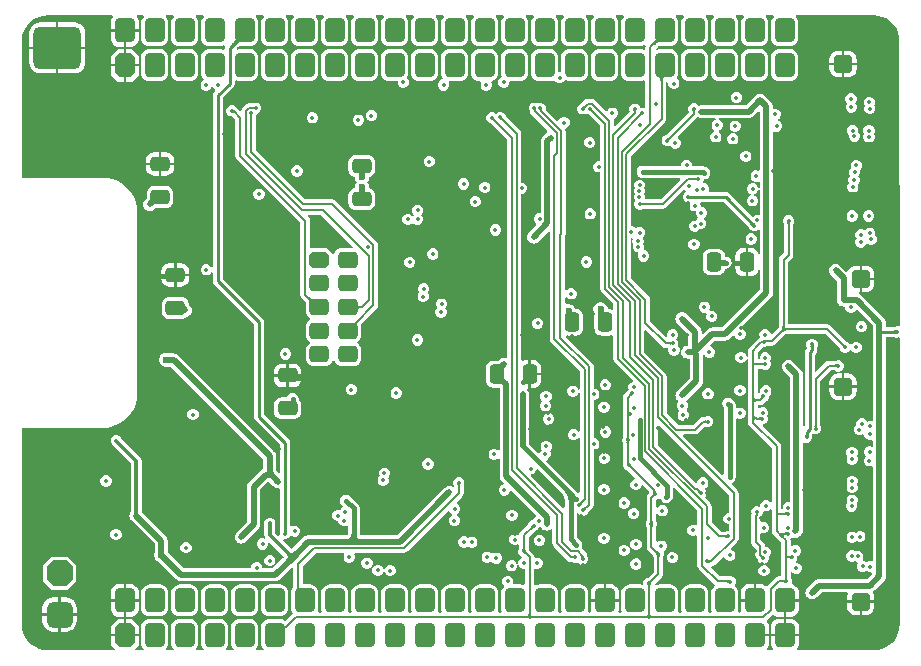
<source format=gbr>
%TF.GenerationSoftware,Altium Limited,Altium Designer,25.4.2 (15)*%
G04 Layer_Physical_Order=6*
G04 Layer_Color=16711680*
%FSLAX45Y45*%
%MOMM*%
%TF.SameCoordinates,EE14137D-E0DD-4410-96C1-A075B8BE80D9*%
%TF.FilePolarity,Positive*%
%TF.FileFunction,Copper,L6,Bot,Signal*%
%TF.Part,Single*%
G01*
G75*
%TA.AperFunction,SMDPad,CuDef*%
G04:AMPARAMS|DCode=68|XSize=1.65mm|YSize=1.25mm|CornerRadius=0.3125mm|HoleSize=0mm|Usage=FLASHONLY|Rotation=0.000|XOffset=0mm|YOffset=0mm|HoleType=Round|Shape=RoundedRectangle|*
%AMROUNDEDRECTD68*
21,1,1.65000,0.62500,0,0,0.0*
21,1,1.02500,1.25000,0,0,0.0*
1,1,0.62500,0.51250,-0.31250*
1,1,0.62500,-0.51250,-0.31250*
1,1,0.62500,-0.51250,0.31250*
1,1,0.62500,0.51250,0.31250*
%
%ADD68ROUNDEDRECTD68*%
G04:AMPARAMS|DCode=69|XSize=1.65mm|YSize=1.25mm|CornerRadius=0.3125mm|HoleSize=0mm|Usage=FLASHONLY|Rotation=270.000|XOffset=0mm|YOffset=0mm|HoleType=Round|Shape=RoundedRectangle|*
%AMROUNDEDRECTD69*
21,1,1.65000,0.62500,0,0,270.0*
21,1,1.02500,1.25000,0,0,270.0*
1,1,0.62500,-0.31250,-0.51250*
1,1,0.62500,-0.31250,0.51250*
1,1,0.62500,0.31250,0.51250*
1,1,0.62500,0.31250,-0.51250*
%
%ADD69ROUNDEDRECTD69*%
%TA.AperFunction,Conductor*%
%ADD71C,0.40000*%
%ADD72C,0.30000*%
%ADD74C,0.50000*%
%ADD75C,0.20000*%
%ADD77C,0.25000*%
%TA.AperFunction,ComponentPad*%
G04:AMPARAMS|DCode=83|XSize=1.55mm|YSize=1.6mm|CornerRadius=0.3875mm|HoleSize=0mm|Usage=FLASHONLY|Rotation=270.000|XOffset=0mm|YOffset=0mm|HoleType=Round|Shape=RoundedRectangle|*
%AMROUNDEDRECTD83*
21,1,1.55000,0.82500,0,0,270.0*
21,1,0.77500,1.60000,0,0,270.0*
1,1,0.77500,-0.41250,-0.38750*
1,1,0.77500,-0.41250,0.38750*
1,1,0.77500,0.41250,0.38750*
1,1,0.77500,0.41250,-0.38750*
%
%ADD83ROUNDEDRECTD83*%
G04:AMPARAMS|DCode=84|XSize=1.7mm|YSize=2.1mm|CornerRadius=0.425mm|HoleSize=0mm|Usage=FLASHONLY|Rotation=0.000|XOffset=0mm|YOffset=0mm|HoleType=Round|Shape=RoundedRectangle|*
%AMROUNDEDRECTD84*
21,1,1.70000,1.25001,0,0,0.0*
21,1,0.85000,2.10000,0,0,0.0*
1,1,0.85000,0.42500,-0.62500*
1,1,0.85000,-0.42500,-0.62500*
1,1,0.85000,-0.42500,0.62500*
1,1,0.85000,0.42500,0.62500*
%
%ADD84ROUNDEDRECTD84*%
G04:AMPARAMS|DCode=85|XSize=1.7mm|YSize=2.1mm|CornerRadius=0mm|HoleSize=0mm|Usage=FLASHONLY|Rotation=0.000|XOffset=0mm|YOffset=0mm|HoleType=Round|Shape=Octagon|*
%AMOCTAGOND85*
4,1,8,-0.42500,1.05000,0.42500,1.05000,0.85000,0.62500,0.85000,-0.62500,0.42500,-1.05000,-0.42500,-1.05000,-0.85000,-0.62500,-0.85000,0.62500,-0.42500,1.05000,0.0*
%
%ADD85OCTAGOND85*%

G04:AMPARAMS|DCode=86|XSize=1.4mm|YSize=1.7mm|CornerRadius=0.35mm|HoleSize=0mm|Usage=FLASHONLY|Rotation=270.000|XOffset=0mm|YOffset=0mm|HoleType=Round|Shape=RoundedRectangle|*
%AMROUNDEDRECTD86*
21,1,1.40000,1.00000,0,0,270.0*
21,1,0.70000,1.70000,0,0,270.0*
1,1,0.70000,-0.50000,-0.35000*
1,1,0.70000,-0.50000,0.35000*
1,1,0.70000,0.50000,0.35000*
1,1,0.70000,0.50000,-0.35000*
%
%ADD86ROUNDEDRECTD86*%
G04:AMPARAMS|DCode=87|XSize=1.4mm|YSize=1.7mm|CornerRadius=0mm|HoleSize=0mm|Usage=FLASHONLY|Rotation=270.000|XOffset=0mm|YOffset=0mm|HoleType=Round|Shape=Octagon|*
%AMOCTAGOND87*
4,1,8,0.85000,0.35000,0.85000,-0.35000,0.50000,-0.70000,-0.50000,-0.70000,-0.85000,-0.35000,-0.85000,0.35000,-0.50000,0.70000,0.50000,0.70000,0.85000,0.35000,0.0*
%
%ADD87OCTAGOND87*%

G04:AMPARAMS|DCode=88|XSize=4mm|YSize=3.6mm|CornerRadius=0.54mm|HoleSize=0mm|Usage=FLASHONLY|Rotation=0.000|XOffset=0mm|YOffset=0mm|HoleType=Round|Shape=RoundedRectangle|*
%AMROUNDEDRECTD88*
21,1,4.00000,2.52000,0,0,0.0*
21,1,2.92000,3.60000,0,0,0.0*
1,1,1.08000,1.46000,-1.26000*
1,1,1.08000,-1.46000,-1.26000*
1,1,1.08000,-1.46000,1.26000*
1,1,1.08000,1.46000,1.26000*
%
%ADD88ROUNDEDRECTD88*%
G04:AMPARAMS|DCode=89|XSize=2.2mm|YSize=2.2mm|CornerRadius=0mm|HoleSize=0mm|Usage=FLASHONLY|Rotation=270.000|XOffset=0mm|YOffset=0mm|HoleType=Round|Shape=Octagon|*
%AMOCTAGOND89*
4,1,8,-0.55000,-1.10000,0.55000,-1.10000,1.10000,-0.55000,1.10000,0.55000,0.55000,1.10000,-0.55000,1.10000,-1.10000,0.55000,-1.10000,-0.55000,-0.55000,-1.10000,0.0*
%
%ADD89OCTAGOND89*%

G04:AMPARAMS|DCode=90|XSize=2.2mm|YSize=2.2mm|CornerRadius=0.55mm|HoleSize=0mm|Usage=FLASHONLY|Rotation=270.000|XOffset=0mm|YOffset=0mm|HoleType=Round|Shape=RoundedRectangle|*
%AMROUNDEDRECTD90*
21,1,2.20000,1.10000,0,0,270.0*
21,1,1.10000,2.20000,0,0,270.0*
1,1,1.10000,-0.55000,-0.55000*
1,1,1.10000,-0.55000,0.55000*
1,1,1.10000,0.55000,0.55000*
1,1,1.10000,0.55000,-0.55000*
%
%ADD90ROUNDEDRECTD90*%
%TA.AperFunction,ViaPad*%
%ADD91C,0.60000*%
%ADD92C,0.35000*%
G36*
X6549458Y5187877D02*
X6547178Y5188245D01*
X6544713Y5188149D01*
X6542062Y5187590D01*
X6539226Y5186566D01*
X6536205Y5185078D01*
X6532999Y5183127D01*
X6529608Y5180711D01*
X6526032Y5177832D01*
X6518324Y5170682D01*
X6504182Y5184824D01*
X6507989Y5188770D01*
X6514212Y5196108D01*
X6516627Y5199499D01*
X6518578Y5202705D01*
X6520066Y5205726D01*
X6521090Y5208562D01*
X6521649Y5211212D01*
X6521745Y5213678D01*
X6521377Y5215958D01*
X6549458Y5187877D01*
D02*
G37*
G36*
X2999117Y5186535D02*
X2995817Y5186542D01*
X2992366Y5186050D01*
X2988764Y5185058D01*
X2985012Y5183568D01*
X2981108Y5181579D01*
X2977053Y5179090D01*
X2972847Y5176103D01*
X2968491Y5172617D01*
X2959325Y5164147D01*
X2941647Y5181824D01*
X2946132Y5186483D01*
X2953603Y5195347D01*
X2956591Y5199553D01*
X2959079Y5203608D01*
X2961068Y5207511D01*
X2962559Y5211264D01*
X2963550Y5214866D01*
X2964042Y5218317D01*
X2964035Y5221617D01*
X2999117Y5186535D01*
D02*
G37*
G36*
X8412706Y5414943D02*
X8445066Y5407174D01*
X8475813Y5394438D01*
X8504188Y5377050D01*
X8529494Y5355436D01*
X8551108Y5330130D01*
X8568496Y5301755D01*
X8581232Y5271008D01*
X8589001Y5238648D01*
X8590681Y5217292D01*
X8591113Y5205471D01*
X8591116Y5205460D01*
X8591116Y5193471D01*
X8591180Y2790477D01*
X8581203Y2783810D01*
X8578633Y2784875D01*
X8559736D01*
X8549676Y2780707D01*
X8475474D01*
Y2816579D01*
X8473584Y2830936D01*
X8471289Y2836478D01*
X8468042Y2844316D01*
X8459226Y2855805D01*
X8269133Y3045898D01*
X8257644Y3054714D01*
X8244265Y3060255D01*
X8246332Y3071864D01*
X8253000D01*
Y3185000D01*
Y3298136D01*
X8221750D01*
X8202498Y3295601D01*
X8184557Y3288170D01*
X8169151Y3276349D01*
X8157330Y3260943D01*
X8153566Y3251857D01*
X8139411Y3249042D01*
X8089226Y3299226D01*
X8077737Y3308042D01*
X8064358Y3313584D01*
X8050000Y3315474D01*
X8035642Y3313584D01*
X8022263Y3308042D01*
X8010774Y3299226D01*
X8001958Y3287737D01*
X7996416Y3274358D01*
X7994526Y3260000D01*
X7996416Y3245642D01*
X8001958Y3232263D01*
X8010774Y3220774D01*
X8062075Y3169473D01*
Y3006671D01*
X8063965Y2992314D01*
X8069507Y2978934D01*
X8078323Y2967445D01*
X8089812Y2958629D01*
X8103191Y2953087D01*
X8117549Y2951197D01*
X8133730D01*
Y2935554D01*
X8140961Y2918096D01*
X8154323Y2904734D01*
X8171781Y2897503D01*
X8190678D01*
X8208136Y2904734D01*
X8221498Y2918096D01*
X8222793Y2921222D01*
X8234563Y2923563D01*
X8364526Y2793600D01*
Y2740000D01*
Y1991863D01*
X8354548Y1985196D01*
X8353392Y1985674D01*
X8334495D01*
X8317855Y1978782D01*
X8314345Y1987256D01*
X8300983Y2000618D01*
X8283525Y2007849D01*
X8264629D01*
X8247170Y2000618D01*
X8233809Y1987256D01*
X8226577Y1969798D01*
Y1951923D01*
X8224084Y1950891D01*
X8210722Y1937529D01*
X8203491Y1920071D01*
Y1901174D01*
X8210722Y1883716D01*
X8224084Y1870354D01*
X8241543Y1863123D01*
X8260439D01*
X8277897Y1870354D01*
X8281406Y1873863D01*
X8293406Y1868892D01*
Y1860075D01*
X8300637Y1842617D01*
X8313999Y1829255D01*
X8331458Y1822023D01*
X8350354D01*
X8354548Y1823760D01*
X8364526Y1817093D01*
Y1773270D01*
X8354548Y1766603D01*
X8347955Y1769334D01*
X8329058D01*
X8311600Y1762102D01*
X8298238Y1748740D01*
X8291007Y1731282D01*
Y1712385D01*
X8298238Y1694927D01*
X8307557Y1685609D01*
X8295607Y1673660D01*
X8288376Y1656201D01*
Y1637305D01*
X8295607Y1619847D01*
X8308969Y1606485D01*
X8326427Y1599253D01*
X8345324D01*
X8352525Y1602236D01*
X8364526Y1594218D01*
Y802055D01*
X8354548Y795388D01*
X8349448Y797500D01*
X8330552D01*
X8313094Y790268D01*
X8310962Y788137D01*
X8306154Y792945D01*
X8288696Y800176D01*
X8284161D01*
X8281002Y804885D01*
X8278110Y812176D01*
X8284578Y827791D01*
Y846687D01*
X8277347Y864145D01*
X8263985Y877507D01*
X8246527Y884739D01*
X8227630D01*
X8214368Y879245D01*
X8213649Y879965D01*
X8196191Y887196D01*
X8177294D01*
X8159836Y879965D01*
X8146474Y866603D01*
X8139243Y849145D01*
Y830248D01*
X8146474Y812790D01*
X8159836Y799428D01*
X8177294Y792197D01*
X8196191D01*
X8209452Y797690D01*
X8210172Y796970D01*
X8227630Y789739D01*
X8232165D01*
X8235324Y785030D01*
X8238215Y777739D01*
X8231748Y762124D01*
Y743228D01*
X8238979Y725770D01*
X8252341Y712408D01*
X8269799Y705176D01*
X8288696D01*
X8306154Y712408D01*
X8308286Y714540D01*
X8313094Y709732D01*
X8330552Y702500D01*
X8349448D01*
X8360619Y695005D01*
X8361189Y687305D01*
X8319358Y645474D01*
X7910000D01*
X7895642Y643584D01*
X7882263Y638042D01*
X7870774Y629226D01*
X7810774Y569226D01*
X7801958Y557737D01*
X7796416Y544358D01*
X7794526Y530000D01*
X7796416Y515642D01*
X7801958Y502263D01*
X7810774Y490774D01*
X7822263Y481958D01*
X7835642Y476416D01*
X7850000Y474526D01*
X7864358Y476416D01*
X7877737Y481958D01*
X7889226Y490774D01*
X7932978Y534526D01*
X8145825D01*
X8153843Y522525D01*
X8149899Y513003D01*
X8147364Y493750D01*
Y465000D01*
X8263000D01*
X8378636D01*
Y493750D01*
X8376101Y513003D01*
X8369574Y528762D01*
X8370073Y541958D01*
X8381562Y550774D01*
X8459226Y628438D01*
X8468042Y639927D01*
X8473584Y653306D01*
X8475474Y667664D01*
Y2694042D01*
X8549676D01*
X8559736Y2689875D01*
X8578633D01*
X8581205Y2690941D01*
X8591183Y2684274D01*
X8591248Y267184D01*
X8591247Y267087D01*
X8591247Y255256D01*
X8590815Y243435D01*
X8589137Y222121D01*
X8581378Y189803D01*
X8568659Y159097D01*
X8551293Y130758D01*
X8529708Y105484D01*
X8504434Y83899D01*
X8476095Y66533D01*
X8445389Y53814D01*
X8413071Y46055D01*
X8381728Y43588D01*
X8379938Y43944D01*
X7724736D01*
X7720243Y55944D01*
X7730196Y68916D01*
X7738005Y87768D01*
X7740669Y108000D01*
Y160500D01*
X7499331D01*
Y108000D01*
X7501995Y87768D01*
X7509804Y68916D01*
X7519757Y55944D01*
X7515264Y43944D01*
X7470736D01*
X7466243Y55944D01*
X7476196Y68916D01*
X7484005Y87768D01*
X7486669Y108000D01*
Y160500D01*
X7366000D01*
Y180500D01*
X7486669D01*
Y233000D01*
X7484005Y253232D01*
X7476196Y272085D01*
X7470182Y279922D01*
X7465685Y290499D01*
X7471429Y297187D01*
X7521045Y346804D01*
X7522227Y346726D01*
X7538416Y334304D01*
X7557268Y326495D01*
X7577500Y323831D01*
X7610000D01*
Y464500D01*
X7620000D01*
Y474500D01*
X7740669D01*
Y527000D01*
X7738005Y547232D01*
X7730196Y566084D01*
X7717773Y582274D01*
X7701584Y594696D01*
X7682732Y602505D01*
X7677815Y611022D01*
X7680686Y617953D01*
Y636850D01*
X7673455Y654308D01*
X7668481Y659282D01*
Y702416D01*
X7680481Y706641D01*
X7690855Y696267D01*
X7708313Y689035D01*
X7727210D01*
X7744668Y696267D01*
X7758030Y709629D01*
X7765261Y727087D01*
Y745983D01*
X7758030Y763441D01*
X7744668Y776803D01*
X7727210Y784035D01*
X7718180D01*
X7713209Y796035D01*
X7720268Y803094D01*
X7727500Y820552D01*
Y839448D01*
X7727282Y839974D01*
X7736945Y843977D01*
X7750307Y857339D01*
X7757538Y874797D01*
Y893693D01*
X7750307Y911152D01*
X7736945Y924514D01*
X7719487Y931745D01*
X7700590D01*
X7683132Y924514D01*
X7680481Y921862D01*
X7668481Y926833D01*
Y972302D01*
X7668481Y972303D01*
X7665919Y985181D01*
X7676906Y989732D01*
X7686738Y999564D01*
X7693142Y996911D01*
X7707500Y995021D01*
X7721858Y996911D01*
X7735237Y1002453D01*
X7746726Y1011269D01*
X7756711Y1021254D01*
X7765527Y1032743D01*
X7771069Y1046122D01*
X7772959Y1060480D01*
Y1794281D01*
X7784959Y1802299D01*
X7794850Y1798202D01*
X7813746D01*
X7831204Y1805434D01*
X7844566Y1818796D01*
X7851798Y1836254D01*
Y1855150D01*
X7847630Y1865211D01*
Y1869083D01*
X7856760Y1878213D01*
X7870552Y1872500D01*
X7889448D01*
X7906906Y1879732D01*
X7920268Y1893093D01*
X7927500Y1910552D01*
Y1929448D01*
X7922290Y1942025D01*
X7922253Y1942214D01*
X7922146Y1942374D01*
X7920783Y1945663D01*
Y2323107D01*
X8009518Y2411842D01*
X8040983D01*
X8043094Y2409731D01*
X8060552Y2402500D01*
X8079448D01*
X8096907Y2409731D01*
X8110269Y2423093D01*
X8117500Y2440551D01*
Y2459448D01*
X8110269Y2476906D01*
X8096907Y2490268D01*
X8079448Y2497499D01*
X8060552D01*
X8053133Y2494427D01*
X8052674Y2494392D01*
X8050940Y2493518D01*
X8050831Y2493473D01*
X8050545Y2493409D01*
X7992625D01*
X7977018Y2490304D01*
X7963787Y2481464D01*
X7963786Y2481463D01*
X7884888Y2402565D01*
X7873801Y2407157D01*
Y2546376D01*
X7880418Y2552993D01*
X7889812Y2567050D01*
X7893110Y2583633D01*
Y2612316D01*
X7897277Y2622377D01*
Y2641273D01*
X7890046Y2658732D01*
X7876684Y2672093D01*
X7859226Y2679325D01*
X7840329D01*
X7822871Y2672093D01*
X7809509Y2658732D01*
X7802278Y2641273D01*
Y2622377D01*
X7806445Y2612316D01*
Y2601582D01*
X7799828Y2594965D01*
X7790435Y2580907D01*
X7787137Y2564325D01*
Y1941061D01*
X7784959Y1939606D01*
X7772959Y1946020D01*
Y2377515D01*
X7771069Y2391873D01*
X7765527Y2405252D01*
X7756711Y2416741D01*
X7689226Y2484226D01*
X7677737Y2493042D01*
X7664358Y2498584D01*
X7650000Y2500474D01*
X7635642Y2498584D01*
X7622263Y2493042D01*
X7610774Y2484226D01*
X7601958Y2472737D01*
X7596416Y2459358D01*
X7594526Y2445000D01*
X7596416Y2430642D01*
X7601958Y2417263D01*
X7610774Y2405774D01*
X7662010Y2354537D01*
Y1299159D01*
X7660009Y1297822D01*
X7641112D01*
X7623654Y1290590D01*
X7610292Y1277228D01*
X7603061Y1259770D01*
Y1241115D01*
X7590783D01*
Y1770000D01*
X7587679Y1785607D01*
X7578838Y1798838D01*
X7578838Y1798839D01*
X7432561Y1945115D01*
X7437154Y1956202D01*
X7439743D01*
X7457201Y1963433D01*
X7470563Y1976795D01*
X7477794Y1994254D01*
Y2013150D01*
X7472066Y2026980D01*
X7472631Y2027546D01*
X7479862Y2045004D01*
Y2063900D01*
X7472631Y2081359D01*
X7459269Y2094720D01*
X7441811Y2101952D01*
X7422914D01*
X7405456Y2094720D01*
X7402784Y2092048D01*
X7390784Y2097019D01*
Y2119216D01*
X7407968D01*
X7407969Y2119216D01*
X7423576Y2122321D01*
X7436807Y2131162D01*
X7449804Y2144158D01*
X7453091Y2145520D01*
X7453282Y2145558D01*
X7453443Y2145666D01*
X7466018Y2150875D01*
X7479380Y2164236D01*
X7486612Y2181695D01*
Y2199288D01*
X7499207Y2211884D01*
X7506438Y2229342D01*
Y2248238D01*
X7499207Y2265697D01*
X7485845Y2279058D01*
X7468387Y2286290D01*
X7449490D01*
X7432032Y2279058D01*
X7418670Y2265697D01*
X7411439Y2248238D01*
Y2230645D01*
X7402784Y2221989D01*
X7390784Y2226960D01*
Y2426162D01*
X7430259D01*
X7433548Y2424800D01*
X7433708Y2424693D01*
X7433897Y2424656D01*
X7446474Y2419446D01*
X7465370D01*
X7482829Y2426677D01*
X7496190Y2440039D01*
X7503422Y2457497D01*
Y2476394D01*
X7496190Y2493852D01*
X7496118Y2493925D01*
X7502507Y2509351D01*
Y2528247D01*
X7495276Y2545705D01*
X7481914Y2559067D01*
X7464455Y2566299D01*
X7445559D01*
X7428101Y2559067D01*
X7414739Y2545705D01*
X7407507Y2528247D01*
Y2509351D01*
X7406424Y2507729D01*
X7390784D01*
Y2563107D01*
X7413687Y2586010D01*
X7415343Y2587117D01*
X7435793Y2607567D01*
X7436482Y2607281D01*
X7455379D01*
X7472837Y2614512D01*
X7481027Y2622702D01*
X7513484D01*
X7513485Y2622701D01*
X7529092Y2625806D01*
X7542323Y2634647D01*
X7623706Y2716029D01*
X7624072Y2716322D01*
X7625184Y2717078D01*
X7626259Y2717688D01*
X7627322Y2718181D01*
X7628425Y2718585D01*
X7629613Y2718913D01*
X7630934Y2719165D01*
X7631402Y2719217D01*
X7964341D01*
X8084054Y2599504D01*
X8085416Y2596217D01*
X8085454Y2596026D01*
X8085562Y2595865D01*
X8090770Y2583289D01*
X8104132Y2569927D01*
X8121591Y2562696D01*
X8140487D01*
X8157945Y2569927D01*
X8169457Y2581439D01*
X8182493Y2581324D01*
X8183268Y2579453D01*
X8196630Y2566091D01*
X8214088Y2558859D01*
X8232985D01*
X8250443Y2566091D01*
X8263805Y2579453D01*
X8271037Y2596911D01*
Y2615807D01*
X8263805Y2633265D01*
X8250443Y2646627D01*
X8232985Y2653859D01*
X8214088D01*
X8196630Y2646627D01*
X8185119Y2635116D01*
X8172082Y2635231D01*
X8171307Y2637102D01*
X8157945Y2650464D01*
X8145370Y2655673D01*
X8145208Y2655781D01*
X8145018Y2655819D01*
X8141731Y2657180D01*
X8010073Y2788838D01*
X7996842Y2797679D01*
X7981234Y2800784D01*
X7981233Y2800784D01*
X7650784D01*
Y3333107D01*
X7680589Y3362912D01*
X7680590Y3362913D01*
X7689430Y3376144D01*
X7692535Y3391751D01*
Y3650337D01*
X7693897Y3653626D01*
X7694004Y3653786D01*
X7694042Y3653975D01*
X7699251Y3666552D01*
Y3685448D01*
X7692020Y3702906D01*
X7678658Y3716268D01*
X7661200Y3723500D01*
X7642303D01*
X7624845Y3716268D01*
X7611483Y3702906D01*
X7604251Y3685448D01*
Y3666552D01*
X7609461Y3653975D01*
X7609499Y3653786D01*
X7609606Y3653626D01*
X7610968Y3650337D01*
Y3408644D01*
X7581162Y3378838D01*
X7572321Y3365607D01*
X7569216Y3350000D01*
X7569217Y3349999D01*
Y2781402D01*
X7569165Y2780934D01*
X7568913Y2779613D01*
X7568584Y2778422D01*
X7568181Y2777322D01*
X7567688Y2776258D01*
X7567079Y2775186D01*
X7566322Y2774072D01*
X7566029Y2773706D01*
X7511191Y2718868D01*
X7499366Y2724014D01*
X7492873Y2739690D01*
X7479511Y2753052D01*
X7462053Y2760284D01*
X7443156D01*
X7425698Y2753052D01*
X7412336Y2739690D01*
X7405105Y2722232D01*
Y2703336D01*
X7405816Y2701619D01*
X7406853Y2689590D01*
X7393622Y2680749D01*
X7393621Y2680748D01*
X7358773Y2645900D01*
X7357117Y2644794D01*
X7357116Y2644793D01*
X7321162Y2608838D01*
X7312321Y2595607D01*
X7309216Y2580000D01*
X7309217Y2579999D01*
Y2530092D01*
X7297485Y2529444D01*
X7290254Y2546901D01*
X7276892Y2560263D01*
X7259434Y2567495D01*
X7240537D01*
X7223079Y2560263D01*
X7209717Y2546901D01*
X7202486Y2529443D01*
Y2510547D01*
X7209717Y2493088D01*
X7223079Y2479727D01*
X7240537Y2472495D01*
X7259434D01*
X7276892Y2479727D01*
X7290254Y2493088D01*
X7297485Y2510546D01*
X7309217Y2509898D01*
Y2480001D01*
X7309216Y2480000D01*
X7309217Y2479999D01*
Y2160000D01*
Y2010000D01*
Y1970001D01*
X7309216Y1970000D01*
X7312321Y1954393D01*
X7321162Y1941161D01*
X7509216Y1753107D01*
Y1297375D01*
X7505848Y1295553D01*
X7497216Y1293696D01*
X7485680Y1305233D01*
X7468222Y1312464D01*
X7449325D01*
X7431867Y1305233D01*
X7418505Y1291871D01*
X7411273Y1274413D01*
Y1266703D01*
X7399273Y1258685D01*
X7394466Y1260676D01*
X7375569D01*
X7358111Y1253445D01*
X7344749Y1240083D01*
X7337518Y1222625D01*
Y1203728D01*
X7338747Y1200761D01*
X7334619Y1194583D01*
X7331514Y1178976D01*
X7331515Y1178974D01*
Y963265D01*
X7331514Y963263D01*
X7334619Y947656D01*
X7343460Y934425D01*
X7370815Y907070D01*
Y848955D01*
X7370814Y848953D01*
X7373919Y833346D01*
X7382760Y820115D01*
X7390188Y812686D01*
X7391550Y809398D01*
X7391588Y809209D01*
X7391695Y809049D01*
X7396904Y796472D01*
X7410266Y783110D01*
X7427725Y775879D01*
X7446621D01*
X7464079Y783110D01*
X7477441Y796472D01*
X7484673Y813930D01*
Y832827D01*
X7483719Y835129D01*
X7495038Y846449D01*
X7502270Y863907D01*
Y882803D01*
X7495038Y900262D01*
X7481676Y913624D01*
X7464218Y920855D01*
X7463639D01*
X7452382Y923964D01*
X7449277Y939571D01*
X7440436Y952802D01*
X7440436Y952802D01*
X7413082Y980157D01*
Y1026748D01*
X7425082Y1034766D01*
X7430552Y1032500D01*
X7449448D01*
X7466907Y1039732D01*
X7480269Y1053094D01*
X7487500Y1070552D01*
Y1089448D01*
X7480269Y1106907D01*
X7466907Y1120269D01*
X7449448Y1127500D01*
X7430552D01*
X7425082Y1125234D01*
X7413082Y1133252D01*
Y1163123D01*
X7419827Y1173218D01*
X7421712Y1182696D01*
X7425286Y1186270D01*
X7432517Y1203728D01*
Y1211438D01*
X7444517Y1219456D01*
X7449325Y1217465D01*
X7468222D01*
X7485680Y1224696D01*
X7497216Y1236233D01*
X7505848Y1234376D01*
X7509216Y1232554D01*
Y1200001D01*
X7509216Y1200000D01*
X7509216Y1199999D01*
Y1050001D01*
X7509216Y1050000D01*
X7512321Y1034393D01*
X7521161Y1021162D01*
X7561161Y981162D01*
X7561162Y981162D01*
X7586914Y955410D01*
Y668185D01*
X7567403D01*
X7567401Y668185D01*
X7551794Y665081D01*
X7538563Y656240D01*
X7538563Y656239D01*
X7472411Y590088D01*
X7471022Y588831D01*
X7456217Y588072D01*
X7447584Y594696D01*
X7428732Y602505D01*
X7408500Y605169D01*
X7376000D01*
Y464500D01*
X7366000D01*
Y454500D01*
X7245331D01*
Y402000D01*
X7247995Y381768D01*
X7251717Y372784D01*
X7243698Y360784D01*
X7228854D01*
X7220872Y372784D01*
X7225134Y383073D01*
X7227625Y402000D01*
Y527000D01*
X7225134Y545927D01*
X7217828Y563563D01*
X7206208Y578708D01*
X7199025Y584219D01*
X7198240Y596194D01*
X7199346Y597300D01*
X7206578Y614758D01*
Y633655D01*
X7199346Y651113D01*
X7185984Y664475D01*
X7168526Y671707D01*
X7149630D01*
X7141108Y668177D01*
X7140496Y668112D01*
X7139034Y667318D01*
X7138164Y666957D01*
X7070720D01*
X6995180Y742497D01*
X6996810Y749639D01*
X6999781Y754867D01*
X7013527Y757601D01*
X7026758Y766442D01*
X7095891Y835575D01*
X7108694Y831408D01*
X7114209Y818094D01*
X7127571Y804732D01*
X7145029Y797500D01*
X7163926D01*
X7181384Y804732D01*
X7194746Y818094D01*
X7201977Y835552D01*
Y854448D01*
X7194746Y871907D01*
X7181384Y885268D01*
X7168069Y890783D01*
X7163902Y903586D01*
X7218838Y958522D01*
X7218838Y958523D01*
X7227679Y971754D01*
X7230784Y987361D01*
X7230784Y987363D01*
Y1369999D01*
X7230784Y1370000D01*
X7227679Y1385608D01*
X7218838Y1398839D01*
X7218838Y1398839D01*
X7169379Y1448298D01*
X7173552Y1461096D01*
X7188405Y1471021D01*
X7199457Y1487560D01*
X7203337Y1507069D01*
Y2003809D01*
X7215337Y2008802D01*
X7230552Y2002500D01*
X7249448D01*
X7266906Y2009732D01*
X7280268Y2023093D01*
X7287500Y2040552D01*
Y2059448D01*
X7280268Y2076906D01*
X7266906Y2090268D01*
X7249448Y2097500D01*
X7230552D01*
X7215337Y2091198D01*
X7203337Y2096191D01*
Y2117643D01*
X7199457Y2137152D01*
X7188405Y2153691D01*
X7176048Y2166048D01*
X7159509Y2177099D01*
X7140000Y2180980D01*
X7120491Y2177099D01*
X7103952Y2166048D01*
X7092901Y2149509D01*
X7089021Y2130000D01*
X7092901Y2110491D01*
X7101378Y2097805D01*
Y1531978D01*
X7090291Y1527386D01*
X6759547Y1858130D01*
X6764140Y1869216D01*
X6859998D01*
X6860000Y1869216D01*
X6875607Y1872321D01*
X6888838Y1881162D01*
X6944024Y1936348D01*
X6956324Y1931253D01*
X6975220D01*
X6992679Y1938485D01*
X7006041Y1951847D01*
X7013272Y1969305D01*
Y1988202D01*
X7006041Y2005660D01*
X6992679Y2019022D01*
X6975220Y2026253D01*
X6956324D01*
X6943747Y2021043D01*
X6943558Y2021006D01*
X6943398Y2020899D01*
X6940109Y2019537D01*
X6928753D01*
X6913146Y2016432D01*
X6899915Y2007592D01*
X6899914Y2007591D01*
X6843106Y1950784D01*
X6716391D01*
X6618651Y2048524D01*
Y2360622D01*
X6618651Y2360623D01*
X6615546Y2376231D01*
X6606706Y2389462D01*
X6606705Y2389462D01*
X6430783Y2565384D01*
Y2745861D01*
X6441870Y2750453D01*
X6581161Y2611162D01*
X6581162Y2611162D01*
X6594393Y2602321D01*
X6610000Y2599217D01*
X6631951D01*
X6634971Y2594697D01*
Y2575801D01*
X6642202Y2558343D01*
X6655564Y2544981D01*
X6673022Y2537749D01*
X6691919D01*
X6709377Y2544981D01*
X6722739Y2558343D01*
X6729971Y2575801D01*
Y2594697D01*
X6722739Y2612156D01*
X6713646Y2621249D01*
X6717500Y2630552D01*
Y2649448D01*
X6710269Y2666907D01*
X6700480Y2676695D01*
X6710940Y2687155D01*
X6718172Y2704613D01*
Y2723510D01*
X6710940Y2740968D01*
X6697578Y2754330D01*
X6680120Y2761561D01*
X6661224D01*
X6643765Y2754330D01*
X6630404Y2740968D01*
X6623172Y2723510D01*
Y2704613D01*
X6625391Y2699256D01*
X6615218Y2692458D01*
X6480784Y2826893D01*
Y3009999D01*
X6480784Y3010000D01*
X6477679Y3025607D01*
X6468838Y3038838D01*
X6468838Y3038839D01*
X6314411Y3193266D01*
Y3533401D01*
X6325807Y3536036D01*
X6332681Y3527030D01*
X6329572Y3519525D01*
Y3500628D01*
X6336803Y3483170D01*
X6338232Y3481742D01*
X6332413Y3467692D01*
Y3448795D01*
X6339644Y3431337D01*
X6353006Y3417975D01*
X6370464Y3410744D01*
X6373131D01*
X6381150Y3398744D01*
X6377615Y3390211D01*
Y3371314D01*
X6384847Y3353856D01*
X6398208Y3340494D01*
X6415667Y3333263D01*
X6434563D01*
X6452021Y3340494D01*
X6465383Y3353856D01*
X6472615Y3371314D01*
Y3390211D01*
X6465383Y3407669D01*
X6452021Y3421031D01*
X6434563Y3428262D01*
X6431896D01*
X6423878Y3440263D01*
X6427412Y3448795D01*
Y3467692D01*
X6420181Y3485150D01*
X6418752Y3486578D01*
X6424572Y3500628D01*
Y3519525D01*
X6421160Y3527762D01*
X6417275Y3539142D01*
X6430637Y3552503D01*
X6437868Y3569962D01*
Y3588858D01*
X6430637Y3606316D01*
X6417275Y3619678D01*
X6399817Y3626910D01*
X6380920D01*
X6363462Y3619678D01*
X6357735Y3613951D01*
X6345526Y3626160D01*
X6328068Y3633392D01*
X6314411D01*
Y4223984D01*
X6605954Y4515527D01*
X6614794Y4528758D01*
X6617899Y4544365D01*
X6617899Y4544367D01*
Y4852048D01*
X6621414Y4853114D01*
X6622872Y4852632D01*
X6632500Y4843937D01*
Y4830552D01*
X6639732Y4813093D01*
X6653094Y4799732D01*
X6670552Y4792500D01*
X6689448D01*
X6706907Y4799732D01*
X6720269Y4813093D01*
X6727500Y4830552D01*
Y4849448D01*
X6720269Y4866906D01*
X6706907Y4880268D01*
X6704253Y4890171D01*
X6709828Y4897437D01*
X6717134Y4915073D01*
X6719625Y4934000D01*
Y5059000D01*
X6717134Y5077927D01*
X6709828Y5095563D01*
X6698208Y5110708D01*
X6683063Y5122329D01*
X6665426Y5129634D01*
X6646500Y5132126D01*
X6561500D01*
X6542574Y5129634D01*
X6534392Y5126245D01*
X6527595Y5136418D01*
X6543374Y5152197D01*
X6546048Y5154678D01*
X6548088Y5156320D01*
X6548467Y5156590D01*
X6561500Y5154874D01*
X6646500D01*
X6665426Y5157366D01*
X6683063Y5164671D01*
X6698208Y5176292D01*
X6709828Y5191437D01*
X6717134Y5209073D01*
X6719625Y5228000D01*
Y5353000D01*
X6717134Y5371927D01*
X6709828Y5389563D01*
X6698208Y5404708D01*
X6697754Y5405056D01*
X6701828Y5417056D01*
X6760172D01*
X6764246Y5405056D01*
X6763792Y5404708D01*
X6752172Y5389563D01*
X6744866Y5371927D01*
X6742375Y5353000D01*
Y5228000D01*
X6744866Y5209073D01*
X6752172Y5191437D01*
X6763792Y5176292D01*
X6778937Y5164671D01*
X6796574Y5157366D01*
X6815500Y5154874D01*
X6900500D01*
X6919426Y5157366D01*
X6937063Y5164671D01*
X6952208Y5176292D01*
X6963828Y5191437D01*
X6971134Y5209073D01*
X6973625Y5228000D01*
Y5353000D01*
X6971134Y5371927D01*
X6963828Y5389563D01*
X6952208Y5404708D01*
X6951754Y5405056D01*
X6955828Y5417056D01*
X7014172D01*
X7018246Y5405056D01*
X7017792Y5404708D01*
X7006172Y5389563D01*
X6998866Y5371927D01*
X6996375Y5353000D01*
Y5228000D01*
X6998866Y5209073D01*
X7006172Y5191437D01*
X7017792Y5176292D01*
X7032937Y5164671D01*
X7050574Y5157366D01*
X7069500Y5154874D01*
X7154500D01*
X7173426Y5157366D01*
X7191063Y5164671D01*
X7206208Y5176292D01*
X7217828Y5191437D01*
X7225134Y5209073D01*
X7227625Y5228000D01*
Y5353000D01*
X7225134Y5371927D01*
X7217828Y5389563D01*
X7206208Y5404708D01*
X7205754Y5405056D01*
X7209828Y5417056D01*
X7268172D01*
X7272246Y5405056D01*
X7271792Y5404708D01*
X7260172Y5389563D01*
X7252866Y5371927D01*
X7250375Y5353000D01*
Y5228000D01*
X7252866Y5209073D01*
X7260172Y5191437D01*
X7271792Y5176292D01*
X7286937Y5164671D01*
X7304574Y5157366D01*
X7323500Y5154874D01*
X7408500D01*
X7427426Y5157366D01*
X7445063Y5164671D01*
X7460208Y5176292D01*
X7471828Y5191437D01*
X7479134Y5209073D01*
X7481625Y5228000D01*
Y5353000D01*
X7479134Y5371927D01*
X7471828Y5389563D01*
X7460208Y5404708D01*
X7459754Y5405056D01*
X7463828Y5417056D01*
X7522172D01*
X7526246Y5405056D01*
X7525792Y5404708D01*
X7514172Y5389563D01*
X7506866Y5371927D01*
X7504375Y5353000D01*
Y5228000D01*
X7506866Y5209073D01*
X7514172Y5191437D01*
X7525792Y5176292D01*
X7540937Y5164671D01*
X7558574Y5157366D01*
X7577500Y5154874D01*
X7662500D01*
X7681426Y5157366D01*
X7699063Y5164671D01*
X7714208Y5176292D01*
X7725828Y5191437D01*
X7733134Y5209073D01*
X7735625Y5228000D01*
Y5353000D01*
X7733134Y5371927D01*
X7725828Y5389563D01*
X7714208Y5404708D01*
X7713754Y5405056D01*
X7717828Y5417056D01*
X8379531D01*
X8381325Y5417413D01*
X8412706Y5414943D01*
D02*
G37*
G36*
X6256246Y5405056D02*
X6255792Y5404708D01*
X6244172Y5389563D01*
X6236866Y5371927D01*
X6234375Y5353000D01*
Y5228000D01*
X6236866Y5209073D01*
X6244172Y5191437D01*
X6255792Y5176292D01*
X6270937Y5164671D01*
X6288574Y5157366D01*
X6307500Y5154874D01*
X6392500D01*
X6411426Y5157366D01*
X6429063Y5164671D01*
X6431971Y5166903D01*
X6433968Y5165978D01*
X6441330Y5159910D01*
X6441760Y5159289D01*
X6439216Y5146500D01*
X6439216Y5146499D01*
Y5127854D01*
X6427217Y5123093D01*
X6411426Y5129634D01*
X6392500Y5132126D01*
X6307500D01*
X6288574Y5129634D01*
X6270937Y5122329D01*
X6255792Y5110708D01*
X6244172Y5095563D01*
X6236866Y5077927D01*
X6234375Y5059000D01*
Y4934000D01*
X6236866Y4915073D01*
X6244172Y4897437D01*
X6255792Y4882292D01*
X6270937Y4870671D01*
X6288574Y4863366D01*
X6307500Y4860874D01*
X6392500D01*
X6411426Y4863366D01*
X6427217Y4869907D01*
X6439216Y4865146D01*
Y4642300D01*
X6427216Y4634282D01*
X6419448Y4637500D01*
X6400552D01*
X6397397Y4636193D01*
X6391269Y4650989D01*
X6377907Y4664351D01*
X6360449Y4671582D01*
X6341552D01*
X6324094Y4664351D01*
X6310732Y4650989D01*
X6303500Y4633531D01*
Y4614634D01*
X6307442Y4605119D01*
X6185497Y4483174D01*
X6174411Y4487766D01*
Y4521434D01*
X6171306Y4537041D01*
X6179351Y4546602D01*
X6186907Y4549732D01*
X6200269Y4563093D01*
X6207500Y4580552D01*
Y4599448D01*
X6200269Y4616906D01*
X6186907Y4630268D01*
X6169448Y4637500D01*
X6150552D01*
X6133094Y4630268D01*
X6119732Y4616906D01*
X6116864Y4609984D01*
X6105095Y4607643D01*
X6015496Y4697242D01*
X6002265Y4706083D01*
X5986658Y4709187D01*
X5986657Y4709187D01*
X5950863D01*
X5950862Y4709187D01*
X5935255Y4706083D01*
X5922024Y4697242D01*
X5898299Y4673517D01*
X5895010Y4672155D01*
X5894822Y4672117D01*
X5894662Y4672010D01*
X5882085Y4666801D01*
X5868723Y4653439D01*
X5861491Y4635981D01*
Y4617084D01*
X5868723Y4599626D01*
X5882085Y4586264D01*
X5899543Y4579032D01*
X5918439D01*
X5935897Y4586264D01*
X5938708Y4589074D01*
X5942147Y4585635D01*
X5954724Y4580425D01*
X5954884Y4580318D01*
X5955073Y4580281D01*
X5958362Y4578919D01*
X6057844Y4479437D01*
Y4185622D01*
X6054351Y4183289D01*
X6035455D01*
X6017997Y4176057D01*
X6004635Y4162696D01*
X5997404Y4145237D01*
Y4126341D01*
X6004635Y4108883D01*
X6017997Y4095521D01*
X6035455Y4088289D01*
X6054351D01*
X6057844Y4085956D01*
Y3103385D01*
X6057844Y3103384D01*
X6060948Y3087777D01*
X6069789Y3074546D01*
X6168507Y2975828D01*
Y2934063D01*
X6156506Y2927085D01*
X6147239Y2930923D01*
X6131250Y2933028D01*
X6120241D01*
X6119999Y2934861D01*
Y2937899D01*
X6115911Y2953159D01*
X6108011Y2966841D01*
X6096840Y2978012D01*
X6083159Y2985911D01*
X6067899Y2990000D01*
X6052100D01*
X6036841Y2985911D01*
X6023159Y2978012D01*
X6011988Y2966841D01*
X6004089Y2953159D01*
X6000000Y2937899D01*
Y2922101D01*
X6004089Y2906841D01*
X6010884Y2895071D01*
Y2891603D01*
X6009077Y2887239D01*
X6006971Y2871250D01*
Y2768750D01*
X6009077Y2752761D01*
X6015248Y2737861D01*
X6025066Y2725066D01*
X6037861Y2715248D01*
X6052761Y2709077D01*
X6068750Y2706971D01*
X6131250D01*
X6147239Y2709077D01*
X6156506Y2712915D01*
X6168507Y2705937D01*
Y2510001D01*
X6168506Y2510000D01*
X6171611Y2494393D01*
X6180452Y2481162D01*
X6335527Y2326087D01*
X6330693Y2313950D01*
X6315770Y2307769D01*
X6302408Y2294407D01*
X6295177Y2276948D01*
Y2258052D01*
X6296846Y2254021D01*
X6289049Y2246224D01*
X6283841Y2233649D01*
X6283733Y2233487D01*
X6283695Y2233297D01*
X6282333Y2230010D01*
X6261162Y2208838D01*
X6252321Y2195607D01*
X6249216Y2180000D01*
X6249217Y2179999D01*
Y2060000D01*
Y1845663D01*
X6247854Y1842374D01*
X6247747Y1842214D01*
X6247710Y1842025D01*
X6242500Y1829448D01*
Y1810552D01*
X6247710Y1797975D01*
X6247747Y1797786D01*
X6247854Y1797626D01*
X6249217Y1794337D01*
Y1624061D01*
X6249216Y1624059D01*
X6252321Y1608452D01*
X6252500Y1608183D01*
Y1600552D01*
X6259732Y1583094D01*
X6273094Y1569732D01*
X6290552Y1562500D01*
X6295677D01*
X6355635Y1502542D01*
X6351043Y1491455D01*
X6348899D01*
X6331441Y1484224D01*
X6318079Y1470862D01*
X6310848Y1453404D01*
Y1434507D01*
X6318079Y1417049D01*
X6331441Y1403687D01*
X6348899Y1396456D01*
X6367796D01*
X6385254Y1403687D01*
X6398616Y1417049D01*
X6405847Y1434507D01*
Y1436651D01*
X6416934Y1441243D01*
X6472160Y1386018D01*
X6470702Y1372748D01*
X6462148Y1364193D01*
X6453307Y1350962D01*
X6450202Y1335355D01*
X6450203Y1335354D01*
Y1137482D01*
X6448841Y1134193D01*
X6448734Y1134033D01*
X6448696Y1133844D01*
X6443486Y1121267D01*
Y1102370D01*
X6448696Y1089793D01*
X6448734Y1089605D01*
X6448841Y1089445D01*
X6450203Y1086156D01*
Y919015D01*
X6450202Y919014D01*
X6453307Y903407D01*
X6462148Y890176D01*
X6503015Y849308D01*
X6504378Y846019D01*
X6504415Y845831D01*
X6504522Y845671D01*
X6507710Y837975D01*
X6507747Y837786D01*
X6507854Y837626D01*
X6509217Y834337D01*
Y708416D01*
X6459178Y658378D01*
X6455890Y657016D01*
X6455701Y656978D01*
X6455541Y656871D01*
X6442964Y651662D01*
X6429602Y638300D01*
X6422371Y620842D01*
Y606089D01*
X6412308Y597269D01*
X6411426Y597634D01*
X6392500Y600126D01*
X6307500D01*
X6288574Y597634D01*
X6270937Y590329D01*
X6255792Y578708D01*
X6244172Y563563D01*
X6236866Y545927D01*
X6234375Y527000D01*
Y402000D01*
X6236866Y383073D01*
X6241128Y372784D01*
X6233146Y360784D01*
X6218302D01*
X6210283Y372784D01*
X6214005Y381768D01*
X6216669Y402000D01*
Y454500D01*
X5975331D01*
Y402000D01*
X5977995Y381768D01*
X5981717Y372784D01*
X5973698Y360784D01*
X5958854D01*
X5950872Y372784D01*
X5955134Y383073D01*
X5957625Y402000D01*
Y527000D01*
X5955134Y545927D01*
X5947828Y563563D01*
X5936208Y578708D01*
X5921063Y590329D01*
X5903426Y597634D01*
X5884500Y600126D01*
X5799500D01*
X5780574Y597634D01*
X5762937Y590329D01*
X5747792Y578708D01*
X5736172Y563563D01*
X5728866Y545927D01*
X5726375Y527000D01*
Y402000D01*
X5728866Y383073D01*
X5733128Y372784D01*
X5725146Y360784D01*
X5704854D01*
X5696872Y372784D01*
X5701134Y383073D01*
X5703625Y402000D01*
Y527000D01*
X5701134Y545927D01*
X5693828Y563563D01*
X5682208Y578708D01*
X5667063Y590329D01*
X5649426Y597634D01*
X5630500Y600126D01*
X5545500D01*
X5526574Y597634D01*
X5512784Y591922D01*
X5500784Y597854D01*
Y726782D01*
X5510761Y733449D01*
X5513052Y732500D01*
X5531948D01*
X5549406Y739732D01*
X5562768Y753093D01*
X5570000Y770552D01*
Y789448D01*
X5562768Y806906D01*
X5549406Y820268D01*
X5531948Y827500D01*
X5513052D01*
X5512216Y827154D01*
X5510343Y827620D01*
X5499790Y834996D01*
X5497679Y845607D01*
X5488838Y858839D01*
X5456985Y890692D01*
X5455623Y893981D01*
X5455585Y894169D01*
X5455478Y894329D01*
X5452290Y902025D01*
X5452253Y902214D01*
X5452146Y902374D01*
X5450784Y905663D01*
Y997327D01*
X5503831Y1050375D01*
X5507120Y1051737D01*
X5507309Y1051775D01*
X5507469Y1051882D01*
X5520046Y1057091D01*
X5533408Y1070453D01*
X5540417Y1087375D01*
X5551592Y1089451D01*
X5552957Y1088886D01*
X5555487Y1082777D01*
X5564303Y1071288D01*
X5575792Y1062472D01*
X5589171Y1056931D01*
X5603529Y1055040D01*
X5617887Y1056931D01*
X5631266Y1062472D01*
X5640348Y1069441D01*
X5648613Y1066885D01*
X5652348Y1064077D01*
Y946870D01*
X5652347Y946869D01*
X5655452Y931262D01*
X5664293Y918031D01*
X5780291Y802033D01*
X5780291Y802032D01*
X5793523Y793191D01*
X5809130Y790087D01*
X5821673D01*
X5824961Y788725D01*
X5825121Y788618D01*
X5825310Y788580D01*
X5837887Y783371D01*
X5856784D01*
X5868257Y788123D01*
X5868289Y788045D01*
X5881651Y774683D01*
X5899109Y767452D01*
X5918005D01*
X5935464Y774683D01*
X5948826Y788045D01*
X5956057Y805503D01*
Y824400D01*
X5948826Y841858D01*
X5946471Y844213D01*
Y844313D01*
X5943366Y859920D01*
X5934526Y873151D01*
X5934525Y873152D01*
X5898838Y908838D01*
X5897243Y909904D01*
X5901426Y916164D01*
X5905306Y935673D01*
X5901426Y955182D01*
X5890375Y971721D01*
X5857149Y1004947D01*
Y1203285D01*
X5869149Y1205672D01*
X5870438Y1202560D01*
X5883800Y1189198D01*
X5901258Y1181967D01*
X5920154D01*
X5937612Y1189198D01*
X5950974Y1202560D01*
X5953885Y1209587D01*
X5954136Y1209872D01*
X5954754Y1211678D01*
X5954945Y1211970D01*
X5989083Y1246108D01*
X5989084Y1246109D01*
X5997925Y1259340D01*
X6001029Y1274947D01*
X6001029Y1274948D01*
Y1743409D01*
X6012194D01*
X6029652Y1750641D01*
X6043014Y1764003D01*
X6050245Y1781461D01*
Y1800357D01*
X6043014Y1817816D01*
X6029652Y1831177D01*
X6012194Y1838409D01*
X6001029D01*
Y2162501D01*
X6012194D01*
X6029652Y2169732D01*
X6043014Y2183094D01*
X6050245Y2200552D01*
Y2219449D01*
X6043014Y2236907D01*
X6029652Y2250269D01*
X6012194Y2257500D01*
X6001029D01*
Y2449754D01*
X5997925Y2465362D01*
X5989084Y2478593D01*
X5989083Y2478593D01*
X5769687Y2697990D01*
X5769875Y2698668D01*
X5775997Y2708651D01*
X5788750Y2706971D01*
X5851250D01*
X5867239Y2709077D01*
X5882139Y2715248D01*
X5894934Y2725066D01*
X5904752Y2737861D01*
X5910923Y2752761D01*
X5913029Y2768750D01*
Y2871250D01*
X5910923Y2887239D01*
X5904752Y2902139D01*
X5894934Y2914934D01*
X5882139Y2924752D01*
X5867239Y2930923D01*
X5851250Y2933028D01*
X5846831D01*
X5845733Y2937126D01*
X5837834Y2950808D01*
X5826662Y2961979D01*
X5812981Y2969878D01*
X5797721Y2973967D01*
X5781923D01*
X5772784Y2971519D01*
X5760783Y2979342D01*
Y3025726D01*
X5772783Y3030042D01*
X5783094Y3019732D01*
X5800552Y3012500D01*
X5819448D01*
X5836907Y3019732D01*
X5850268Y3033094D01*
X5857500Y3050552D01*
Y3069448D01*
X5850268Y3086906D01*
X5836907Y3100268D01*
X5819448Y3107500D01*
X5800552D01*
X5783094Y3100268D01*
X5772783Y3089958D01*
X5760783Y3094274D01*
Y3546609D01*
X5762644Y3549393D01*
X5765748Y3565000D01*
Y4435036D01*
X5762644Y4450643D01*
X5762129Y4451414D01*
X5767049Y4465649D01*
X5776906Y4469732D01*
X5790268Y4483094D01*
X5797500Y4500552D01*
Y4519448D01*
X5790268Y4536907D01*
X5776906Y4550269D01*
X5759448Y4557500D01*
X5740552D01*
X5723093Y4550269D01*
X5709732Y4536907D01*
X5706219Y4528428D01*
X5692065Y4525612D01*
X5597390Y4620287D01*
X5597500Y4620552D01*
Y4639448D01*
X5590268Y4656906D01*
X5576907Y4670268D01*
X5559448Y4677500D01*
X5540552D01*
X5527288Y4672006D01*
X5526769Y4672524D01*
X5509311Y4679756D01*
X5490414D01*
X5472956Y4672524D01*
X5459594Y4659162D01*
X5452363Y4641704D01*
Y4622808D01*
X5459594Y4605349D01*
X5462668Y4602276D01*
X5464712Y4592002D01*
X5473552Y4578771D01*
X5610279Y4442045D01*
X5607531Y4427822D01*
X5600063Y4422093D01*
X5570774Y4392802D01*
X5561958Y4381314D01*
X5556416Y4367934D01*
X5554526Y4353576D01*
Y3743415D01*
X5552635Y3742152D01*
X5533738D01*
X5516280Y3734921D01*
X5502918Y3721559D01*
X5495687Y3704101D01*
Y3685204D01*
X5502918Y3667746D01*
X5516280Y3654384D01*
X5518585Y3642798D01*
X5455846Y3580059D01*
X5447030Y3568570D01*
X5441488Y3555191D01*
X5439598Y3540833D01*
X5441488Y3526475D01*
X5447030Y3513096D01*
X5455846Y3501607D01*
X5467335Y3492791D01*
X5480714Y3487249D01*
X5495072Y3485359D01*
X5509430Y3487249D01*
X5522809Y3492791D01*
X5534298Y3501607D01*
X5618130Y3585439D01*
X5629217Y3580846D01*
Y2680001D01*
X5629216Y2680000D01*
X5632321Y2664393D01*
X5641162Y2651162D01*
X5883565Y2408758D01*
Y2251098D01*
X5871565Y2248711D01*
X5865914Y2262354D01*
X5852552Y2275716D01*
X5835094Y2282947D01*
X5816198D01*
X5798739Y2275716D01*
X5785378Y2262354D01*
X5778146Y2244896D01*
Y2225999D01*
X5785378Y2208541D01*
X5798739Y2195179D01*
X5816198Y2187948D01*
X5835094D01*
X5852552Y2195179D01*
X5865914Y2208541D01*
X5871565Y2222184D01*
X5883565Y2219797D01*
Y1896495D01*
X5871565Y1894108D01*
X5871564Y1894110D01*
X5858202Y1907472D01*
X5840744Y1914704D01*
X5821848D01*
X5804389Y1907472D01*
X5791028Y1894110D01*
X5783796Y1876652D01*
Y1857755D01*
X5791028Y1840297D01*
X5804389Y1826935D01*
X5821848Y1819704D01*
X5840744D01*
X5858202Y1826935D01*
X5871564Y1840297D01*
X5871565Y1840300D01*
X5883565Y1837913D01*
Y1379382D01*
X5872226Y1372887D01*
X5871565Y1372868D01*
X5842217Y1402217D01*
X5600036Y1644398D01*
X5604636Y1656768D01*
X5618996Y1662716D01*
X5632358Y1676078D01*
X5639589Y1693536D01*
Y1712433D01*
X5632358Y1729891D01*
X5630525Y1731724D01*
X5639990Y1741189D01*
X5647222Y1758647D01*
Y1777544D01*
X5639990Y1795002D01*
X5626629Y1808364D01*
X5609170Y1815595D01*
X5590274D01*
X5572816Y1808364D01*
X5559454Y1795002D01*
X5552222Y1777544D01*
Y1758647D01*
X5559454Y1741189D01*
X5561286Y1739356D01*
X5551821Y1729891D01*
X5545873Y1715531D01*
X5533503Y1710931D01*
X5456557Y1787877D01*
Y2210489D01*
X5454667Y2224847D01*
X5449125Y2238226D01*
X5440309Y2249715D01*
X5440031Y2249928D01*
X5444105Y2261928D01*
X5450000D01*
Y2380000D01*
Y2498072D01*
X5428750D01*
X5411455Y2495795D01*
X5401782Y2491788D01*
X5389782Y2499241D01*
Y3906502D01*
X5400947D01*
X5418405Y3913734D01*
X5431767Y3927096D01*
X5438999Y3944554D01*
Y3963451D01*
X5431767Y3980909D01*
X5418405Y3994271D01*
X5400947Y4001502D01*
X5389782D01*
Y4415958D01*
X5389782Y4415959D01*
X5386678Y4431566D01*
X5377837Y4444798D01*
X5377836Y4444798D01*
X5256924Y4565711D01*
X5255562Y4568999D01*
X5255524Y4569188D01*
X5255417Y4569348D01*
X5250208Y4581925D01*
X5236846Y4595287D01*
X5219388Y4602518D01*
X5200491D01*
X5183033Y4595287D01*
X5173023Y4585277D01*
X5168314Y4589986D01*
X5150856Y4597217D01*
X5131959D01*
X5114501Y4589986D01*
X5101139Y4576624D01*
X5093908Y4559166D01*
Y4540269D01*
X5101139Y4522811D01*
X5114501Y4509449D01*
X5127078Y4504240D01*
X5127238Y4504133D01*
X5127427Y4504095D01*
X5130715Y4502733D01*
X5271284Y4362165D01*
Y2524951D01*
X5263214Y2519560D01*
X5259283Y2518783D01*
X5246126Y2520515D01*
X5231768Y2518625D01*
X5218389Y2513083D01*
X5206899Y2504267D01*
X5195661Y2493029D01*
X5148750D01*
X5132761Y2490923D01*
X5117861Y2484752D01*
X5105066Y2474934D01*
X5095248Y2462139D01*
X5089077Y2447239D01*
X5086972Y2431250D01*
Y2328750D01*
X5089077Y2312761D01*
X5095248Y2297861D01*
X5105066Y2285066D01*
X5117861Y2275248D01*
X5132761Y2269077D01*
X5148750Y2266972D01*
X5204526D01*
Y1739620D01*
X5192526Y1734649D01*
X5186907Y1740268D01*
X5169448Y1747500D01*
X5150552D01*
X5133094Y1740268D01*
X5119732Y1726906D01*
X5112500Y1709448D01*
Y1690552D01*
X5119732Y1673093D01*
X5133094Y1659732D01*
X5150552Y1652500D01*
X5169448D01*
X5186907Y1659732D01*
X5192526Y1665350D01*
X5204526Y1660380D01*
Y1516838D01*
X5206416Y1502480D01*
X5211958Y1489101D01*
X5220774Y1477611D01*
X5241691Y1456694D01*
X5237099Y1445607D01*
X5235582D01*
X5218123Y1438376D01*
X5204761Y1425014D01*
X5197530Y1407556D01*
Y1388659D01*
X5204761Y1371201D01*
X5218123Y1357839D01*
X5235582Y1350608D01*
X5254478D01*
X5271936Y1357839D01*
X5285298Y1371201D01*
X5292530Y1388659D01*
Y1390177D01*
X5303616Y1394769D01*
X5510953Y1187432D01*
X5509402Y1179636D01*
X5496041Y1166274D01*
X5488809Y1148816D01*
Y1144860D01*
X5483691D01*
X5466233Y1137628D01*
X5452871Y1124266D01*
X5447661Y1111689D01*
X5447555Y1111529D01*
X5447517Y1111340D01*
X5446155Y1108052D01*
X5381162Y1043059D01*
X5372321Y1029828D01*
X5371686Y1026635D01*
X5367829Y1024416D01*
X5358423Y1021468D01*
X5343455Y1027668D01*
X5324558D01*
X5307100Y1020437D01*
X5293738Y1007075D01*
X5286507Y989617D01*
Y970720D01*
X5293738Y953262D01*
X5307100Y939900D01*
X5324558Y932669D01*
X5343455D01*
X5357216Y938369D01*
X5369217Y932525D01*
Y905663D01*
X5367854Y902374D01*
X5367747Y902214D01*
X5367710Y902025D01*
X5362500Y889448D01*
Y870552D01*
X5369732Y853094D01*
X5383094Y839732D01*
X5392159Y835977D01*
X5393051Y825621D01*
X5392159Y822988D01*
X5385593Y820268D01*
X5372232Y806906D01*
X5365000Y789448D01*
Y777351D01*
X5365000Y774011D01*
X5353000Y771624D01*
X5351830Y774449D01*
X5347802Y784173D01*
X5334440Y797535D01*
X5316982Y804766D01*
X5298085D01*
X5280627Y797535D01*
X5267265Y784173D01*
X5260034Y766714D01*
Y747818D01*
X5267265Y730360D01*
X5280627Y716998D01*
X5298085Y709766D01*
X5316982D01*
X5334440Y716998D01*
X5347802Y730360D01*
X5355033Y747818D01*
Y759915D01*
X5355034Y763256D01*
X5367033Y765642D01*
X5368204Y762817D01*
X5372232Y753093D01*
X5385593Y739732D01*
X5403052Y732500D01*
X5419216D01*
Y599854D01*
X5407216Y592750D01*
X5395426Y597634D01*
X5376500Y600126D01*
X5325890D01*
X5319223Y610103D01*
X5321429Y615430D01*
Y634327D01*
X5314198Y651785D01*
X5300836Y665147D01*
X5283378Y672378D01*
X5264481D01*
X5247023Y665147D01*
X5233661Y651785D01*
X5226430Y634327D01*
Y615430D01*
X5233661Y597972D01*
X5238665Y592968D01*
X5239792Y578708D01*
X5238687Y577267D01*
X5228172Y563563D01*
X5220866Y545927D01*
X5218375Y527000D01*
Y402000D01*
X5220866Y383073D01*
X5225128Y372784D01*
X5217146Y360784D01*
X5196854D01*
X5188872Y372784D01*
X5193134Y383073D01*
X5195625Y402000D01*
Y527000D01*
X5193134Y545927D01*
X5185828Y563563D01*
X5174208Y578708D01*
X5159063Y590329D01*
X5141426Y597634D01*
X5122500Y600126D01*
X5037500D01*
X5018574Y597634D01*
X5000937Y590329D01*
X4985792Y578708D01*
X4974172Y563563D01*
X4966866Y545927D01*
X4964375Y527000D01*
Y402000D01*
X4966866Y383073D01*
X4971128Y372784D01*
X4963146Y360784D01*
X4942854D01*
X4934872Y372784D01*
X4939134Y383073D01*
X4941625Y402000D01*
Y527000D01*
X4939134Y545927D01*
X4931828Y563563D01*
X4920208Y578708D01*
X4905063Y590329D01*
X4887426Y597634D01*
X4868500Y600126D01*
X4783500D01*
X4764574Y597634D01*
X4746937Y590329D01*
X4731792Y578708D01*
X4720172Y563563D01*
X4712866Y545927D01*
X4710375Y527000D01*
Y402000D01*
X4712866Y383073D01*
X4717128Y372784D01*
X4709146Y360784D01*
X4688854D01*
X4680872Y372784D01*
X4685134Y383073D01*
X4687625Y402000D01*
Y527000D01*
X4685134Y545927D01*
X4677828Y563563D01*
X4666208Y578708D01*
X4651063Y590329D01*
X4633426Y597634D01*
X4614500Y600126D01*
X4529500D01*
X4510574Y597634D01*
X4492937Y590329D01*
X4477792Y578708D01*
X4466172Y563563D01*
X4458866Y545927D01*
X4456375Y527000D01*
Y402000D01*
X4458866Y383073D01*
X4463128Y372784D01*
X4455146Y360784D01*
X4434854D01*
X4426872Y372784D01*
X4431134Y383073D01*
X4433625Y402000D01*
Y527000D01*
X4431134Y545927D01*
X4423828Y563563D01*
X4412208Y578708D01*
X4397063Y590329D01*
X4379426Y597634D01*
X4360500Y600126D01*
X4275500D01*
X4256574Y597634D01*
X4238937Y590329D01*
X4223792Y578708D01*
X4212172Y563563D01*
X4204866Y545927D01*
X4202375Y527000D01*
Y402000D01*
X4204866Y383073D01*
X4209128Y372784D01*
X4201146Y360784D01*
X4180854D01*
X4172872Y372784D01*
X4177134Y383073D01*
X4179625Y402000D01*
Y527000D01*
X4177134Y545927D01*
X4169828Y563563D01*
X4158208Y578708D01*
X4143063Y590329D01*
X4125426Y597634D01*
X4106500Y600126D01*
X4021500D01*
X4002574Y597634D01*
X3984937Y590329D01*
X3969792Y578708D01*
X3958172Y563563D01*
X3950866Y545927D01*
X3948375Y527000D01*
Y402000D01*
X3950866Y383073D01*
X3955128Y372784D01*
X3947146Y360784D01*
X3926854D01*
X3918872Y372784D01*
X3923134Y383073D01*
X3925625Y402000D01*
Y527000D01*
X3923134Y545927D01*
X3915828Y563563D01*
X3904208Y578708D01*
X3889063Y590329D01*
X3871426Y597634D01*
X3852500Y600126D01*
X3767500D01*
X3748574Y597634D01*
X3730937Y590329D01*
X3715792Y578708D01*
X3704172Y563563D01*
X3696866Y545927D01*
X3694375Y527000D01*
Y402000D01*
X3696866Y383073D01*
X3701128Y372784D01*
X3693146Y360784D01*
X3672854D01*
X3664872Y372784D01*
X3669134Y383073D01*
X3671625Y402000D01*
Y527000D01*
X3669134Y545927D01*
X3661828Y563563D01*
X3650208Y578708D01*
X3635063Y590329D01*
X3617426Y597634D01*
X3598500Y600126D01*
X3540784D01*
Y756377D01*
X3653123Y868717D01*
X3884742D01*
X3890039Y856717D01*
X3883952Y842021D01*
Y823125D01*
X3891184Y805667D01*
X3904546Y792305D01*
X3922004Y785073D01*
X3940900D01*
X3958359Y792305D01*
X3971721Y805667D01*
X3978952Y823125D01*
Y842021D01*
X3972865Y856717D01*
X3978162Y868717D01*
X4399499D01*
X4399500Y868717D01*
X4415108Y871821D01*
X4428339Y880662D01*
X4769225Y1221549D01*
X4780995Y1219208D01*
X4783472Y1213228D01*
X4796834Y1199866D01*
X4803645Y1197045D01*
Y1184056D01*
X4795511Y1180686D01*
X4782149Y1167324D01*
X4774917Y1149866D01*
Y1130970D01*
X4782149Y1113511D01*
X4795511Y1100149D01*
X4812969Y1092918D01*
X4831865D01*
X4849324Y1100149D01*
X4862685Y1113511D01*
X4869917Y1130970D01*
Y1149866D01*
X4862685Y1167324D01*
X4849324Y1180686D01*
X4842512Y1183507D01*
Y1196496D01*
X4850647Y1199866D01*
X4864009Y1213228D01*
X4871240Y1230686D01*
Y1249582D01*
X4864009Y1267041D01*
X4850647Y1280403D01*
X4844667Y1282880D01*
X4842326Y1294649D01*
X4888838Y1341161D01*
X4888838Y1341162D01*
X4897679Y1354393D01*
X4900783Y1370000D01*
Y1434337D01*
X4902146Y1437626D01*
X4902253Y1437786D01*
X4902290Y1437975D01*
X4907500Y1450552D01*
Y1469448D01*
X4900268Y1486906D01*
X4886906Y1500268D01*
X4869448Y1507500D01*
X4850552D01*
X4833093Y1500268D01*
X4819732Y1486906D01*
X4812500Y1469448D01*
Y1450552D01*
X4817710Y1437975D01*
X4817747Y1437786D01*
X4816381Y1435936D01*
X4807737Y1428042D01*
X4794358Y1433584D01*
X4780000Y1435474D01*
X4765642Y1433584D01*
X4752263Y1428042D01*
X4740774Y1419226D01*
X4336522Y1014975D01*
X4041641D01*
X4041287Y1015061D01*
X4033289Y1015398D01*
X4028100Y1016130D01*
X4024545Y1017078D01*
X4022535Y1017944D01*
X4021749Y1018458D01*
X4021625Y1018580D01*
X4021569Y1018664D01*
X4021283Y1019350D01*
X4020980Y1020724D01*
Y1242696D01*
X4017099Y1262204D01*
X4006048Y1278743D01*
X3940090Y1344701D01*
X3923551Y1355752D01*
X3904042Y1359633D01*
X3884534Y1355752D01*
X3867995Y1344701D01*
X3863512Y1337993D01*
X3861079Y1335559D01*
X3859762Y1332380D01*
X3856944Y1328162D01*
X3855954Y1323186D01*
X3853848Y1318101D01*
Y1312597D01*
X3853063Y1308653D01*
X3853848Y1304709D01*
Y1299205D01*
X3855954Y1294120D01*
X3856944Y1289144D01*
X3859762Y1284926D01*
X3861079Y1281746D01*
X3863512Y1279313D01*
X3867995Y1272605D01*
X3876139Y1264460D01*
X3874379Y1255612D01*
X3872263Y1251366D01*
X3860078Y1239181D01*
X3854745Y1226304D01*
X3844718Y1230457D01*
X3825821D01*
X3808363Y1223225D01*
X3795001Y1209863D01*
X3787770Y1192405D01*
Y1173509D01*
X3795001Y1156051D01*
X3808363Y1142689D01*
X3825821Y1135457D01*
X3838416D01*
Y1131007D01*
X3845647Y1113549D01*
X3859009Y1100187D01*
X3876467Y1092956D01*
X3895364D01*
X3907020Y1097784D01*
X3919020Y1090706D01*
Y1020723D01*
X3918717Y1019350D01*
X3918431Y1018664D01*
X3918375Y1018580D01*
X3918250Y1018458D01*
X3917465Y1017944D01*
X3915455Y1017078D01*
X3911899Y1016130D01*
X3906711Y1015398D01*
X3898713Y1015061D01*
X3898359Y1014975D01*
X3584082D01*
X3569724Y1013085D01*
X3556345Y1007543D01*
X3544856Y998726D01*
X3460008Y913879D01*
X3459640Y913649D01*
X3453537Y907919D01*
X3448860Y904138D01*
X3445136Y901656D01*
X3443876Y901011D01*
X3371714Y973172D01*
X3378512Y983345D01*
X3380552Y982500D01*
X3399448D01*
X3416907Y989732D01*
X3430268Y1003093D01*
X3432007Y1007290D01*
X3445580Y1008702D01*
X3460552Y1002500D01*
X3479448D01*
X3496906Y1009732D01*
X3510268Y1023093D01*
X3517500Y1040552D01*
Y1059448D01*
X3510268Y1076906D01*
X3496906Y1090268D01*
X3479448Y1097500D01*
X3460552D01*
X3445333Y1091196D01*
X3433332Y1096186D01*
Y1800000D01*
X3430034Y1816583D01*
X3420641Y1830641D01*
X3213332Y2037949D01*
Y2820000D01*
X3210034Y2836583D01*
X3200641Y2850641D01*
X2863332Y3187949D01*
Y4722051D01*
X2950641Y4809359D01*
X2960034Y4823417D01*
X2963332Y4840000D01*
Y4860598D01*
X2975333Y4868023D01*
X2986574Y4863366D01*
X3005500Y4860874D01*
X3090500D01*
X3109426Y4863366D01*
X3127063Y4870671D01*
X3142208Y4882292D01*
X3153828Y4897437D01*
X3161134Y4915073D01*
X3163625Y4934000D01*
Y5059000D01*
X3161134Y5077927D01*
X3153828Y5095563D01*
X3142208Y5110708D01*
X3127063Y5122329D01*
X3109426Y5129634D01*
X3090500Y5132126D01*
X3005500D01*
X2986574Y5129634D01*
X2984545Y5128794D01*
X2977748Y5138967D01*
X2985080Y5146299D01*
X2988450Y5149413D01*
X2991275Y5151674D01*
X2993928Y5153558D01*
X2996075Y5154876D01*
X2997626Y5155666D01*
X2998089Y5155850D01*
X3005500Y5154874D01*
X3090500D01*
X3109426Y5157366D01*
X3127063Y5164671D01*
X3142208Y5176292D01*
X3153828Y5191437D01*
X3161134Y5209073D01*
X3163625Y5228000D01*
Y5353000D01*
X3161134Y5371927D01*
X3153828Y5389563D01*
X3142208Y5404708D01*
X3141754Y5405056D01*
X3145828Y5417056D01*
X3204172D01*
X3208246Y5405056D01*
X3207792Y5404708D01*
X3196172Y5389563D01*
X3188866Y5371927D01*
X3186375Y5353000D01*
Y5228000D01*
X3188866Y5209073D01*
X3196172Y5191437D01*
X3207792Y5176292D01*
X3222937Y5164671D01*
X3240574Y5157366D01*
X3259500Y5154874D01*
X3344500D01*
X3363426Y5157366D01*
X3381063Y5164671D01*
X3396208Y5176292D01*
X3407828Y5191437D01*
X3415134Y5209073D01*
X3417625Y5228000D01*
Y5353000D01*
X3415134Y5371927D01*
X3407828Y5389563D01*
X3396208Y5404708D01*
X3395754Y5405056D01*
X3399828Y5417056D01*
X3458172D01*
X3462246Y5405056D01*
X3461792Y5404708D01*
X3450172Y5389563D01*
X3442866Y5371927D01*
X3440375Y5353000D01*
Y5228000D01*
X3442866Y5209073D01*
X3450172Y5191437D01*
X3461792Y5176292D01*
X3476937Y5164671D01*
X3494574Y5157366D01*
X3513500Y5154874D01*
X3598500D01*
X3617426Y5157366D01*
X3635063Y5164671D01*
X3650208Y5176292D01*
X3661828Y5191437D01*
X3669134Y5209073D01*
X3671625Y5228000D01*
Y5353000D01*
X3669134Y5371927D01*
X3661828Y5389563D01*
X3650208Y5404708D01*
X3649754Y5405056D01*
X3653828Y5417056D01*
X3712172D01*
X3716246Y5405056D01*
X3715792Y5404708D01*
X3704172Y5389563D01*
X3696866Y5371927D01*
X3694375Y5353000D01*
Y5228000D01*
X3696866Y5209073D01*
X3704172Y5191437D01*
X3715792Y5176292D01*
X3730937Y5164671D01*
X3748574Y5157366D01*
X3767500Y5154874D01*
X3852500D01*
X3871426Y5157366D01*
X3889063Y5164671D01*
X3904208Y5176292D01*
X3915828Y5191437D01*
X3923134Y5209073D01*
X3925625Y5228000D01*
Y5353000D01*
X3923134Y5371927D01*
X3915828Y5389563D01*
X3904208Y5404708D01*
X3903754Y5405056D01*
X3907828Y5417056D01*
X3966172D01*
X3970246Y5405056D01*
X3969792Y5404708D01*
X3958172Y5389563D01*
X3950866Y5371927D01*
X3948375Y5353000D01*
Y5228000D01*
X3950866Y5209073D01*
X3958172Y5191437D01*
X3969792Y5176292D01*
X3984937Y5164671D01*
X4002574Y5157366D01*
X4021500Y5154874D01*
X4106500D01*
X4125426Y5157366D01*
X4143063Y5164671D01*
X4158208Y5176292D01*
X4169828Y5191437D01*
X4177134Y5209073D01*
X4179625Y5228000D01*
Y5353000D01*
X4177134Y5371927D01*
X4169828Y5389563D01*
X4158208Y5404708D01*
X4157754Y5405056D01*
X4161828Y5417056D01*
X4220172D01*
X4224246Y5405056D01*
X4223792Y5404708D01*
X4212172Y5389563D01*
X4204866Y5371927D01*
X4202375Y5353000D01*
Y5228000D01*
X4204866Y5209073D01*
X4212172Y5191437D01*
X4223792Y5176292D01*
X4238937Y5164671D01*
X4256574Y5157366D01*
X4275500Y5154874D01*
X4360500D01*
X4379426Y5157366D01*
X4397063Y5164671D01*
X4412208Y5176292D01*
X4423828Y5191437D01*
X4431134Y5209073D01*
X4433625Y5228000D01*
Y5353000D01*
X4431134Y5371927D01*
X4423828Y5389563D01*
X4412208Y5404708D01*
X4411754Y5405056D01*
X4415828Y5417056D01*
X4474172D01*
X4478246Y5405056D01*
X4477792Y5404708D01*
X4466172Y5389563D01*
X4458866Y5371927D01*
X4456375Y5353000D01*
Y5228000D01*
X4458866Y5209073D01*
X4466172Y5191437D01*
X4477792Y5176292D01*
X4492937Y5164671D01*
X4510574Y5157366D01*
X4529500Y5154874D01*
X4614500D01*
X4633426Y5157366D01*
X4651063Y5164671D01*
X4666208Y5176292D01*
X4677828Y5191437D01*
X4685134Y5209073D01*
X4687625Y5228000D01*
Y5353000D01*
X4685134Y5371927D01*
X4677828Y5389563D01*
X4666208Y5404708D01*
X4665754Y5405056D01*
X4669828Y5417056D01*
X4728172D01*
X4732246Y5405056D01*
X4731792Y5404708D01*
X4720172Y5389563D01*
X4712866Y5371927D01*
X4710375Y5353000D01*
Y5228000D01*
X4712866Y5209073D01*
X4720172Y5191437D01*
X4731792Y5176292D01*
X4746937Y5164671D01*
X4764574Y5157366D01*
X4783500Y5154874D01*
X4868500D01*
X4887426Y5157366D01*
X4905063Y5164671D01*
X4920208Y5176292D01*
X4931828Y5191437D01*
X4939134Y5209073D01*
X4941625Y5228000D01*
Y5353000D01*
X4939134Y5371927D01*
X4931828Y5389563D01*
X4920208Y5404708D01*
X4919754Y5405056D01*
X4923828Y5417056D01*
X4982172D01*
X4986246Y5405056D01*
X4985792Y5404708D01*
X4974172Y5389563D01*
X4966866Y5371927D01*
X4964375Y5353000D01*
Y5228000D01*
X4966866Y5209073D01*
X4974172Y5191437D01*
X4985792Y5176292D01*
X5000937Y5164671D01*
X5018574Y5157366D01*
X5037500Y5154874D01*
X5122500D01*
X5141426Y5157366D01*
X5159063Y5164671D01*
X5174208Y5176292D01*
X5185828Y5191437D01*
X5193134Y5209073D01*
X5195625Y5228000D01*
Y5353000D01*
X5193134Y5371927D01*
X5185828Y5389563D01*
X5174208Y5404708D01*
X5173754Y5405056D01*
X5177828Y5417056D01*
X5236172D01*
X5240246Y5405056D01*
X5239792Y5404708D01*
X5228172Y5389563D01*
X5220866Y5371927D01*
X5218375Y5353000D01*
Y5228000D01*
X5220866Y5209073D01*
X5228172Y5191437D01*
X5239792Y5176292D01*
X5254937Y5164671D01*
X5272574Y5157366D01*
X5291500Y5154874D01*
X5376500D01*
X5395426Y5157366D01*
X5413063Y5164671D01*
X5428208Y5176292D01*
X5439828Y5191437D01*
X5447134Y5209073D01*
X5449625Y5228000D01*
Y5353000D01*
X5447134Y5371927D01*
X5439828Y5389563D01*
X5428208Y5404708D01*
X5427754Y5405056D01*
X5431828Y5417056D01*
X5490172D01*
X5494246Y5405056D01*
X5493792Y5404708D01*
X5482172Y5389563D01*
X5474866Y5371927D01*
X5472375Y5353000D01*
Y5228000D01*
X5474866Y5209073D01*
X5482172Y5191437D01*
X5493792Y5176292D01*
X5508937Y5164671D01*
X5526574Y5157366D01*
X5545500Y5154874D01*
X5630500D01*
X5649426Y5157366D01*
X5667063Y5164671D01*
X5682208Y5176292D01*
X5693828Y5191437D01*
X5701134Y5209073D01*
X5703625Y5228000D01*
Y5353000D01*
X5701134Y5371927D01*
X5693828Y5389563D01*
X5682208Y5404708D01*
X5681754Y5405056D01*
X5685828Y5417056D01*
X5744172D01*
X5748246Y5405056D01*
X5747792Y5404708D01*
X5736172Y5389563D01*
X5728866Y5371927D01*
X5726375Y5353000D01*
Y5228000D01*
X5728866Y5209073D01*
X5736172Y5191437D01*
X5747792Y5176292D01*
X5762937Y5164671D01*
X5780574Y5157366D01*
X5799500Y5154874D01*
X5884500D01*
X5903426Y5157366D01*
X5921063Y5164671D01*
X5936208Y5176292D01*
X5947828Y5191437D01*
X5955134Y5209073D01*
X5957625Y5228000D01*
Y5353000D01*
X5955134Y5371927D01*
X5947828Y5389563D01*
X5936208Y5404708D01*
X5935754Y5405056D01*
X5939828Y5417056D01*
X5998172D01*
X6002246Y5405056D01*
X6001792Y5404708D01*
X5990172Y5389563D01*
X5982866Y5371927D01*
X5980375Y5353000D01*
Y5228000D01*
X5982866Y5209073D01*
X5990172Y5191437D01*
X6001792Y5176292D01*
X6016937Y5164671D01*
X6034574Y5157366D01*
X6053500Y5154874D01*
X6138500D01*
X6157426Y5157366D01*
X6175063Y5164671D01*
X6190208Y5176292D01*
X6201828Y5191437D01*
X6209134Y5209073D01*
X6211625Y5228000D01*
Y5353000D01*
X6209134Y5371927D01*
X6201828Y5389563D01*
X6190208Y5404708D01*
X6189754Y5405056D01*
X6193828Y5417056D01*
X6252172D01*
X6256246Y5405056D01*
D02*
G37*
G36*
X2700246D02*
X2699792Y5404708D01*
X2688172Y5389563D01*
X2680866Y5371927D01*
X2678375Y5353000D01*
Y5228000D01*
X2680866Y5209073D01*
X2688172Y5191437D01*
X2699792Y5176292D01*
X2714937Y5164671D01*
X2732574Y5157366D01*
X2751500Y5154874D01*
X2836500D01*
X2855426Y5157366D01*
X2869335Y5163127D01*
X2878704Y5155489D01*
X2879117Y5154816D01*
X2876668Y5142500D01*
Y5133824D01*
X2864667Y5125806D01*
X2855426Y5129634D01*
X2836500Y5132126D01*
X2751500D01*
X2732574Y5129634D01*
X2714937Y5122329D01*
X2699792Y5110708D01*
X2688172Y5095563D01*
X2680866Y5077927D01*
X2678375Y5059000D01*
Y4934000D01*
X2680866Y4915073D01*
X2688172Y4897437D01*
X2699290Y4882947D01*
X2700207Y4880912D01*
X2697853Y4869363D01*
X2694619Y4868024D01*
X2681257Y4854662D01*
X2674026Y4837204D01*
Y4818307D01*
X2681257Y4800849D01*
X2694619Y4787487D01*
X2712077Y4780256D01*
X2730974D01*
X2748432Y4787487D01*
X2761794Y4800849D01*
X2765846Y4810631D01*
X2778835D01*
X2781647Y4803843D01*
X2795009Y4790481D01*
X2795066Y4790457D01*
X2797407Y4778688D01*
X2789359Y4770640D01*
X2779966Y4756583D01*
X2776668Y4740000D01*
Y3287316D01*
X2764668Y3284929D01*
X2762344Y3290539D01*
X2748982Y3303900D01*
X2731524Y3311132D01*
X2712627D01*
X2695169Y3303900D01*
X2681807Y3290539D01*
X2674576Y3273080D01*
Y3254184D01*
X2681807Y3236726D01*
X2695169Y3223364D01*
X2712627Y3216132D01*
X2731524D01*
X2748982Y3223364D01*
X2762344Y3236726D01*
X2764668Y3242335D01*
X2776668Y3239948D01*
Y3170000D01*
X2779966Y3153418D01*
X2789359Y3139360D01*
X3126668Y2802051D01*
Y2020000D01*
X3129966Y2003418D01*
X3139359Y1989360D01*
X3346668Y1782051D01*
Y1547464D01*
X3335581Y1542871D01*
X3315474Y1562978D01*
Y1685217D01*
X3313584Y1699575D01*
X3308042Y1712954D01*
X3299227Y1724443D01*
X2484443Y2539226D01*
X2472954Y2548042D01*
X2459575Y2553584D01*
X2445217Y2555474D01*
X2410680D01*
X2405007Y2558750D01*
X2389747Y2562839D01*
X2373949D01*
X2358689Y2558750D01*
X2345007Y2550851D01*
X2333836Y2539680D01*
X2325937Y2525998D01*
X2321848Y2510738D01*
Y2494940D01*
X2325937Y2479680D01*
X2333836Y2465998D01*
X2345007Y2454827D01*
X2358689Y2446928D01*
X2373949Y2442839D01*
X2389747D01*
X2396041Y2444526D01*
X2422239D01*
X3204526Y1662238D01*
Y1580284D01*
X3198426Y1577758D01*
X3186937Y1568942D01*
X3084703Y1466708D01*
X3075887Y1455218D01*
X3070345Y1441839D01*
X3068455Y1427481D01*
Y1130532D01*
X2978455Y1040532D01*
X2969638Y1029042D01*
X2964097Y1015663D01*
X2962206Y1001305D01*
X2964097Y986947D01*
X2969638Y973568D01*
X2978455Y962079D01*
X2989944Y953263D01*
X3003323Y947721D01*
X3017681Y945831D01*
X3032039Y947721D01*
X3045418Y953263D01*
X3056907Y962079D01*
X3163155Y1068328D01*
X3171972Y1079816D01*
X3177514Y1093196D01*
X3179404Y1107554D01*
Y1404503D01*
X3248224Y1473323D01*
X3290774Y1430774D01*
X3302263Y1421958D01*
X3315642Y1416416D01*
X3330000Y1414526D01*
X3334667Y1415140D01*
X3346668Y1404948D01*
Y1049509D01*
X3342500Y1039448D01*
Y1020552D01*
X3343345Y1018512D01*
X3333172Y1011714D01*
X3305578Y1039308D01*
Y1102569D01*
X3307196Y1106475D01*
Y1125372D01*
X3299965Y1142830D01*
X3286603Y1156192D01*
X3269145Y1163423D01*
X3250248D01*
X3232790Y1156192D01*
X3219428Y1142830D01*
X3212197Y1125372D01*
Y1106475D01*
X3213815Y1102569D01*
Y1020304D01*
X3217308Y1002745D01*
X3221559Y996382D01*
X3213604Y986688D01*
X3208295Y988888D01*
X3189398D01*
X3171940Y981656D01*
X3158578Y968294D01*
X3151347Y950836D01*
Y931939D01*
X3158578Y914481D01*
X3171940Y901119D01*
X3189398Y893888D01*
X3208295D01*
X3225753Y901119D01*
X3239115Y914481D01*
X3246347Y931939D01*
Y950836D01*
X3245667Y952476D01*
X3255841Y959273D01*
X3378989Y836124D01*
X3378346Y834866D01*
X3375861Y831139D01*
X3372082Y826465D01*
X3366351Y820360D01*
X3366122Y819993D01*
X3283464Y737334D01*
X3196432D01*
Y751960D01*
X3189200Y769419D01*
X3175838Y782781D01*
X3158380Y790012D01*
X3139483D01*
X3122025Y782781D01*
X3108663Y769419D01*
X3101432Y751960D01*
Y737334D01*
X2530688D01*
X2395706Y872316D01*
X2395480Y873159D01*
X2395044Y873915D01*
Y970564D01*
X2393153Y984922D01*
X2387612Y998301D01*
X2378796Y1009790D01*
X2175882Y1212704D01*
Y1647391D01*
X2172389Y1664949D01*
X2162443Y1679834D01*
X2001886Y1840391D01*
X2000268Y1844298D01*
X1986906Y1857660D01*
X1969448Y1864891D01*
X1950551D01*
X1933093Y1857660D01*
X1919731Y1844298D01*
X1912500Y1826840D01*
Y1807943D01*
X1919731Y1790485D01*
X1933093Y1777123D01*
X1937000Y1775505D01*
X2084119Y1628386D01*
Y1217412D01*
X2079037Y1210791D01*
X2073495Y1197412D01*
X2071605Y1183054D01*
X2073495Y1168696D01*
X2079037Y1155317D01*
X2087854Y1143828D01*
X2284095Y947586D01*
Y873915D01*
X2283658Y873159D01*
X2279569Y857899D01*
Y842101D01*
X2283658Y826841D01*
X2291558Y813159D01*
X2302729Y801988D01*
X2316410Y794089D01*
X2317254Y793863D01*
X2468484Y642633D01*
X2479973Y633817D01*
X2493352Y628275D01*
X2507710Y626385D01*
X3306442D01*
X3320800Y628276D01*
X3334179Y633817D01*
X3345668Y642633D01*
X3447217Y744182D01*
X3459217Y739211D01*
Y575351D01*
X3450172Y563563D01*
X3442866Y545927D01*
X3440375Y527000D01*
Y402000D01*
X3442866Y383073D01*
X3450172Y365437D01*
X3453690Y360852D01*
X3451735Y349012D01*
X3451476Y348839D01*
X3451475Y348838D01*
X3391193Y288556D01*
X3381063Y296329D01*
X3363426Y303634D01*
X3344500Y306126D01*
X3259500D01*
X3240574Y303634D01*
X3222937Y296329D01*
X3207792Y284708D01*
X3196172Y269563D01*
X3188866Y251927D01*
X3186375Y233000D01*
Y108000D01*
X3188866Y89073D01*
X3196172Y71437D01*
X3207792Y56292D01*
X3208246Y55944D01*
X3204172Y43944D01*
X3145828D01*
X3141754Y55944D01*
X3142208Y56292D01*
X3153828Y71437D01*
X3161134Y89073D01*
X3163625Y108000D01*
Y233000D01*
X3161134Y251927D01*
X3153828Y269563D01*
X3142208Y284708D01*
X3127063Y296329D01*
X3109426Y303634D01*
X3090500Y306126D01*
X3005500D01*
X2986574Y303634D01*
X2968937Y296329D01*
X2953792Y284708D01*
X2942172Y269563D01*
X2934866Y251927D01*
X2932375Y233000D01*
Y108000D01*
X2934866Y89073D01*
X2942172Y71437D01*
X2953792Y56292D01*
X2954246Y55944D01*
X2950172Y43944D01*
X2891828D01*
X2887754Y55944D01*
X2888208Y56292D01*
X2899828Y71437D01*
X2907134Y89073D01*
X2909625Y108000D01*
Y233000D01*
X2907134Y251927D01*
X2899828Y269563D01*
X2888208Y284708D01*
X2873063Y296329D01*
X2855426Y303634D01*
X2836500Y306126D01*
X2751500D01*
X2732574Y303634D01*
X2714937Y296329D01*
X2699792Y284708D01*
X2688172Y269563D01*
X2680866Y251927D01*
X2678375Y233000D01*
Y108000D01*
X2680866Y89073D01*
X2688172Y71437D01*
X2699792Y56292D01*
X2700246Y55944D01*
X2696172Y43944D01*
X2637828D01*
X2633754Y55944D01*
X2634208Y56292D01*
X2645828Y71437D01*
X2653134Y89073D01*
X2655625Y108000D01*
Y233000D01*
X2653134Y251927D01*
X2645828Y269563D01*
X2634208Y284708D01*
X2619063Y296329D01*
X2601426Y303634D01*
X2582500Y306126D01*
X2497500D01*
X2478574Y303634D01*
X2460937Y296329D01*
X2445792Y284708D01*
X2434172Y269563D01*
X2426866Y251927D01*
X2424375Y233000D01*
Y108000D01*
X2426866Y89073D01*
X2434172Y71437D01*
X2445792Y56292D01*
X2446246Y55944D01*
X2442172Y43944D01*
X2383828D01*
X2379754Y55944D01*
X2380208Y56292D01*
X2391828Y71437D01*
X2399134Y89073D01*
X2401625Y108000D01*
Y233000D01*
X2399134Y251927D01*
X2391828Y269563D01*
X2380208Y284708D01*
X2365063Y296329D01*
X2347426Y303634D01*
X2328500Y306126D01*
X2243500D01*
X2224574Y303634D01*
X2206937Y296329D01*
X2191792Y284708D01*
X2180172Y269563D01*
X2172866Y251927D01*
X2170375Y233000D01*
Y108000D01*
X2172866Y89073D01*
X2180172Y71437D01*
X2191792Y56292D01*
X2192246Y55944D01*
X2188172Y43944D01*
X2121123D01*
X2116531Y55031D01*
X2152000Y90500D01*
Y160500D01*
X1912000D01*
Y90500D01*
X1947469Y55031D01*
X1942877Y43944D01*
X1371600D01*
X1369823Y43591D01*
X1338663Y46043D01*
X1306537Y53756D01*
X1276013Y66399D01*
X1247842Y83662D01*
X1222719Y105119D01*
X1201262Y130242D01*
X1183999Y158413D01*
X1171356Y188937D01*
X1163643Y221063D01*
X1161191Y252223D01*
X1161544Y254000D01*
Y1924556D01*
X1841500D01*
Y1924481D01*
X1888120Y1928150D01*
X1933593Y1939067D01*
X1976798Y1956963D01*
X2016671Y1981398D01*
X2052231Y2011769D01*
X2082602Y2047329D01*
X2107037Y2087202D01*
X2124933Y2130407D01*
X2135850Y2175880D01*
X2139519Y2222500D01*
X2139444D01*
Y3746500D01*
X2139519D01*
X2135850Y3793120D01*
X2124933Y3838593D01*
X2107037Y3881798D01*
X2082602Y3921671D01*
X2052231Y3957231D01*
X2016671Y3987602D01*
X1976798Y4012037D01*
X1933593Y4029933D01*
X1888120Y4040850D01*
X1841500Y4044519D01*
Y4044444D01*
X1161544D01*
Y5207000D01*
X1161191Y5208778D01*
X1163643Y5239937D01*
X1171356Y5272063D01*
X1183999Y5302587D01*
X1201262Y5330758D01*
X1222719Y5355881D01*
X1247842Y5377338D01*
X1276012Y5394601D01*
X1306537Y5407244D01*
X1338663Y5414957D01*
X1359781Y5416619D01*
X1371600Y5417055D01*
X1371600Y5417056D01*
X1927264D01*
X1931757Y5405056D01*
X1921804Y5392084D01*
X1913995Y5373232D01*
X1911331Y5353000D01*
Y5300500D01*
X2152669D01*
Y5353000D01*
X2150005Y5373232D01*
X2142196Y5392084D01*
X2132243Y5405056D01*
X2136736Y5417056D01*
X2188172D01*
X2192246Y5405056D01*
X2191792Y5404708D01*
X2180172Y5389563D01*
X2172866Y5371927D01*
X2170375Y5353000D01*
Y5228000D01*
X2172866Y5209073D01*
X2180172Y5191437D01*
X2191792Y5176292D01*
X2206937Y5164671D01*
X2224574Y5157366D01*
X2243500Y5154874D01*
X2328500D01*
X2347426Y5157366D01*
X2365063Y5164671D01*
X2380208Y5176292D01*
X2391828Y5191437D01*
X2399134Y5209073D01*
X2401625Y5228000D01*
Y5353000D01*
X2399134Y5371927D01*
X2391828Y5389563D01*
X2380208Y5404708D01*
X2379754Y5405056D01*
X2383828Y5417056D01*
X2442172D01*
X2446246Y5405056D01*
X2445792Y5404708D01*
X2434172Y5389563D01*
X2426866Y5371927D01*
X2424375Y5353000D01*
Y5228000D01*
X2426866Y5209073D01*
X2434172Y5191437D01*
X2445792Y5176292D01*
X2460937Y5164671D01*
X2478574Y5157366D01*
X2497500Y5154874D01*
X2582500D01*
X2601426Y5157366D01*
X2619063Y5164671D01*
X2634208Y5176292D01*
X2645828Y5191437D01*
X2653134Y5209073D01*
X2655625Y5228000D01*
Y5353000D01*
X2653134Y5371927D01*
X2645828Y5389563D01*
X2634208Y5404708D01*
X2633754Y5405056D01*
X2637828Y5417056D01*
X2696172D01*
X2700246Y5405056D01*
D02*
G37*
G36*
X6597115Y4891905D02*
X6595215Y4891547D01*
X6593515Y4890596D01*
X6592015Y4889050D01*
X6590715Y4886910D01*
X6589615Y4884177D01*
X6588715Y4880849D01*
X6588015Y4876928D01*
X6587515Y4872413D01*
X6587115Y4861601D01*
X6567115D01*
X6567015Y4867208D01*
X6566218Y4876734D01*
X6565520Y4880653D01*
X6564623Y4884008D01*
X6563526Y4886800D01*
X6562230Y4889029D01*
X6560734Y4890694D01*
X6559039Y4891796D01*
X6557145Y4892336D01*
X6597115Y4891905D01*
D02*
G37*
G36*
X5933642Y4637041D02*
X5932418Y4635761D01*
X5930299Y4633190D01*
X5929403Y4631899D01*
X5928616Y4630603D01*
X5927938Y4629304D01*
X5927369Y4628001D01*
X5926909Y4626694D01*
X5926558Y4625383D01*
X5926317Y4624068D01*
X5906527Y4643858D01*
X5907842Y4644100D01*
X5909153Y4644450D01*
X5910460Y4644910D01*
X5911763Y4645479D01*
X5913062Y4646157D01*
X5914357Y4646944D01*
X5915649Y4647840D01*
X5916936Y4648846D01*
X5919499Y4651183D01*
X5933642Y4637041D01*
D02*
G37*
G36*
X5986621Y4627052D02*
X5986972Y4625742D01*
X5987432Y4624435D01*
X5988001Y4623131D01*
X5988679Y4621832D01*
X5989466Y4620537D01*
X5990362Y4619246D01*
X5991367Y4617958D01*
X5993705Y4615395D01*
X5979562Y4601253D01*
X5978283Y4602476D01*
X5975712Y4604595D01*
X5974420Y4605491D01*
X5973125Y4606278D01*
X5971826Y4606956D01*
X5970522Y4607525D01*
X5969216Y4607985D01*
X5967905Y4608336D01*
X5966590Y4608578D01*
X5986379Y4628367D01*
X5986621Y4627052D01*
D02*
G37*
G36*
X6364235Y4612473D02*
X6363556Y4611298D01*
X6362957Y4610049D01*
X6362438Y4608725D01*
X6361999Y4607327D01*
X6361639Y4605855D01*
X6361360Y4604308D01*
X6361160Y4602687D01*
X6361000Y4599221D01*
X6341000D01*
X6340960Y4600991D01*
X6340641Y4604308D01*
X6340361Y4605855D01*
X6340002Y4607327D01*
X6339563Y4608725D01*
X6339043Y4610049D01*
X6338445Y4611298D01*
X6337766Y4612473D01*
X6337007Y4613574D01*
X6364994D01*
X6364235Y4612473D01*
D02*
G37*
G36*
X6412464Y4572674D02*
X6411149Y4572433D01*
X6409838Y4572082D01*
X6408531Y4571622D01*
X6407228Y4571053D01*
X6405929Y4570375D01*
X6404634Y4569588D01*
X6403342Y4568692D01*
X6402055Y4567687D01*
X6399491Y4565349D01*
X6385349Y4579491D01*
X6386572Y4580771D01*
X6388692Y4583342D01*
X6389588Y4584634D01*
X6390375Y4585929D01*
X6391053Y4587228D01*
X6391622Y4588531D01*
X6392082Y4589838D01*
X6392432Y4591149D01*
X6392674Y4592464D01*
X6412464Y4572674D01*
D02*
G37*
G36*
X5227507Y4556168D02*
X5227857Y4554857D01*
X5228317Y4553550D01*
X5228886Y4552247D01*
X5229564Y4550947D01*
X5230351Y4549652D01*
X5231247Y4548361D01*
X5232253Y4547073D01*
X5234590Y4544510D01*
X5220448Y4530368D01*
X5219168Y4531591D01*
X5216597Y4533711D01*
X5215306Y4534606D01*
X5214010Y4535394D01*
X5212711Y4536071D01*
X5211408Y4536640D01*
X5210101Y4537100D01*
X5208790Y4537451D01*
X5207475Y4537693D01*
X5227265Y4557483D01*
X5227507Y4556168D01*
D02*
G37*
G36*
X5158975Y4550867D02*
X5159326Y4549556D01*
X5159786Y4548249D01*
X5160355Y4546946D01*
X5161033Y4545646D01*
X5161820Y4544351D01*
X5162716Y4543060D01*
X5163721Y4541772D01*
X5166058Y4539209D01*
X5151916Y4525067D01*
X5150636Y4526290D01*
X5148065Y4528410D01*
X5146774Y4529305D01*
X5145479Y4530093D01*
X5144179Y4530770D01*
X5142876Y4531339D01*
X5141569Y4531799D01*
X5140258Y4532150D01*
X5138943Y4532392D01*
X5158733Y4552182D01*
X5158975Y4550867D01*
D02*
G37*
G36*
X7664986Y3664391D02*
X7664307Y3663215D01*
X7663708Y3661966D01*
X7663189Y3660642D01*
X7662750Y3659244D01*
X7662390Y3657772D01*
X7662111Y3656225D01*
X7661911Y3654604D01*
X7661751Y3651139D01*
X7641751D01*
X7641711Y3652908D01*
X7641392Y3656225D01*
X7641112Y3657772D01*
X7640753Y3659244D01*
X7640314Y3660642D01*
X7639794Y3661966D01*
X7639196Y3663215D01*
X7638517Y3664391D01*
X7637758Y3665491D01*
X7665745D01*
X7664986Y3664391D01*
D02*
G37*
G36*
X7620200Y2786200D02*
X7620800Y2782800D01*
X7621800Y2779800D01*
X7623200Y2777200D01*
X7625000Y2775000D01*
X7627200Y2773200D01*
X7629800Y2771800D01*
X7632800Y2770800D01*
X7636200Y2770200D01*
X7640000Y2770000D01*
X7634142Y2750000D01*
X7630201Y2749859D01*
X7626376Y2749434D01*
X7622669Y2748727D01*
X7619080Y2747737D01*
X7615607Y2746465D01*
X7612251Y2744909D01*
X7609012Y2743070D01*
X7605891Y2740949D01*
X7602887Y2738545D01*
X7600000Y2735858D01*
X7585858Y2750000D01*
X7588545Y2752887D01*
X7590949Y2755891D01*
X7593070Y2759013D01*
X7594909Y2762251D01*
X7596465Y2765607D01*
X7597737Y2769080D01*
X7598727Y2772669D01*
X7599434Y2776376D01*
X7599859Y2780201D01*
X7600000Y2784142D01*
X7620000Y2790000D01*
X7620200Y2786200D01*
D02*
G37*
G36*
X8558676Y2723381D02*
X8558196Y2723665D01*
X8557550Y2723919D01*
X8556739Y2724143D01*
X8555763Y2724337D01*
X8554622Y2724502D01*
X8551844Y2724740D01*
X8546437Y2724875D01*
Y2749875D01*
X8548405Y2749890D01*
X8555763Y2750412D01*
X8556739Y2750607D01*
X8557550Y2750830D01*
X8558196Y2751084D01*
X8558676Y2751368D01*
Y2723381D01*
D02*
G37*
G36*
X7473883Y2653485D02*
X7472062Y2653429D01*
X7470382Y2653260D01*
X7468842Y2652979D01*
X7467443Y2652585D01*
X7466185Y2652079D01*
X7465067Y2651460D01*
X7464090Y2650728D01*
X7463254Y2649884D01*
X7462558Y2648927D01*
X7462003Y2647858D01*
X7451414Y2671399D01*
X7471612Y2673485D01*
X7473883Y2653485D01*
D02*
G37*
G36*
X6659491Y2626007D02*
X6658391Y2626765D01*
X6657216Y2627444D01*
X6655966Y2628043D01*
X6654643Y2628562D01*
X6653245Y2629002D01*
X6651772Y2629361D01*
X6650225Y2629641D01*
X6648604Y2629840D01*
X6645139Y2630000D01*
Y2650000D01*
X6646908Y2650040D01*
X6650225Y2650359D01*
X6651772Y2650639D01*
X6653245Y2650999D01*
X6654643Y2651438D01*
X6655966Y2651957D01*
X6657216Y2652556D01*
X6658391Y2653235D01*
X6659491Y2653993D01*
Y2626007D01*
D02*
G37*
G36*
X7863487Y2620836D02*
X7863233Y2620190D01*
X7863009Y2619380D01*
X7862815Y2618404D01*
X7862651Y2617262D01*
X7862412Y2614484D01*
X7862277Y2609078D01*
X7837278D01*
X7837263Y2611045D01*
X7836740Y2618404D01*
X7836546Y2619380D01*
X7836322Y2620190D01*
X7836068Y2620836D01*
X7835784Y2621316D01*
X7863771D01*
X7863487Y2620836D01*
D02*
G37*
G36*
X8121810Y2633623D02*
X8124381Y2631504D01*
X8125672Y2630608D01*
X8126968Y2629821D01*
X8128267Y2629143D01*
X8129570Y2628574D01*
X8130877Y2628114D01*
X8132188Y2627763D01*
X8133503Y2627522D01*
X8113713Y2607731D01*
X8113471Y2609046D01*
X8113120Y2610357D01*
X8112660Y2611664D01*
X8112091Y2612968D01*
X8111414Y2614267D01*
X8110627Y2615562D01*
X8109731Y2616854D01*
X8108725Y2618141D01*
X8106388Y2620704D01*
X8120530Y2634846D01*
X8121810Y2633623D01*
D02*
G37*
G36*
X7445413Y2452952D02*
X7444313Y2453711D01*
X7443138Y2454390D01*
X7441888Y2454989D01*
X7440564Y2455508D01*
X7439166Y2455947D01*
X7437694Y2456307D01*
X7436147Y2456586D01*
X7434526Y2456786D01*
X7431061Y2456946D01*
Y2476946D01*
X7432830Y2476986D01*
X7436147Y2477305D01*
X7437694Y2477585D01*
X7439166Y2477944D01*
X7440564Y2478383D01*
X7441888Y2478903D01*
X7443138Y2479502D01*
X7444313Y2480180D01*
X7445413Y2480939D01*
Y2452952D01*
D02*
G37*
G36*
X8057519Y2437734D02*
X8056514Y2438663D01*
X8055425Y2439494D01*
X8054250Y2440228D01*
X8052989Y2440864D01*
X8051643Y2441402D01*
X8050211Y2441843D01*
X8048694Y2442185D01*
X8047091Y2442430D01*
X8045403Y2442576D01*
X8043630Y2442625D01*
X8047382Y2462625D01*
X8049268Y2462648D01*
X8054208Y2462992D01*
X8055615Y2463199D01*
X8058069Y2463749D01*
X8059117Y2464093D01*
X8060045Y2464483D01*
X8060852Y2464918D01*
X8057519Y2437734D01*
D02*
G37*
G36*
X6331782Y2201992D02*
X6330467Y2201750D01*
X6329156Y2201399D01*
X6327849Y2200939D01*
X6326546Y2200370D01*
X6325247Y2199692D01*
X6323951Y2198905D01*
X6322660Y2198009D01*
X6321372Y2197004D01*
X6318809Y2194667D01*
X6304667Y2208809D01*
X6305890Y2210089D01*
X6308009Y2212660D01*
X6308906Y2213951D01*
X6309692Y2215247D01*
X6310370Y2216546D01*
X6310939Y2217849D01*
X6311399Y2219156D01*
X6311750Y2220467D01*
X6311992Y2221782D01*
X6331782Y2201992D01*
D02*
G37*
G36*
X7441576Y2173817D02*
X7440261Y2173575D01*
X7438950Y2173225D01*
X7437643Y2172765D01*
X7436340Y2172196D01*
X7435041Y2171518D01*
X7433745Y2170731D01*
X7432454Y2169835D01*
X7431166Y2168830D01*
X7428603Y2166492D01*
X7414461Y2180634D01*
X7415684Y2181914D01*
X7417804Y2184485D01*
X7418700Y2185776D01*
X7419487Y2187072D01*
X7420164Y2188371D01*
X7420733Y2189674D01*
X7421193Y2190981D01*
X7421544Y2192292D01*
X7421786Y2193607D01*
X7441576Y2173817D01*
D02*
G37*
G36*
X7360200Y2186200D02*
X7360800Y2182800D01*
X7361800Y2179800D01*
X7363200Y2177200D01*
X7365000Y2175000D01*
X7367200Y2173200D01*
X7369800Y2171800D01*
X7372800Y2170800D01*
X7376200Y2170200D01*
X7380000Y2170000D01*
Y2150000D01*
X7376200Y2149800D01*
X7372800Y2149200D01*
X7369800Y2148200D01*
X7367200Y2146800D01*
X7365000Y2145000D01*
X7363200Y2142800D01*
X7361800Y2140200D01*
X7360800Y2137200D01*
X7360200Y2133800D01*
X7360000Y2130000D01*
X7340000Y2160000D01*
X7360000Y2190000D01*
X7360200Y2186200D01*
D02*
G37*
G36*
X6302382Y2063196D02*
X6304953Y2061077D01*
X6306245Y2060181D01*
X6307540Y2059394D01*
X6308839Y2058716D01*
X6310143Y2058147D01*
X6311450Y2057687D01*
X6312761Y2057336D01*
X6314076Y2057095D01*
X6294286Y2037305D01*
X6294044Y2038619D01*
X6293693Y2039930D01*
X6293233Y2041237D01*
X6292664Y2042540D01*
X6291986Y2043840D01*
X6291199Y2045135D01*
X6290303Y2046426D01*
X6289298Y2047714D01*
X6286961Y2050277D01*
X6301103Y2064420D01*
X6302382Y2063196D01*
D02*
G37*
G36*
X7419786Y1989708D02*
X7418685Y1990467D01*
X7417510Y1991146D01*
X7416261Y1991745D01*
X7414937Y1992264D01*
X7413539Y1992703D01*
X7412066Y1993063D01*
X7410520Y1993342D01*
X7408899Y1993542D01*
X7405433Y1993702D01*
Y2013702D01*
X7407203Y2013742D01*
X7410520Y2014061D01*
X7412066Y2014341D01*
X7413539Y2014700D01*
X7414937Y2015139D01*
X7416261Y2015659D01*
X7417510Y2016258D01*
X7418685Y2016937D01*
X7419786Y2017695D01*
Y1989708D01*
D02*
G37*
G36*
X7360199Y2036200D02*
X7360798Y2032800D01*
X7361794Y2029800D01*
X7363190Y2027200D01*
X7364984Y2025000D01*
X7367177Y2023200D01*
X7369769Y2021800D01*
X7372760Y2020800D01*
X7376149Y2020200D01*
X7379937Y2020000D01*
Y2000000D01*
X7376149Y1999800D01*
X7372760Y1999200D01*
X7369769Y1998200D01*
X7367177Y1996800D01*
X7364984Y1995000D01*
X7363190Y1992800D01*
X7361794Y1990200D01*
X7360798Y1987200D01*
X7360199Y1983800D01*
X7360000Y1980000D01*
X7340000Y2010000D01*
X7360000Y2040000D01*
X7360199Y2036200D01*
D02*
G37*
G36*
X6955263Y1964760D02*
X6954163Y1965519D01*
X6952988Y1966197D01*
X6951738Y1966796D01*
X6950415Y1967316D01*
X6949017Y1967755D01*
X6947544Y1968114D01*
X6945997Y1968394D01*
X6944376Y1968593D01*
X6940911Y1968753D01*
Y1988753D01*
X6942681Y1988793D01*
X6945997Y1989113D01*
X6947544Y1989392D01*
X6949017Y1989752D01*
X6950415Y1990191D01*
X6951738Y1990710D01*
X6952988Y1991309D01*
X6954163Y1991988D01*
X6955263Y1992747D01*
Y1964760D01*
D02*
G37*
G36*
X7890040Y1943092D02*
X7890359Y1939775D01*
X7890639Y1938228D01*
X7890998Y1936756D01*
X7891438Y1935358D01*
X7891957Y1934034D01*
X7892556Y1932785D01*
X7893235Y1931609D01*
X7893993Y1930509D01*
X7866007D01*
X7866765Y1931609D01*
X7867444Y1932785D01*
X7868043Y1934034D01*
X7868562Y1935358D01*
X7869002Y1936756D01*
X7869361Y1938228D01*
X7869641Y1939775D01*
X7869840Y1941396D01*
X7870000Y1944861D01*
X7890000D01*
X7890040Y1943092D01*
D02*
G37*
G36*
X7816813Y1866482D02*
X7817335Y1859124D01*
X7817530Y1858148D01*
X7817753Y1857337D01*
X7818007Y1856691D01*
X7818291Y1856211D01*
X7790304D01*
X7790588Y1856691D01*
X7790842Y1857337D01*
X7791066Y1858148D01*
X7791260Y1859124D01*
X7791425Y1860265D01*
X7791663Y1863043D01*
X7791798Y1868450D01*
X7816798D01*
X7816813Y1866482D01*
D02*
G37*
G36*
X6300040Y1843092D02*
X6300360Y1839775D01*
X6300639Y1838228D01*
X6300999Y1836756D01*
X6301438Y1835358D01*
X6301957Y1834034D01*
X6302556Y1832784D01*
X6303235Y1831609D01*
X6303993Y1830509D01*
X6276007D01*
X6276765Y1831609D01*
X6277444Y1832784D01*
X6278043Y1834034D01*
X6278563Y1835358D01*
X6279002Y1836756D01*
X6279361Y1838228D01*
X6279641Y1839775D01*
X6279840Y1841396D01*
X6280000Y1844861D01*
X6300000D01*
X6300040Y1843092D01*
D02*
G37*
G36*
X6303235Y1808391D02*
X6302556Y1807215D01*
X6301957Y1805966D01*
X6301438Y1804642D01*
X6300999Y1803244D01*
X6300639Y1801772D01*
X6300360Y1800225D01*
X6300160Y1798604D01*
X6300000Y1795139D01*
X6280000D01*
X6279960Y1796908D01*
X6279641Y1800225D01*
X6279361Y1801772D01*
X6279002Y1803244D01*
X6278563Y1804642D01*
X6278043Y1805966D01*
X6277444Y1807215D01*
X6276765Y1808391D01*
X6276007Y1809491D01*
X6303993D01*
X6303235Y1808391D01*
D02*
G37*
G36*
X6300055Y1636164D02*
X6300220Y1634482D01*
X6300494Y1632956D01*
X6300878Y1631585D01*
X6301372Y1630369D01*
X6301976Y1629309D01*
X6302690Y1628403D01*
X6303513Y1627653D01*
X6304446Y1627057D01*
X6305489Y1626617D01*
X6283105Y1614563D01*
X6280000Y1634861D01*
X6300000Y1638000D01*
X6300055Y1636164D01*
D02*
G37*
G36*
X6317031Y1614409D02*
X6317517Y1613619D01*
X6318227Y1612642D01*
X6320317Y1610125D01*
X6325125Y1604942D01*
X6329446Y1600550D01*
X6314940Y1586772D01*
X6313643Y1587994D01*
X6312340Y1589074D01*
X6311031Y1590012D01*
X6309715Y1590807D01*
X6308394Y1591459D01*
X6307066Y1591969D01*
X6305732Y1592336D01*
X6304392Y1592561D01*
X6303046Y1592643D01*
X6301693Y1592582D01*
X6316767Y1615012D01*
X6317031Y1614409D01*
D02*
G37*
G36*
X4873235Y1448391D02*
X4872556Y1447215D01*
X4871957Y1445966D01*
X4871438Y1444642D01*
X4870998Y1443244D01*
X4870639Y1441772D01*
X4870359Y1440225D01*
X4870160Y1438604D01*
X4870000Y1435139D01*
X4850000D01*
X4849960Y1436908D01*
X4849641Y1440225D01*
X4849361Y1441772D01*
X4849001Y1443244D01*
X4848562Y1444642D01*
X4848043Y1445966D01*
X4847444Y1447215D01*
X4846765Y1448391D01*
X4846007Y1449491D01*
X4873993D01*
X4873235Y1448391D01*
D02*
G37*
G36*
X6526191Y1388087D02*
X6526340Y1386400D01*
X6526588Y1384799D01*
X6526935Y1383286D01*
X6527381Y1381860D01*
X6527927Y1380520D01*
X6528571Y1379268D01*
X6529315Y1378103D01*
X6530158Y1377025D01*
X6531100Y1376034D01*
X6504013Y1372396D01*
X6504417Y1373167D01*
X6504779Y1374063D01*
X6505098Y1375084D01*
X6505375Y1376231D01*
X6505609Y1377503D01*
X6505950Y1380421D01*
X6506120Y1383841D01*
X6506142Y1385738D01*
X6526142Y1389862D01*
X6526191Y1388087D01*
D02*
G37*
G36*
X6900232Y1396825D02*
X6902803Y1394705D01*
X6904095Y1393810D01*
X6905390Y1393022D01*
X6906689Y1392344D01*
X6907993Y1391775D01*
X6909299Y1391315D01*
X6910610Y1390965D01*
X6911925Y1390723D01*
X6892136Y1370933D01*
X6891894Y1372248D01*
X6891543Y1373559D01*
X6891083Y1374866D01*
X6890514Y1376169D01*
X6889836Y1377468D01*
X6889049Y1378764D01*
X6888153Y1380055D01*
X6887148Y1381343D01*
X6884810Y1383906D01*
X6898953Y1398048D01*
X6900232Y1396825D01*
D02*
G37*
G36*
X6521476Y1346055D02*
X6520161Y1345813D01*
X6518850Y1345462D01*
X6517543Y1345002D01*
X6516240Y1344433D01*
X6514940Y1343755D01*
X6513645Y1342968D01*
X6512354Y1342072D01*
X6511066Y1341067D01*
X6508503Y1338730D01*
X6494361Y1352872D01*
X6495584Y1354151D01*
X6497704Y1356722D01*
X6498599Y1358014D01*
X6499387Y1359309D01*
X6500064Y1360608D01*
X6500633Y1361912D01*
X6501093Y1363219D01*
X6501444Y1364529D01*
X6501686Y1365844D01*
X6521476Y1346055D01*
D02*
G37*
G36*
X5806169Y1366169D02*
X5833195Y1310858D01*
X5831860Y1311793D01*
X5830666Y1311788D01*
X5829612Y1310842D01*
X5828699Y1308955D01*
X5827926Y1306128D01*
X5827293Y1302361D01*
X5826239Y1285414D01*
X5826169Y1277885D01*
X5786169Y1317885D01*
X5785886Y1325768D01*
X5785038Y1333416D01*
X5783623Y1340830D01*
X5781644Y1348010D01*
X5779098Y1354956D01*
X5775987Y1361667D01*
X5772310Y1368144D01*
X5768067Y1374387D01*
X5763259Y1380395D01*
X5757885Y1386169D01*
X5806169Y1366169D01*
D02*
G37*
G36*
X6880216Y1225472D02*
Y1103808D01*
X6868216Y1098883D01*
X6852884Y1105233D01*
X6833988D01*
X6816530Y1098002D01*
X6803168Y1084640D01*
X6795936Y1067182D01*
Y1048285D01*
X6803168Y1030827D01*
X6816530Y1017465D01*
X6833988Y1010234D01*
X6852884D01*
X6868216Y1016584D01*
X6880216Y1011659D01*
Y759003D01*
X6880215Y759001D01*
X6883320Y743394D01*
X6892161Y730163D01*
X7023845Y598478D01*
X7024874Y595629D01*
X7024064Y583520D01*
X7017792Y578708D01*
X7006172Y563563D01*
X6998866Y545927D01*
X6996375Y527000D01*
Y402000D01*
X6998866Y383073D01*
X7003128Y372784D01*
X6995146Y360784D01*
X6974854D01*
X6966872Y372784D01*
X6971134Y383073D01*
X6973625Y402000D01*
Y527000D01*
X6971134Y545927D01*
X6963828Y563563D01*
X6952208Y578708D01*
X6937063Y590329D01*
X6919426Y597634D01*
X6900500Y600126D01*
X6815500D01*
X6796574Y597634D01*
X6778937Y590329D01*
X6763792Y578708D01*
X6752172Y563563D01*
X6744866Y545927D01*
X6742375Y527000D01*
Y402000D01*
X6744866Y383073D01*
X6749128Y372784D01*
X6741146Y360784D01*
X6720854D01*
X6712872Y372784D01*
X6717134Y383073D01*
X6719625Y402000D01*
Y527000D01*
X6717134Y545927D01*
X6709828Y563563D01*
X6698208Y578708D01*
X6683063Y590329D01*
X6665426Y597634D01*
X6646500Y600126D01*
X6561500D01*
X6542574Y597634D01*
X6535131Y594551D01*
X6530915Y595225D01*
X6522210Y602188D01*
X6522267Y606113D01*
X6578839Y662684D01*
X6587679Y675916D01*
X6590784Y691523D01*
X6590784Y691524D01*
Y834337D01*
X6592146Y837626D01*
X6592253Y837786D01*
X6592290Y837975D01*
X6597500Y850552D01*
Y869448D01*
X6593119Y880025D01*
X6601620Y883547D01*
X6614982Y896909D01*
X6622214Y914367D01*
Y933264D01*
X6614982Y950722D01*
X6601620Y964084D01*
X6584162Y971315D01*
X6565266D01*
X6547807Y964084D01*
X6543770Y960046D01*
X6531770Y965017D01*
Y1086156D01*
X6533132Y1089445D01*
X6533239Y1089605D01*
X6533276Y1089793D01*
X6538486Y1102370D01*
Y1121267D01*
X6533276Y1133844D01*
X6533239Y1134033D01*
X6533132Y1134193D01*
X6531770Y1137482D01*
Y1193577D01*
X6543296Y1196074D01*
X6543770Y1196079D01*
X6557051Y1182797D01*
X6574509Y1175566D01*
X6593406D01*
X6610864Y1182797D01*
X6624226Y1196159D01*
X6631457Y1213618D01*
Y1232514D01*
X6624226Y1249972D01*
X6610864Y1263334D01*
X6593406Y1270566D01*
X6574509D01*
X6557051Y1263334D01*
X6543770Y1250053D01*
X6543296Y1250058D01*
X6531770Y1252555D01*
Y1317252D01*
X6532992Y1317758D01*
X6533181Y1317795D01*
X6533341Y1317902D01*
X6545918Y1323112D01*
X6553675Y1330869D01*
X6566696Y1326919D01*
X6567901Y1320861D01*
X6578952Y1304322D01*
X6595491Y1293271D01*
X6615000Y1289390D01*
X6634509Y1293271D01*
X6651048Y1304322D01*
X6661613Y1314886D01*
X6672664Y1331425D01*
X6676544Y1350935D01*
Y1413464D01*
X6687631Y1418056D01*
X6880216Y1225472D01*
D02*
G37*
G36*
X5905125Y1285952D02*
X5903902Y1284673D01*
X5901782Y1282102D01*
X5900887Y1280810D01*
X5900099Y1279515D01*
X5899422Y1278216D01*
X5898853Y1276913D01*
X5898393Y1275606D01*
X5898042Y1274295D01*
X5897800Y1272980D01*
X5878010Y1292770D01*
X5879325Y1293011D01*
X5880636Y1293362D01*
X5881943Y1293822D01*
X5883246Y1294391D01*
X5884546Y1295069D01*
X5885841Y1295856D01*
X5887132Y1296752D01*
X5888420Y1297757D01*
X5890983Y1300095D01*
X5905125Y1285952D01*
D02*
G37*
G36*
X5741052Y1359191D02*
X5743440Y1356206D01*
X5746317Y1351973D01*
X5748765Y1347662D01*
X5750815Y1343239D01*
X5752490Y1338668D01*
X5753809Y1333886D01*
X5754768Y1328858D01*
X5755189Y1325059D01*
Y1251273D01*
X5744103Y1246681D01*
X5470568Y1520215D01*
X5475161Y1531302D01*
X5477619D01*
X5495077Y1538533D01*
X5508439Y1551895D01*
X5515157Y1568114D01*
X5526757Y1573485D01*
X5741052Y1359191D01*
D02*
G37*
G36*
X5935616Y1236175D02*
X5934289Y1234818D01*
X5931021Y1231099D01*
X5930169Y1229975D01*
X5928820Y1227904D01*
X5928324Y1226956D01*
X5927946Y1226067D01*
X5927687Y1225236D01*
X5911106Y1246962D01*
X5912473Y1246996D01*
X5913831Y1247163D01*
X5915181Y1247461D01*
X5916522Y1247890D01*
X5917855Y1248452D01*
X5919179Y1249145D01*
X5920494Y1249969D01*
X5921801Y1250926D01*
X5923100Y1252014D01*
X5924390Y1253233D01*
X5935616Y1236175D01*
D02*
G37*
G36*
X7639052Y1186338D02*
X7637951Y1187097D01*
X7636776Y1187776D01*
X7635527Y1188375D01*
X7634203Y1188894D01*
X7632805Y1189333D01*
X7631333Y1189693D01*
X7629786Y1189972D01*
X7628165Y1190172D01*
X7624700Y1190332D01*
Y1210332D01*
X7626469Y1210372D01*
X7629786Y1210691D01*
X7631333Y1210971D01*
X7632805Y1211330D01*
X7634203Y1211769D01*
X7635527Y1212289D01*
X7636776Y1212888D01*
X7637951Y1213567D01*
X7639052Y1214325D01*
Y1186338D01*
D02*
G37*
G36*
X6501026Y1134910D02*
X6501346Y1131594D01*
X6501625Y1130047D01*
X6501985Y1128574D01*
X6502424Y1127176D01*
X6502943Y1125852D01*
X6503542Y1124603D01*
X6504221Y1123428D01*
X6504980Y1122327D01*
X6476993D01*
X6477752Y1123428D01*
X6478431Y1124603D01*
X6479029Y1125852D01*
X6479549Y1127176D01*
X6479988Y1128574D01*
X6480347Y1130047D01*
X6480627Y1131594D01*
X6480827Y1133215D01*
X6480986Y1136680D01*
X6500986D01*
X6501026Y1134910D01*
D02*
G37*
G36*
X6504221Y1100209D02*
X6503542Y1099034D01*
X6502943Y1097785D01*
X6502424Y1096461D01*
X6501985Y1095063D01*
X6501625Y1093591D01*
X6501346Y1092044D01*
X6501146Y1090423D01*
X6500986Y1086957D01*
X6480986D01*
X6480946Y1088727D01*
X6480627Y1092044D01*
X6480347Y1093591D01*
X6479988Y1095063D01*
X6479549Y1096461D01*
X6479029Y1097785D01*
X6478431Y1099034D01*
X6477752Y1100209D01*
X6476993Y1101310D01*
X6504980D01*
X6504221Y1100209D01*
D02*
G37*
G36*
X5495603Y1080034D02*
X5494288Y1079792D01*
X5492978Y1079442D01*
X5491671Y1078982D01*
X5490367Y1078413D01*
X5489068Y1077735D01*
X5487773Y1076948D01*
X5486482Y1076052D01*
X5485194Y1075046D01*
X5482631Y1072709D01*
X5468489Y1086851D01*
X5469712Y1088131D01*
X5471831Y1090702D01*
X5472727Y1091993D01*
X5473514Y1093289D01*
X5474192Y1094588D01*
X5474761Y1095891D01*
X5475221Y1097198D01*
X5475572Y1098509D01*
X5475814Y1099824D01*
X5495603Y1080034D01*
D02*
G37*
G36*
X7149217Y1353107D02*
Y1203986D01*
X7138052D01*
X7120594Y1196754D01*
X7107232Y1183392D01*
X7100000Y1165934D01*
Y1147038D01*
X7107232Y1129579D01*
X7120594Y1116217D01*
X7138052Y1108986D01*
X7149217D01*
Y1053158D01*
X7132498D01*
X7119921Y1047949D01*
X7119732Y1047911D01*
X7119572Y1047804D01*
X7116283Y1046442D01*
X7081235D01*
X7000783Y1126894D01*
Y1259999D01*
X7000784Y1260000D01*
X6997679Y1275607D01*
X6988838Y1288838D01*
X6940458Y1337219D01*
X6949730Y1346491D01*
X6956961Y1363949D01*
Y1382846D01*
X6949730Y1400304D01*
X6945717Y1404316D01*
X6948058Y1416086D01*
X6952794Y1418047D01*
X6966156Y1431409D01*
X6973387Y1448867D01*
Y1467764D01*
X6966156Y1485222D01*
X6952794Y1498584D01*
X6935336Y1505815D01*
X6916439D01*
X6898981Y1498584D01*
X6885619Y1485222D01*
X6878388Y1467764D01*
Y1466554D01*
X6867301Y1461962D01*
X6548651Y1780612D01*
Y1937994D01*
X6559737Y1942586D01*
X7149217Y1353107D01*
D02*
G37*
G36*
X3402515Y1050780D02*
X3403038Y1043421D01*
X3403232Y1042445D01*
X3403456Y1041635D01*
X3403710Y1040989D01*
X3403993Y1040509D01*
X3376007D01*
X3376290Y1040989D01*
X3376544Y1041635D01*
X3376768Y1042445D01*
X3376963Y1043421D01*
X3377127Y1044563D01*
X3377366Y1047341D01*
X3377500Y1052747D01*
X3402500D01*
X3402515Y1050780D01*
D02*
G37*
G36*
X7639491Y1016007D02*
X7638391Y1016765D01*
X7637215Y1017444D01*
X7635966Y1018043D01*
X7634642Y1018562D01*
X7633244Y1019002D01*
X7631772Y1019361D01*
X7630225Y1019641D01*
X7628604Y1019840D01*
X7625139Y1020000D01*
Y1040000D01*
X7626908Y1040040D01*
X7630225Y1040359D01*
X7631772Y1040639D01*
X7633244Y1040998D01*
X7634642Y1041438D01*
X7635966Y1041957D01*
X7637215Y1042556D01*
X7638391Y1043235D01*
X7639491Y1043993D01*
Y1016007D01*
D02*
G37*
G36*
X7131437Y991665D02*
X7130337Y992424D01*
X7129162Y993103D01*
X7127912Y993702D01*
X7126588Y994221D01*
X7125190Y994660D01*
X7123718Y995020D01*
X7122171Y995299D01*
X7120550Y995499D01*
X7117085Y995659D01*
Y1015659D01*
X7118854Y1015699D01*
X7122171Y1016018D01*
X7123718Y1016298D01*
X7125190Y1016657D01*
X7126588Y1017096D01*
X7127912Y1017615D01*
X7129162Y1018214D01*
X7130337Y1018893D01*
X7131437Y1019652D01*
Y991665D01*
D02*
G37*
G36*
X7578674Y1035726D02*
X7581466Y1033710D01*
X7584234Y1032235D01*
X7586977Y1031302D01*
X7589697Y1030910D01*
X7592392Y1031059D01*
X7595063Y1031750D01*
X7597709Y1032982D01*
X7600331Y1034756D01*
X7602929Y1037071D01*
X7617071Y1022929D01*
X7614756Y1020331D01*
X7612982Y1017709D01*
X7611750Y1015062D01*
X7611059Y1012392D01*
X7610910Y1009697D01*
X7611302Y1006977D01*
X7612235Y1004234D01*
X7613710Y1001466D01*
X7615726Y998674D01*
X7618284Y995858D01*
X7597071Y988787D01*
X7582929Y1002929D01*
X7575858Y1038284D01*
X7578674Y1035726D01*
D02*
G37*
G36*
X3990500Y1016900D02*
X3992000Y1010100D01*
X3994500Y1004100D01*
X3998000Y998900D01*
X4002500Y994500D01*
X4008000Y990900D01*
X4014500Y988100D01*
X4022000Y986100D01*
X4030500Y984900D01*
X4040000Y984500D01*
X3970000Y934500D01*
X3900000Y984500D01*
X3909500Y984900D01*
X3918000Y986100D01*
X3925500Y988100D01*
X3932000Y990900D01*
X3937500Y994500D01*
X3942000Y998900D01*
X3945500Y1004100D01*
X3948000Y1010100D01*
X3949500Y1016900D01*
X3950000Y1024500D01*
X3990000D01*
X3990500Y1016900D01*
D02*
G37*
G36*
X5420040Y903092D02*
X5420359Y899775D01*
X5420639Y898228D01*
X5420999Y896756D01*
X5421438Y895358D01*
X5421957Y894034D01*
X5422556Y892785D01*
X5423235Y891609D01*
X5423993Y890509D01*
X5396007D01*
X5396765Y891609D01*
X5397444Y892785D01*
X5398043Y894034D01*
X5398562Y895358D01*
X5399002Y896756D01*
X5399361Y898228D01*
X5399641Y899775D01*
X5399840Y901396D01*
X5400000Y904861D01*
X5420000D01*
X5420040Y903092D01*
D02*
G37*
G36*
X3469969Y810031D02*
X3434613Y774676D01*
X3388652Y799425D01*
X3395157Y806354D01*
X3400531Y813001D01*
X3404773Y819365D01*
X3407885Y825446D01*
X3409865Y831244D01*
X3410713Y836760D01*
X3410430Y841992D01*
X3409016Y846942D01*
X3406471Y851609D01*
X3402794Y855993D01*
X3424007Y877207D01*
X3428391Y873529D01*
X3433058Y870984D01*
X3438008Y869570D01*
X3443240Y869287D01*
X3448756Y870135D01*
X3454554Y872115D01*
X3460635Y875227D01*
X3466999Y879469D01*
X3473646Y884843D01*
X3480575Y891348D01*
X3469969Y810031D01*
D02*
G37*
G36*
X6540771Y883427D02*
X6543342Y881308D01*
X6544634Y880412D01*
X6545929Y879625D01*
X6547228Y878947D01*
X6548531Y878378D01*
X6549838Y877918D01*
X6551149Y877567D01*
X6552464Y877326D01*
X6532675Y857536D01*
X6532433Y858851D01*
X6532082Y860162D01*
X6531622Y861469D01*
X6531053Y862772D01*
X6530375Y864071D01*
X6529588Y865366D01*
X6528692Y866658D01*
X6527687Y867945D01*
X6525349Y870509D01*
X6539492Y884651D01*
X6540771Y883427D01*
D02*
G37*
G36*
X5427568Y881149D02*
X5427918Y879838D01*
X5428378Y878531D01*
X5428947Y877228D01*
X5429625Y875929D01*
X5430412Y874634D01*
X5431308Y873342D01*
X5432313Y872055D01*
X5434651Y869492D01*
X5420509Y855349D01*
X5419229Y856573D01*
X5416658Y858692D01*
X5415366Y859588D01*
X5414071Y860375D01*
X5412772Y861053D01*
X5411469Y861622D01*
X5410162Y862082D01*
X5408851Y862433D01*
X5407536Y862674D01*
X5427326Y882464D01*
X5427568Y881149D01*
D02*
G37*
G36*
X6563235Y848391D02*
X6562556Y847215D01*
X6561957Y845966D01*
X6561438Y844642D01*
X6560999Y843244D01*
X6560639Y841772D01*
X6560359Y840225D01*
X6560160Y838604D01*
X6560000Y835139D01*
X6540000D01*
X6539960Y836908D01*
X6539641Y840225D01*
X6539361Y841772D01*
X6539002Y843244D01*
X6538562Y844642D01*
X6538043Y845966D01*
X6537444Y847215D01*
X6536765Y848391D01*
X6536007Y849491D01*
X6563993D01*
X6563235Y848391D01*
D02*
G37*
G36*
X5915737Y839658D02*
X5915886Y837971D01*
X5916133Y836370D01*
X5916480Y834857D01*
X5916927Y833431D01*
X5917472Y832092D01*
X5918117Y830839D01*
X5918861Y829674D01*
X5919703Y828596D01*
X5920646Y827605D01*
X5893558Y823967D01*
X5893963Y824738D01*
X5894325Y825634D01*
X5894644Y826656D01*
X5894921Y827802D01*
X5895155Y829074D01*
X5895496Y831993D01*
X5895666Y835412D01*
X5895687Y837310D01*
X5915687Y841433D01*
X5915737Y839658D01*
D02*
G37*
G36*
X7427944Y846806D02*
X7430515Y844687D01*
X7431807Y843791D01*
X7433102Y843004D01*
X7434401Y842326D01*
X7435704Y841757D01*
X7437011Y841297D01*
X7438322Y840946D01*
X7439637Y840704D01*
X7419847Y820915D01*
X7419605Y822229D01*
X7419255Y823540D01*
X7418795Y824847D01*
X7418226Y826150D01*
X7417548Y827450D01*
X7416761Y828745D01*
X7415865Y830036D01*
X7414859Y831324D01*
X7412522Y833887D01*
X7426664Y848029D01*
X7427944Y846806D01*
D02*
G37*
G36*
X5836827Y816877D02*
X5835726Y817636D01*
X5834551Y818315D01*
X5833302Y818914D01*
X5831978Y819433D01*
X5830580Y819872D01*
X5829107Y820231D01*
X5827561Y820511D01*
X5825940Y820711D01*
X5822474Y820870D01*
Y840870D01*
X5824244Y840910D01*
X5827561Y841230D01*
X5829107Y841509D01*
X5830580Y841869D01*
X5831978Y842308D01*
X5833302Y842827D01*
X5834551Y843426D01*
X5835726Y844105D01*
X5836827Y844864D01*
Y816877D01*
D02*
G37*
G36*
X7669491Y816007D02*
X7668391Y816765D01*
X7667215Y817444D01*
X7665966Y818043D01*
X7664642Y818562D01*
X7663244Y819002D01*
X7661772Y819361D01*
X7660225Y819641D01*
X7658604Y819840D01*
X7655139Y820000D01*
Y840000D01*
X7656908Y840040D01*
X7660225Y840360D01*
X7661772Y840639D01*
X7663244Y840999D01*
X7664642Y841438D01*
X7665966Y841957D01*
X7667215Y842556D01*
X7668391Y843235D01*
X7669491Y843993D01*
Y816007D01*
D02*
G37*
G36*
X6975108Y808515D02*
X6976284Y807836D01*
X6977533Y807237D01*
X6978857Y806718D01*
X6980255Y806279D01*
X6981727Y805920D01*
X6983274Y805640D01*
X6984895Y805440D01*
X6988360Y805281D01*
Y785281D01*
X6986591Y785241D01*
X6983274Y784921D01*
X6981727Y784642D01*
X6980255Y784282D01*
X6978857Y783843D01*
X6977533Y783324D01*
X6976284Y782725D01*
X6975108Y782046D01*
X6974008Y781287D01*
Y809274D01*
X6975108Y808515D01*
D02*
G37*
G36*
X7637752Y653019D02*
X7637917Y651336D01*
X7638191Y649761D01*
X7638576Y648295D01*
X7639070Y646936D01*
X7639673Y645685D01*
X7640387Y644543D01*
X7641210Y643508D01*
X7642143Y642581D01*
X7643186Y641763D01*
X7622677Y636332D01*
Y613408D01*
X7621577Y614167D01*
X7620402Y614846D01*
X7619152Y615445D01*
X7617829Y615964D01*
X7616431Y616403D01*
X7614958Y616763D01*
X7613411Y617042D01*
X7611790Y617242D01*
X7608325Y617402D01*
Y637402D01*
X7610095Y637441D01*
X7613411Y637761D01*
X7614958Y638041D01*
X7616431Y638400D01*
X7617566Y638757D01*
X7617648Y642293D01*
X7617697Y654518D01*
X7637697Y654810D01*
X7637752Y653019D01*
D02*
G37*
G36*
X7147071Y611476D02*
X7146034Y612368D01*
X7144915Y613167D01*
X7143715Y613872D01*
X7142433Y614482D01*
X7141070Y614999D01*
X7139625Y615422D01*
X7138099Y615751D01*
X7136491Y615986D01*
X7134802Y616127D01*
X7133031Y616174D01*
X7135809Y636174D01*
X7137665Y636201D01*
X7142594Y636611D01*
X7144024Y636856D01*
X7145348Y637157D01*
X7146565Y637512D01*
X7147676Y637922D01*
X7148681Y638386D01*
X7149579Y638904D01*
X7147071Y611476D01*
D02*
G37*
G36*
X6494521Y621902D02*
X6493298Y620622D01*
X6491179Y618051D01*
X6490283Y616760D01*
X6489496Y615465D01*
X6488818Y614165D01*
X6488249Y612862D01*
X6487789Y611555D01*
X6487438Y610244D01*
X6487196Y608929D01*
X6467407Y628719D01*
X6468722Y628961D01*
X6470033Y629312D01*
X6471339Y629772D01*
X6472643Y630341D01*
X6473942Y631019D01*
X6475237Y631806D01*
X6476529Y632702D01*
X6477816Y633707D01*
X6480379Y636044D01*
X6494521Y621902D01*
D02*
G37*
G36*
X6483169Y599859D02*
X6482504Y598693D01*
X6481917Y597451D01*
X6481408Y596132D01*
X6480978Y594738D01*
X6480626Y593267D01*
X6480352Y591720D01*
X6480156Y590097D01*
X6480000Y586623D01*
X6460000Y586443D01*
X6459959Y588211D01*
X6459635Y591526D01*
X6459352Y593072D01*
X6458987Y594544D01*
X6458542Y595941D01*
X6458015Y597265D01*
X6457407Y598514D01*
X6456718Y599689D01*
X6455949Y600790D01*
X6483913Y600950D01*
X6483169Y599859D01*
D02*
G37*
G36*
X6480200Y346200D02*
X6480800Y342800D01*
X6481800Y339800D01*
X6483200Y337200D01*
X6485000Y335000D01*
X6487200Y333200D01*
X6489800Y331800D01*
X6492800Y330800D01*
X6496200Y330200D01*
X6500000Y330000D01*
X6470000Y310000D01*
X6440000Y330000D01*
X6443800Y330200D01*
X6447200Y330800D01*
X6450200Y331800D01*
X6452800Y333200D01*
X6455000Y335000D01*
X6456800Y337200D01*
X6458200Y339800D01*
X6459200Y342800D01*
X6459800Y346200D01*
X6460000Y350000D01*
X6480000D01*
X6480200Y346200D01*
D02*
G37*
G36*
X5470200D02*
X5470800Y342800D01*
X5471800Y339800D01*
X5473200Y337200D01*
X5475000Y335000D01*
X5477200Y333200D01*
X5479800Y331800D01*
X5482800Y330800D01*
X5486200Y330200D01*
X5490000Y330000D01*
X5460000Y310000D01*
X5430000Y330000D01*
X5433800Y330200D01*
X5437200Y330800D01*
X5440200Y331800D01*
X5442800Y333200D01*
X5445000Y335000D01*
X5446800Y337200D01*
X5448200Y339800D01*
X5449200Y342800D01*
X5449800Y346200D01*
X5450000Y350000D01*
X5470000D01*
X5470200Y346200D01*
D02*
G37*
%LPC*%
G36*
X8154250Y5118136D02*
X8123000D01*
Y5015000D01*
X8228636D01*
Y5043750D01*
X8226101Y5063002D01*
X8218670Y5080943D01*
X8206849Y5096349D01*
X8191443Y5108170D01*
X8173502Y5115601D01*
X8154250Y5118136D01*
D02*
G37*
G36*
X8103000D02*
X8071750D01*
X8052497Y5115601D01*
X8034557Y5108170D01*
X8019151Y5096349D01*
X8007330Y5080943D01*
X7999898Y5063002D01*
X7997364Y5043750D01*
Y5015000D01*
X8103000D01*
Y5118136D01*
D02*
G37*
G36*
X8228636Y4995000D02*
X8123000D01*
Y4891864D01*
X8154250D01*
X8173502Y4894398D01*
X8191443Y4901830D01*
X8206849Y4913651D01*
X8218670Y4929057D01*
X8226101Y4946997D01*
X8228636Y4966250D01*
Y4995000D01*
D02*
G37*
G36*
X8103000D02*
X7997364D01*
Y4966250D01*
X7999898Y4946997D01*
X8007330Y4929057D01*
X8019151Y4913651D01*
X8034557Y4901830D01*
X8052497Y4894398D01*
X8071750Y4891864D01*
X8103000D01*
Y4995000D01*
D02*
G37*
G36*
X7662500Y5132126D02*
X7577500D01*
X7558574Y5129634D01*
X7540937Y5122329D01*
X7525792Y5110708D01*
X7514172Y5095563D01*
X7506866Y5077927D01*
X7504375Y5059000D01*
Y4934000D01*
X7506866Y4915073D01*
X7514172Y4897437D01*
X7525792Y4882292D01*
X7540937Y4870671D01*
X7558574Y4863366D01*
X7577500Y4860874D01*
X7662500D01*
X7681426Y4863366D01*
X7699063Y4870671D01*
X7714208Y4882292D01*
X7725828Y4897437D01*
X7733134Y4915073D01*
X7735625Y4934000D01*
Y5059000D01*
X7733134Y5077927D01*
X7725828Y5095563D01*
X7714208Y5110708D01*
X7699063Y5122329D01*
X7681426Y5129634D01*
X7662500Y5132126D01*
D02*
G37*
G36*
X7408500D02*
X7323500D01*
X7304574Y5129634D01*
X7286937Y5122329D01*
X7271792Y5110708D01*
X7260172Y5095563D01*
X7252866Y5077927D01*
X7250375Y5059000D01*
Y4934000D01*
X7252866Y4915073D01*
X7260172Y4897437D01*
X7271792Y4882292D01*
X7286937Y4870671D01*
X7304574Y4863366D01*
X7323500Y4860874D01*
X7408500D01*
X7427426Y4863366D01*
X7445063Y4870671D01*
X7460208Y4882292D01*
X7471828Y4897437D01*
X7479134Y4915073D01*
X7481625Y4934000D01*
Y5059000D01*
X7479134Y5077927D01*
X7471828Y5095563D01*
X7460208Y5110708D01*
X7445063Y5122329D01*
X7427426Y5129634D01*
X7408500Y5132126D01*
D02*
G37*
G36*
X7154500D02*
X7069500D01*
X7050574Y5129634D01*
X7032937Y5122329D01*
X7017792Y5110708D01*
X7006172Y5095563D01*
X6998866Y5077927D01*
X6996375Y5059000D01*
Y4934000D01*
X6998866Y4915073D01*
X7006172Y4897437D01*
X7017792Y4882292D01*
X7032937Y4870671D01*
X7050574Y4863366D01*
X7069500Y4860874D01*
X7154500D01*
X7173426Y4863366D01*
X7191063Y4870671D01*
X7206208Y4882292D01*
X7217828Y4897437D01*
X7225134Y4915073D01*
X7227625Y4934000D01*
Y5059000D01*
X7225134Y5077927D01*
X7217828Y5095563D01*
X7206208Y5110708D01*
X7191063Y5122329D01*
X7173426Y5129634D01*
X7154500Y5132126D01*
D02*
G37*
G36*
X6900500D02*
X6815500D01*
X6796574Y5129634D01*
X6778937Y5122329D01*
X6763792Y5110708D01*
X6752172Y5095563D01*
X6744866Y5077927D01*
X6742375Y5059000D01*
Y4934000D01*
X6744866Y4915073D01*
X6752172Y4897437D01*
X6763792Y4882292D01*
X6778937Y4870671D01*
X6796574Y4863366D01*
X6815500Y4860874D01*
X6900500D01*
X6919426Y4863366D01*
X6937063Y4870671D01*
X6952208Y4882292D01*
X6963828Y4897437D01*
X6971134Y4915073D01*
X6973625Y4934000D01*
Y5059000D01*
X6971134Y5077927D01*
X6963828Y5095563D01*
X6952208Y5110708D01*
X6937063Y5122329D01*
X6919426Y5129634D01*
X6900500Y5132126D01*
D02*
G37*
G36*
X7220238Y4769110D02*
X7201342D01*
X7183884Y4761879D01*
X7170522Y4748517D01*
X7163290Y4731059D01*
Y4712162D01*
X7170522Y4694704D01*
X7183884Y4681342D01*
X7201342Y4674111D01*
X7220238D01*
X7237696Y4681342D01*
X7251058Y4694704D01*
X7258290Y4712162D01*
Y4731059D01*
X7251058Y4748517D01*
X7237696Y4761879D01*
X7220238Y4769110D01*
D02*
G37*
G36*
X7410000Y4755474D02*
X7395642Y4753584D01*
X7382263Y4748042D01*
X7370774Y4739226D01*
X7290038Y4658491D01*
X6913016D01*
X6898658Y4656600D01*
X6889879Y4652964D01*
X6889399Y4654122D01*
X6876037Y4667484D01*
X6858579Y4674715D01*
X6839683D01*
X6822224Y4667484D01*
X6808862Y4654122D01*
X6801631Y4636664D01*
Y4617767D01*
X6806841Y4605190D01*
X6806878Y4605001D01*
X6806985Y4604841D01*
X6808347Y4601553D01*
Y4599843D01*
X6613532Y4405028D01*
X6610244Y4403666D01*
X6610055Y4403629D01*
X6609895Y4403522D01*
X6597318Y4398312D01*
X6583956Y4384950D01*
X6576725Y4367492D01*
Y4348596D01*
X6583956Y4331137D01*
X6597318Y4317775D01*
X6614776Y4310544D01*
X6633673D01*
X6649454Y4317081D01*
X6652385Y4310004D01*
X6665747Y4296642D01*
X6683205Y4289411D01*
X6702101D01*
X6719560Y4296642D01*
X6732922Y4310004D01*
X6740153Y4327463D01*
Y4346359D01*
X6732922Y4363817D01*
X6719560Y4377179D01*
X6716440Y4378472D01*
X6714099Y4390241D01*
X6877968Y4554111D01*
X6877969Y4554111D01*
X6884910Y4555257D01*
X6885279Y4554974D01*
X6898658Y4549432D01*
X6913016Y4547542D01*
X7030937D01*
X7033324Y4535542D01*
X7020594Y4530269D01*
X7007232Y4516907D01*
X7000000Y4499448D01*
Y4480552D01*
X7007232Y4463094D01*
X7020594Y4449732D01*
X7024181Y4448246D01*
X7024225Y4448015D01*
X7022987Y4435751D01*
X7008863Y4429901D01*
X6995501Y4416539D01*
X6988270Y4399081D01*
Y4380184D01*
X6995501Y4362726D01*
X7008863Y4349364D01*
X7026321Y4342133D01*
X7045218D01*
X7062676Y4349364D01*
X7076038Y4362726D01*
X7083269Y4380184D01*
Y4399081D01*
X7076038Y4416539D01*
X7062676Y4429901D01*
X7059089Y4431387D01*
X7059044Y4431618D01*
X7060282Y4443881D01*
X7074406Y4449732D01*
X7087768Y4463094D01*
X7095000Y4480552D01*
Y4499448D01*
X7087768Y4516907D01*
X7074406Y4530269D01*
X7061676Y4535542D01*
X7064063Y4547542D01*
X7313016D01*
X7327374Y4549432D01*
X7340753Y4554974D01*
X7352242Y4563790D01*
X7396044Y4607591D01*
X7407130Y4602999D01*
Y4111071D01*
X7395130Y4103053D01*
X7387587Y4106178D01*
X7368690D01*
X7351232Y4098946D01*
X7337870Y4085584D01*
X7330639Y4068126D01*
Y4049230D01*
X7337870Y4031771D01*
X7351232Y4018410D01*
X7368690Y4011178D01*
X7387587D01*
X7395130Y4014303D01*
X7407130Y4006285D01*
Y3959631D01*
X7395244Y3959356D01*
X7388013Y3976814D01*
X7374651Y3990176D01*
X7357193Y3997407D01*
X7338296D01*
X7320838Y3990176D01*
X7307476Y3976814D01*
X7300245Y3959356D01*
Y3940459D01*
X7307476Y3923001D01*
X7320838Y3909639D01*
X7330233Y3905748D01*
Y3892759D01*
X7318202Y3887776D01*
X7304840Y3874414D01*
X7297609Y3856955D01*
Y3838059D01*
X7304840Y3820601D01*
X7318202Y3807239D01*
X7335660Y3800007D01*
X7354557D01*
X7372015Y3807239D01*
X7385377Y3820601D01*
X7392609Y3838059D01*
Y3856955D01*
X7385377Y3874414D01*
X7372015Y3887776D01*
X7362620Y3891667D01*
Y3904656D01*
X7374651Y3909639D01*
X7388013Y3923001D01*
X7395244Y3940459D01*
X7407130Y3940184D01*
Y3735714D01*
X7398192Y3729742D01*
X7379295D01*
X7361837Y3722510D01*
X7350815Y3711488D01*
X7153004Y3909300D01*
X7138946Y3918693D01*
X7122363Y3921992D01*
X6984477D01*
X6976459Y3933992D01*
X6979170Y3940539D01*
Y3959435D01*
X6971939Y3976893D01*
X6958577Y3990255D01*
X6941119Y3997487D01*
X6935981D01*
X6933031Y4001467D01*
X6929691Y4009487D01*
X6935989Y4024692D01*
Y4029564D01*
X6937957Y4031179D01*
X6938426D01*
X6957935Y4035060D01*
X6974474Y4046111D01*
X6985525Y4062650D01*
X6989406Y4082159D01*
X6985525Y4101668D01*
X6974474Y4118207D01*
X6973060Y4119152D01*
X6966907Y4125305D01*
X6950368Y4136356D01*
X6930859Y4140236D01*
X6835810D01*
Y4156948D01*
X6828578Y4174406D01*
X6815216Y4187768D01*
X6797758Y4195000D01*
X6778862D01*
X6761404Y4187768D01*
X6748042Y4174406D01*
X6740810Y4156948D01*
Y4140236D01*
X6437223D01*
X6435234Y4141566D01*
X6415725Y4145446D01*
X6396216Y4141566D01*
X6379677Y4130514D01*
X6368626Y4113976D01*
X6364745Y4094467D01*
X6368626Y4074958D01*
X6379677Y4058419D01*
X6384886Y4053209D01*
X6401425Y4042158D01*
X6420934Y4038277D01*
X6731469D01*
X6736061Y4027191D01*
X6570380Y3861510D01*
X6441514D01*
X6436652Y3868786D01*
Y3887682D01*
X6430351Y3902895D01*
X6436932Y3918784D01*
Y3937681D01*
X6430911Y3952218D01*
X6431069Y3952376D01*
X6438300Y3969834D01*
Y3988731D01*
X6431069Y4006189D01*
X6417707Y4019551D01*
X6400249Y4026782D01*
X6381352D01*
X6363894Y4019551D01*
X6350532Y4006189D01*
X6343301Y3988731D01*
Y3969834D01*
X6349322Y3955297D01*
X6349164Y3955139D01*
X6341932Y3937681D01*
Y3918784D01*
X6348234Y3903571D01*
X6341653Y3887682D01*
Y3868785D01*
X6348884Y3851327D01*
X6352481Y3847730D01*
X6352383Y3847633D01*
X6345151Y3830174D01*
Y3811278D01*
X6352383Y3793820D01*
X6365745Y3780458D01*
X6383203Y3773226D01*
X6402099D01*
X6414677Y3778436D01*
X6414865Y3778474D01*
X6415025Y3778580D01*
X6418314Y3779943D01*
X6587272D01*
X6587273Y3779942D01*
X6602881Y3783047D01*
X6616112Y3791888D01*
X6769150Y3944926D01*
X6780357Y3933719D01*
X6780446Y3925656D01*
X6779306Y3920294D01*
X6776007Y3918928D01*
X6762645Y3905566D01*
X6755413Y3888108D01*
Y3869211D01*
X6762645Y3851753D01*
X6776007Y3838391D01*
X6793465Y3831159D01*
X6808015D01*
X6815547Y3822438D01*
X6816411Y3820073D01*
X6814031Y3814327D01*
Y3795431D01*
X6821263Y3777973D01*
X6834625Y3764611D01*
X6852083Y3757379D01*
X6865157D01*
X6866422Y3755485D01*
Y3736589D01*
X6873654Y3719131D01*
X6882605Y3710179D01*
X6880680Y3696393D01*
X6879523Y3695914D01*
X6866161Y3682552D01*
X6865092Y3679971D01*
X6848052D01*
X6830593Y3672740D01*
X6817231Y3659378D01*
X6810000Y3641920D01*
Y3623023D01*
X6817231Y3605565D01*
X6830593Y3592203D01*
X6848052Y3584972D01*
X6866948D01*
X6884406Y3592203D01*
X6897768Y3605565D01*
X6898837Y3608146D01*
X6915878D01*
X6933336Y3615377D01*
X6946698Y3628739D01*
X6953929Y3646197D01*
Y3665094D01*
X6946698Y3682552D01*
X6937746Y3691503D01*
X6939672Y3705290D01*
X6940829Y3705769D01*
X6954191Y3719131D01*
X6961422Y3736589D01*
Y3755486D01*
X6954191Y3772944D01*
X6940829Y3786306D01*
X6923370Y3793537D01*
X6910297D01*
X6909031Y3795431D01*
Y3814327D01*
X6905303Y3823327D01*
X6913321Y3835327D01*
X7104415D01*
X7317991Y3621750D01*
X7322158Y3611689D01*
X7335520Y3598327D01*
X7352978Y3591096D01*
X7371875D01*
X7389333Y3598327D01*
X7395130Y3604125D01*
X7407130Y3599154D01*
Y3401084D01*
X7395795Y3398545D01*
X7389119Y3414661D01*
X7378500Y3428500D01*
X7364661Y3439119D01*
X7348545Y3445795D01*
X7331250Y3448072D01*
X7310000D01*
Y3330000D01*
Y3211928D01*
X7331250D01*
X7348545Y3214205D01*
X7364661Y3220881D01*
X7378500Y3231500D01*
X7389119Y3245339D01*
X7395795Y3261455D01*
X7407130Y3258916D01*
Y3091541D01*
X7091064Y2775474D01*
X7005508D01*
X6991150Y2773584D01*
X6977771Y2768042D01*
X6966281Y2759226D01*
X6926561Y2719506D01*
X6915474Y2724098D01*
Y2740000D01*
X6913584Y2754358D01*
X6908042Y2767737D01*
X6899226Y2779227D01*
X6789226Y2889226D01*
X6777737Y2898042D01*
X6764358Y2903584D01*
X6750000Y2905475D01*
X6735642Y2903584D01*
X6722263Y2898042D01*
X6710774Y2889226D01*
X6701958Y2877737D01*
X6696416Y2864358D01*
X6694526Y2850000D01*
X6696416Y2835642D01*
X6701958Y2822263D01*
X6710774Y2810774D01*
X6804526Y2717022D01*
Y2621959D01*
X6797500D01*
X6783142Y2620069D01*
X6769763Y2614527D01*
X6758274Y2605711D01*
X6749458Y2594222D01*
X6743916Y2580843D01*
X6742026Y2566485D01*
X6743916Y2552127D01*
X6749458Y2538748D01*
X6758274Y2527259D01*
X6769763Y2518443D01*
X6783142Y2512901D01*
X6797500Y2511010D01*
X6814526D01*
Y2342978D01*
X6710774Y2239226D01*
X6701958Y2227737D01*
X6696416Y2214358D01*
X6694526Y2200000D01*
X6696416Y2185642D01*
X6701958Y2172263D01*
X6710774Y2160774D01*
X6713434Y2158732D01*
X6714478Y2142805D01*
X6713102Y2141430D01*
X6705871Y2123971D01*
Y2105075D01*
X6713102Y2087617D01*
X6726464Y2074255D01*
X6727398Y2069562D01*
X6719126Y2061290D01*
X6711894Y2043832D01*
Y2024935D01*
X6719126Y2007477D01*
X6732488Y1994115D01*
X6749946Y1986884D01*
X6768842D01*
X6786301Y1994115D01*
X6799663Y2007477D01*
X6806894Y2024935D01*
Y2043832D01*
X6799663Y2061290D01*
X6791973Y2068980D01*
X6790808Y2084785D01*
X6793639Y2087617D01*
X6800871Y2105075D01*
Y2123971D01*
X6793639Y2141430D01*
X6787212Y2147856D01*
X6787839Y2157419D01*
X6790246Y2161793D01*
X6909226Y2280773D01*
X6918042Y2292263D01*
X6923584Y2305642D01*
X6925474Y2320000D01*
Y2544949D01*
X6937474Y2547337D01*
X6941391Y2537881D01*
X6954753Y2524519D01*
X6972211Y2517288D01*
X6991108D01*
X7008566Y2524519D01*
X7021928Y2537881D01*
X7029159Y2555339D01*
Y2574236D01*
X7021928Y2591694D01*
X7008566Y2605056D01*
X6992600Y2611669D01*
X6987334Y2623374D01*
X7028486Y2664526D01*
X7114042D01*
X7128400Y2666416D01*
X7141779Y2671958D01*
X7153268Y2680774D01*
X7181414Y2708919D01*
X7194702Y2705236D01*
X7199732Y2693093D01*
X7213094Y2679731D01*
X7230552Y2672500D01*
X7249448D01*
X7266906Y2679731D01*
X7280268Y2693093D01*
X7287500Y2710552D01*
Y2729448D01*
X7280268Y2746906D01*
X7266906Y2760268D01*
X7254763Y2765298D01*
X7251081Y2778586D01*
X7501831Y3029336D01*
X7510647Y3040825D01*
X7516189Y3054205D01*
X7518079Y3068563D01*
Y4429067D01*
X7530079Y4436838D01*
X7540552Y4432500D01*
X7559448D01*
X7576906Y4439732D01*
X7590268Y4453093D01*
X7597500Y4470552D01*
Y4489448D01*
X7590268Y4506906D01*
X7576906Y4520268D01*
X7564091Y4525577D01*
Y4538565D01*
X7566906Y4539732D01*
X7580268Y4553094D01*
X7587500Y4570552D01*
Y4589448D01*
X7580268Y4606906D01*
X7566906Y4620268D01*
X7549448Y4627500D01*
X7530552D01*
X7528057Y4626466D01*
X7518079Y4633133D01*
Y4647395D01*
X7516189Y4661753D01*
X7513894Y4667295D01*
X7510647Y4675132D01*
X7501831Y4686621D01*
X7449228Y4739224D01*
X7449226Y4739226D01*
X7437737Y4748042D01*
X7424358Y4753584D01*
X7410000Y4755474D01*
D02*
G37*
G36*
X8189448Y4757500D02*
X8170552D01*
X8153093Y4750268D01*
X8139731Y4736906D01*
X8132500Y4719448D01*
Y4700552D01*
X8139731Y4683094D01*
X8148024Y4674800D01*
X8142417Y4669193D01*
X8135186Y4651735D01*
Y4632838D01*
X8142417Y4615380D01*
X8155779Y4602018D01*
X8173237Y4594787D01*
X8192134D01*
X8209592Y4602018D01*
X8222954Y4615380D01*
X8230185Y4632838D01*
Y4651735D01*
X8222954Y4669193D01*
X8214661Y4677486D01*
X8220268Y4683094D01*
X8227500Y4700552D01*
Y4719448D01*
X8220268Y4736906D01*
X8206906Y4750268D01*
X8189448Y4757500D01*
D02*
G37*
G36*
X8344789Y4727795D02*
X8325892D01*
X8308434Y4720563D01*
X8295072Y4707201D01*
X8287841Y4689743D01*
Y4670847D01*
X8295072Y4653388D01*
X8297170Y4651291D01*
X8291621Y4637893D01*
Y4618997D01*
X8298852Y4601539D01*
X8312214Y4588177D01*
X8329672Y4580945D01*
X8348569D01*
X8366027Y4588177D01*
X8379389Y4601539D01*
X8386620Y4618997D01*
Y4637893D01*
X8379389Y4655352D01*
X8377291Y4657449D01*
X8382840Y4670847D01*
Y4689743D01*
X8375609Y4707201D01*
X8362247Y4720563D01*
X8344789Y4727795D01*
D02*
G37*
G36*
X7209448Y4527500D02*
X7190552D01*
X7173094Y4520268D01*
X7159732Y4506906D01*
X7152500Y4489448D01*
Y4470552D01*
X7159732Y4453093D01*
X7173094Y4439732D01*
X7190552Y4432500D01*
X7209448D01*
X7226907Y4439732D01*
X7240268Y4453093D01*
X7247500Y4470552D01*
Y4489448D01*
X7240268Y4506906D01*
X7226907Y4520268D01*
X7209448Y4527500D01*
D02*
G37*
G36*
X8203541Y4489946D02*
X8184645D01*
X8167187Y4482714D01*
X8153825Y4469352D01*
X8146593Y4451894D01*
Y4432997D01*
X8153825Y4415539D01*
X8162440Y4406924D01*
X8161269Y4404097D01*
Y4385200D01*
X8168501Y4367742D01*
X8181863Y4354380D01*
X8199321Y4347149D01*
X8218217D01*
X8235676Y4354380D01*
X8249038Y4367742D01*
X8256269Y4385200D01*
Y4404097D01*
X8249038Y4421555D01*
X8240422Y4430170D01*
X8241593Y4432997D01*
Y4451894D01*
X8234361Y4469352D01*
X8221000Y4482714D01*
X8203541Y4489946D01*
D02*
G37*
G36*
X8342521Y4489327D02*
X8323625D01*
X8306167Y4482096D01*
X8292805Y4468734D01*
X8285573Y4451276D01*
Y4432379D01*
X8292805Y4414921D01*
X8293020Y4414705D01*
X8286328Y4398549D01*
Y4379653D01*
X8293559Y4362195D01*
X8306921Y4348833D01*
X8324380Y4341601D01*
X8343276D01*
X8360734Y4348833D01*
X8374096Y4362195D01*
X8381328Y4379653D01*
Y4398549D01*
X8374096Y4416008D01*
X8373881Y4416223D01*
X8380573Y4432379D01*
Y4451276D01*
X8373341Y4468734D01*
X8359979Y4482096D01*
X8342521Y4489327D01*
D02*
G37*
G36*
X7189115Y4420621D02*
X7170219D01*
X7152761Y4413389D01*
X7139399Y4400028D01*
X7132167Y4382569D01*
Y4363673D01*
X7139399Y4346215D01*
X7152761Y4332853D01*
X7170219Y4325621D01*
X7189115D01*
X7206574Y4332853D01*
X7219936Y4346215D01*
X7227167Y4363673D01*
Y4382569D01*
X7219936Y4400028D01*
X7206574Y4413389D01*
X7189115Y4420621D01*
D02*
G37*
G36*
X7299448Y4271524D02*
X7280552D01*
X7263093Y4264292D01*
X7249732Y4250931D01*
X7242500Y4233472D01*
Y4214576D01*
X7249732Y4197118D01*
X7263093Y4183756D01*
X7280552Y4176524D01*
X7299448D01*
X7316906Y4183756D01*
X7330268Y4197118D01*
X7337500Y4214576D01*
Y4233472D01*
X7330268Y4250931D01*
X7316906Y4264292D01*
X7299448Y4271524D01*
D02*
G37*
G36*
X8234995Y4194771D02*
X8216098D01*
X8198640Y4187540D01*
X8185278Y4174178D01*
X8178047Y4156720D01*
Y4137823D01*
X8182414Y4127280D01*
X8170886Y4115752D01*
X8163655Y4098294D01*
Y4079397D01*
X8170886Y4061939D01*
X8173048Y4059776D01*
X8164955Y4051683D01*
X8157723Y4034225D01*
Y4015328D01*
X8163691Y4000921D01*
X8155741Y3992972D01*
X8148510Y3975514D01*
Y3956617D01*
X8155741Y3939159D01*
X8169103Y3925797D01*
X8186561Y3918566D01*
X8205458D01*
X8222916Y3925797D01*
X8236278Y3939159D01*
X8243510Y3956617D01*
Y3975514D01*
X8237542Y3989921D01*
X8245492Y3997870D01*
X8252723Y4015328D01*
Y4034225D01*
X8245492Y4051683D01*
X8243329Y4053845D01*
X8251423Y4061939D01*
X8258654Y4079397D01*
Y4098294D01*
X8254287Y4108837D01*
X8265815Y4120365D01*
X8273046Y4137823D01*
Y4156720D01*
X8265815Y4174178D01*
X8252453Y4187540D01*
X8234995Y4194771D01*
D02*
G37*
G36*
X8339448Y3767500D02*
X8320552D01*
X8303094Y3760268D01*
X8289732Y3746906D01*
X8282500Y3729448D01*
Y3710552D01*
X8289732Y3693093D01*
X8303094Y3679732D01*
X8320552Y3672500D01*
X8339448D01*
X8356907Y3679732D01*
X8370269Y3693093D01*
X8377500Y3710552D01*
Y3729448D01*
X8370269Y3746906D01*
X8356907Y3760268D01*
X8339448Y3767500D01*
D02*
G37*
G36*
X8199448D02*
X8180552D01*
X8163093Y3760268D01*
X8149731Y3746906D01*
X8142500Y3729448D01*
Y3710552D01*
X8149731Y3693093D01*
X8163093Y3679732D01*
X8180552Y3672500D01*
X8199448D01*
X8216906Y3679732D01*
X8230268Y3693093D01*
X8237500Y3710552D01*
Y3729448D01*
X8230268Y3746906D01*
X8216906Y3760268D01*
X8199448Y3767500D01*
D02*
G37*
G36*
X8348238Y3621066D02*
X8329342D01*
X8311884Y3613835D01*
X8302796Y3604747D01*
X8290079Y3600493D01*
X8272622Y3607724D01*
X8253725D01*
X8236267Y3600493D01*
X8222905Y3587131D01*
X8215673Y3569673D01*
Y3550776D01*
X8222905Y3533318D01*
X8227394Y3528829D01*
X8222478Y3523912D01*
X8215246Y3506454D01*
Y3487557D01*
X8222478Y3470099D01*
X8235840Y3456737D01*
X8253298Y3449506D01*
X8272194D01*
X8289652Y3456737D01*
X8303014Y3470099D01*
X8306991Y3479700D01*
X8321146Y3482515D01*
X8323476Y3480185D01*
X8340934Y3472954D01*
X8359831D01*
X8377289Y3480185D01*
X8390651Y3493547D01*
X8397882Y3511005D01*
Y3529902D01*
X8390651Y3547360D01*
X8382659Y3555352D01*
X8386290Y3564118D01*
Y3583014D01*
X8379058Y3600473D01*
X8365697Y3613835D01*
X8348238Y3621066D01*
D02*
G37*
G36*
X7344448Y3572500D02*
X7325552D01*
X7308094Y3565268D01*
X7294732Y3551907D01*
X7287500Y3534448D01*
Y3515552D01*
X7294732Y3498094D01*
X7308094Y3484732D01*
X7325552Y3477500D01*
X7344448D01*
X7361907Y3484732D01*
X7375268Y3498094D01*
X7382500Y3515552D01*
Y3534448D01*
X7375268Y3551907D01*
X7361907Y3565268D01*
X7344448Y3572500D01*
D02*
G37*
G36*
X6859840Y3526513D02*
X6840943D01*
X6823485Y3519282D01*
X6810123Y3505920D01*
X6802892Y3488462D01*
Y3469565D01*
X6810123Y3452107D01*
X6823485Y3438745D01*
X6840943Y3431514D01*
X6859840D01*
X6877298Y3438745D01*
X6890660Y3452107D01*
X6897891Y3469565D01*
Y3488462D01*
X6890660Y3505920D01*
X6877298Y3519282D01*
X6859840Y3526513D01*
D02*
G37*
G36*
X7290000Y3448072D02*
X7268750D01*
X7251455Y3445795D01*
X7235339Y3439119D01*
X7221500Y3428500D01*
X7210881Y3414661D01*
X7204205Y3398545D01*
X7201928Y3381250D01*
Y3340000D01*
X7290000D01*
Y3448072D01*
D02*
G37*
G36*
X7051250Y3443028D02*
X6988750D01*
X6972761Y3440923D01*
X6957861Y3434752D01*
X6945066Y3424934D01*
X6935248Y3412139D01*
X6929077Y3397239D01*
X6926971Y3381250D01*
Y3278750D01*
X6929077Y3262761D01*
X6935248Y3247861D01*
X6945066Y3235066D01*
X6957861Y3225248D01*
X6972761Y3219077D01*
X6988750Y3216971D01*
X7051250D01*
X7067239Y3219077D01*
X7082139Y3225248D01*
X7094934Y3235066D01*
X7104752Y3247861D01*
X7110923Y3262761D01*
X7112441Y3274290D01*
X7119288D01*
X7138797Y3278170D01*
X7155336Y3289221D01*
X7166387Y3305760D01*
X7170267Y3325269D01*
X7166387Y3344778D01*
X7155336Y3361317D01*
X7138797Y3372368D01*
X7119288Y3376249D01*
X7113028D01*
Y3381250D01*
X7110923Y3397239D01*
X7104752Y3412139D01*
X7094934Y3424934D01*
X7082139Y3434752D01*
X7067239Y3440923D01*
X7051250Y3443028D01*
D02*
G37*
G36*
X7290000Y3320000D02*
X7201928D01*
Y3278750D01*
X7204205Y3261455D01*
X7210881Y3245339D01*
X7221500Y3231500D01*
X7235339Y3220881D01*
X7251455Y3214205D01*
X7268750Y3211928D01*
X7290000D01*
Y3320000D01*
D02*
G37*
G36*
X8304250Y3298136D02*
X8273000D01*
Y3195000D01*
X8378636D01*
Y3223750D01*
X8376101Y3243002D01*
X8368670Y3260943D01*
X8356849Y3276349D01*
X8341443Y3288170D01*
X8323502Y3295601D01*
X8304250Y3298136D01*
D02*
G37*
G36*
X8378636Y3175000D02*
X8273000D01*
Y3071864D01*
X8304250D01*
X8323502Y3074398D01*
X8341443Y3081830D01*
X8356849Y3093651D01*
X8368670Y3109057D01*
X8376101Y3126998D01*
X8378636Y3146250D01*
Y3175000D01*
D02*
G37*
G36*
X6949448Y2995000D02*
X6930552D01*
X6913094Y2987768D01*
X6899732Y2974407D01*
X6892500Y2956948D01*
Y2938052D01*
X6899732Y2920594D01*
X6913094Y2907232D01*
X6930552Y2900000D01*
X6949448D01*
X6958497Y2890760D01*
X6953424Y2878512D01*
Y2859616D01*
X6960655Y2842158D01*
X6974017Y2828796D01*
X6991475Y2821564D01*
X7010372D01*
X7027830Y2828796D01*
X7041192Y2842158D01*
X7048424Y2859616D01*
Y2878512D01*
X7041192Y2895971D01*
X7027830Y2909333D01*
X7010372Y2916564D01*
X6991476D01*
X6982427Y2925805D01*
X6987500Y2938052D01*
Y2956948D01*
X6980268Y2974407D01*
X6966907Y2987768D01*
X6949448Y2995000D01*
D02*
G37*
G36*
X8278244Y2829467D02*
X8259347D01*
X8241889Y2822236D01*
X8228527Y2808874D01*
X8221295Y2791416D01*
Y2772519D01*
X8228527Y2755061D01*
X8241889Y2741699D01*
X8259347Y2734468D01*
X8278244D01*
X8295702Y2741699D01*
X8309064Y2755061D01*
X8316295Y2772519D01*
Y2791416D01*
X8309064Y2808874D01*
X8295702Y2822236D01*
X8278244Y2829467D01*
D02*
G37*
G36*
X8154250Y2388136D02*
X8123000D01*
Y2285000D01*
X8228636D01*
Y2313750D01*
X8226101Y2333002D01*
X8218670Y2350943D01*
X8206849Y2366349D01*
X8191443Y2378170D01*
X8173502Y2385602D01*
X8154250Y2388136D01*
D02*
G37*
G36*
X8103000D02*
X8071750D01*
X8052497Y2385602D01*
X8034557Y2378170D01*
X8019151Y2366349D01*
X8007330Y2350943D01*
X7999898Y2333002D01*
X7997364Y2313750D01*
Y2285000D01*
X8103000D01*
Y2388136D01*
D02*
G37*
G36*
X7250378Y2289056D02*
X7231481D01*
X7214023Y2281824D01*
X7200661Y2268463D01*
X7193430Y2251004D01*
Y2232108D01*
X7200661Y2214650D01*
X7214023Y2201288D01*
X7231481Y2194056D01*
X7250378D01*
X7267836Y2201288D01*
X7281198Y2214650D01*
X7288429Y2232108D01*
Y2251004D01*
X7281198Y2268463D01*
X7267836Y2281824D01*
X7250378Y2289056D01*
D02*
G37*
G36*
X6979449Y2260713D02*
X6960552D01*
X6943094Y2253481D01*
X6929732Y2240119D01*
X6922501Y2222661D01*
Y2203764D01*
X6929732Y2186306D01*
X6943094Y2172944D01*
X6960552Y2165713D01*
X6979449D01*
X6996907Y2172944D01*
X7010269Y2186306D01*
X7017500Y2203764D01*
Y2222661D01*
X7010269Y2240119D01*
X6996907Y2253481D01*
X6979449Y2260713D01*
D02*
G37*
G36*
X8228636Y2265000D02*
X8123000D01*
Y2161864D01*
X8154250D01*
X8173502Y2164399D01*
X8191443Y2171830D01*
X8206849Y2183651D01*
X8218670Y2199057D01*
X8226101Y2216998D01*
X8228636Y2236250D01*
Y2265000D01*
D02*
G37*
G36*
X8103000D02*
X7997364D01*
Y2236250D01*
X7999898Y2216998D01*
X8007330Y2199057D01*
X8019151Y2183651D01*
X8034557Y2171830D01*
X8052497Y2164399D01*
X8071750Y2161864D01*
X8103000D01*
Y2265000D01*
D02*
G37*
G36*
X8197679Y1764781D02*
X8178782D01*
X8161324Y1757550D01*
X8147962Y1744188D01*
X8140731Y1726730D01*
Y1707833D01*
X8147962Y1690375D01*
X8150581Y1687756D01*
X8149731Y1686906D01*
X8142500Y1669448D01*
Y1650552D01*
X8149731Y1633094D01*
X8163093Y1619732D01*
X8180552Y1612500D01*
X8199448D01*
X8216906Y1619732D01*
X8230268Y1633094D01*
X8237500Y1650552D01*
Y1669448D01*
X8230268Y1686906D01*
X8227649Y1689525D01*
X8228499Y1690375D01*
X8235730Y1707833D01*
Y1726730D01*
X8228499Y1744188D01*
X8215137Y1757550D01*
X8197679Y1764781D01*
D02*
G37*
G36*
X8200408Y1520340D02*
X8181512D01*
X8164054Y1513109D01*
X8150692Y1499747D01*
X8143460Y1482289D01*
Y1463392D01*
X8150126Y1447301D01*
X8149731Y1446906D01*
X8142500Y1429448D01*
Y1410552D01*
X8149731Y1393093D01*
X8163093Y1379732D01*
X8180552Y1372500D01*
X8199448D01*
X8216906Y1379732D01*
X8230268Y1393093D01*
X8237500Y1410552D01*
Y1429448D01*
X8230834Y1445540D01*
X8231228Y1445934D01*
X8238460Y1463392D01*
Y1482289D01*
X8231228Y1499747D01*
X8217866Y1513109D01*
X8200408Y1520340D01*
D02*
G37*
G36*
X8200584Y1360106D02*
X8181687D01*
X8164229Y1352874D01*
X8150867Y1339512D01*
X8143635Y1322054D01*
Y1303158D01*
X8148392Y1291675D01*
X8144804Y1288087D01*
X8137572Y1270629D01*
Y1251732D01*
X8144804Y1234274D01*
X8158166Y1220912D01*
X8175624Y1213681D01*
X8194521D01*
X8211979Y1220912D01*
X8225341Y1234274D01*
X8232572Y1251732D01*
Y1270629D01*
X8227816Y1282111D01*
X8231404Y1285699D01*
X8238635Y1303158D01*
Y1322054D01*
X8231404Y1339512D01*
X8218042Y1352874D01*
X8200584Y1360106D01*
D02*
G37*
G36*
X8264389Y1052412D02*
X8245492D01*
X8228034Y1045181D01*
X8220149Y1037296D01*
X8217004Y1040442D01*
X8199546Y1047673D01*
X8180649D01*
X8163191Y1040442D01*
X8149829Y1027080D01*
X8142598Y1009622D01*
Y990725D01*
X8149829Y973267D01*
X8163191Y959905D01*
X8180649Y952673D01*
X8199546D01*
X8217004Y959905D01*
X8224889Y967790D01*
X8228034Y964644D01*
X8245492Y957413D01*
X8264389D01*
X8281847Y964644D01*
X8295209Y978006D01*
X8302440Y995464D01*
Y1014361D01*
X8295209Y1031819D01*
X8281847Y1045181D01*
X8264389Y1052412D01*
D02*
G37*
G36*
X7452658Y763347D02*
X7433762D01*
X7416303Y756115D01*
X7402942Y742753D01*
X7395710Y725295D01*
Y706399D01*
X7402942Y688940D01*
X7416303Y675579D01*
X7433762Y668347D01*
X7452658D01*
X7470116Y675579D01*
X7483478Y688940D01*
X7490710Y706399D01*
Y725295D01*
X7483478Y742753D01*
X7470116Y756115D01*
X7452658Y763347D01*
D02*
G37*
G36*
X7356000Y605169D02*
X7323500D01*
X7303268Y602505D01*
X7284416Y594696D01*
X7268227Y582274D01*
X7255804Y566084D01*
X7247995Y547232D01*
X7245331Y527000D01*
Y474500D01*
X7356000D01*
Y605169D01*
D02*
G37*
G36*
X8378636Y445000D02*
X8273000D01*
Y341864D01*
X8304250D01*
X8323502Y344399D01*
X8341443Y351830D01*
X8356849Y363651D01*
X8368670Y379057D01*
X8376101Y396998D01*
X8378636Y416250D01*
Y445000D01*
D02*
G37*
G36*
X8253000D02*
X8147364D01*
Y416250D01*
X8149899Y396998D01*
X8157330Y379057D01*
X8169151Y363651D01*
X8184557Y351830D01*
X8202498Y344399D01*
X8221750Y341864D01*
X8253000D01*
Y445000D01*
D02*
G37*
G36*
X7740669Y454500D02*
X7630000D01*
Y323831D01*
X7662500D01*
X7682732Y326495D01*
X7701584Y334304D01*
X7717773Y346726D01*
X7730196Y362915D01*
X7738005Y381768D01*
X7740669Y402000D01*
Y454500D01*
D02*
G37*
G36*
X7662500Y311169D02*
X7630000D01*
Y180500D01*
X7740669D01*
Y233000D01*
X7738005Y253232D01*
X7730196Y272085D01*
X7717773Y288274D01*
X7701584Y300696D01*
X7682732Y308505D01*
X7662500Y311169D01*
D02*
G37*
G36*
X7610000D02*
X7577500D01*
X7557268Y308505D01*
X7538416Y300696D01*
X7522227Y288274D01*
X7509804Y272085D01*
X7501995Y253232D01*
X7499331Y233000D01*
Y180500D01*
X7610000D01*
Y311169D01*
D02*
G37*
%LPD*%
G36*
X6862365Y4615606D02*
X6861687Y4614431D01*
X6861088Y4613182D01*
X6860568Y4611858D01*
X6860129Y4610460D01*
X6859770Y4608987D01*
X6859490Y4607441D01*
X6859291Y4605820D01*
X6859131Y4602354D01*
X6839131D01*
X6839091Y4604124D01*
X6838771Y4607441D01*
X6838492Y4608987D01*
X6838132Y4610460D01*
X6837693Y4611858D01*
X6837174Y4613182D01*
X6836575Y4614431D01*
X6835896Y4615606D01*
X6835137Y4616707D01*
X6863124D01*
X6862365Y4615606D01*
D02*
G37*
G36*
X6648875Y4368552D02*
X6647652Y4367273D01*
X6645533Y4364702D01*
X6644637Y4363410D01*
X6643850Y4362115D01*
X6643172Y4360816D01*
X6642603Y4359512D01*
X6642143Y4358206D01*
X6641792Y4356895D01*
X6641550Y4355580D01*
X6621761Y4375369D01*
X6623076Y4375611D01*
X6624387Y4375962D01*
X6625693Y4376422D01*
X6626997Y4376991D01*
X6628296Y4377669D01*
X6629591Y4378456D01*
X6630883Y4379352D01*
X6632170Y4380357D01*
X6634733Y4382695D01*
X6648875Y4368552D01*
D02*
G37*
G36*
X6878158Y4020016D02*
X6877087Y4020732D01*
X6875936Y4021374D01*
X6874707Y4021939D01*
X6873398Y4022430D01*
X6872010Y4022845D01*
X6870543Y4023184D01*
X6868996Y4023448D01*
X6867370Y4023637D01*
X6863880Y4023788D01*
X6863389Y4043788D01*
X6865157Y4043829D01*
X6868470Y4044160D01*
X6870014Y4044450D01*
X6871483Y4044822D01*
X6872878Y4045277D01*
X6874198Y4045815D01*
X6875443Y4046436D01*
X6876614Y4047140D01*
X6877709Y4047926D01*
X6878158Y4020016D01*
D02*
G37*
G36*
X6813902Y3892369D02*
X6814548Y3892115D01*
X6815358Y3891891D01*
X6816334Y3891697D01*
X6817476Y3891532D01*
X6820254Y3891294D01*
X6825660Y3891159D01*
Y3866159D01*
X6823693Y3866144D01*
X6816334Y3865622D01*
X6815358Y3865427D01*
X6814548Y3865204D01*
X6813902Y3864950D01*
X6813422Y3864666D01*
Y3892653D01*
X6813902Y3892369D01*
D02*
G37*
G36*
X6404260Y3833961D02*
X6405436Y3833282D01*
X6406685Y3832683D01*
X6408009Y3832164D01*
X6409407Y3831725D01*
X6410879Y3831365D01*
X6412426Y3831086D01*
X6414047Y3830886D01*
X6417512Y3830726D01*
Y3810726D01*
X6415743Y3810686D01*
X6412426Y3810367D01*
X6410879Y3810087D01*
X6409407Y3809728D01*
X6408009Y3809289D01*
X6406685Y3808769D01*
X6405436Y3808170D01*
X6404260Y3807491D01*
X6403160Y3806733D01*
Y3834720D01*
X6404260Y3833961D01*
D02*
G37*
G36*
X7356582Y3662139D02*
X7362155Y3657305D01*
X7362983Y3656752D01*
X7363715Y3656337D01*
X7364351Y3656060D01*
X7364891Y3655921D01*
X7345101Y3636132D01*
X7344962Y3636672D01*
X7344685Y3637308D01*
X7344270Y3638040D01*
X7343717Y3638867D01*
X7343026Y3639790D01*
X7341231Y3641924D01*
X7337503Y3645842D01*
X7355181Y3663519D01*
X7356582Y3662139D01*
D02*
G37*
G36*
X7082467Y3349018D02*
X7083627Y3348232D01*
X7085520Y3347537D01*
X7088146Y3346935D01*
X7091504Y3346426D01*
X7100419Y3345686D01*
X7119288Y3345269D01*
Y3305269D01*
X7112265Y3305223D01*
X7088146Y3303603D01*
X7085520Y3303001D01*
X7083627Y3302307D01*
X7082467Y3301520D01*
X7082040Y3300641D01*
Y3349898D01*
X7082467Y3349018D01*
D02*
G37*
%LPC*%
G36*
X5884500Y5132126D02*
X5799500D01*
X5780574Y5129634D01*
X5762937Y5122329D01*
X5747792Y5110708D01*
X5736172Y5095563D01*
X5728866Y5077927D01*
X5726375Y5059000D01*
Y4939798D01*
X5723137Y4937634D01*
X5704241D01*
X5703625Y4938045D01*
Y5059000D01*
X5701134Y5077927D01*
X5693828Y5095563D01*
X5682208Y5110708D01*
X5667063Y5122329D01*
X5649426Y5129634D01*
X5630500Y5132126D01*
X5545500D01*
X5526574Y5129634D01*
X5508937Y5122329D01*
X5493792Y5110708D01*
X5482172Y5095563D01*
X5474866Y5077927D01*
X5472375Y5059000D01*
Y4934000D01*
X5474866Y4915073D01*
X5482172Y4897437D01*
X5493792Y4882292D01*
X5508937Y4870671D01*
X5526574Y4863366D01*
X5545500Y4860874D01*
X5630500D01*
X5649426Y4863366D01*
X5658771Y4867237D01*
X5673421Y4863228D01*
X5686782Y4849866D01*
X5704241Y4842635D01*
X5723137D01*
X5740595Y4849866D01*
X5753957Y4863228D01*
X5754175Y4863755D01*
X5768991Y4868164D01*
X5780574Y4863366D01*
X5799500Y4860874D01*
X5884500D01*
X5903426Y4863366D01*
X5921063Y4870671D01*
X5936208Y4882292D01*
X5947828Y4897437D01*
X5955134Y4915073D01*
X5957625Y4934000D01*
Y5059000D01*
X5955134Y5077927D01*
X5947828Y5095563D01*
X5936208Y5110708D01*
X5921063Y5122329D01*
X5903426Y5129634D01*
X5884500Y5132126D01*
D02*
G37*
G36*
X6138500D02*
X6053500D01*
X6034574Y5129634D01*
X6016937Y5122329D01*
X6001792Y5110708D01*
X5990172Y5095563D01*
X5982866Y5077927D01*
X5980375Y5059000D01*
Y4934000D01*
X5982866Y4915073D01*
X5990172Y4897437D01*
X6001792Y4882292D01*
X6016937Y4870671D01*
X6034574Y4863366D01*
X6053500Y4860874D01*
X6138500D01*
X6157426Y4863366D01*
X6175063Y4870671D01*
X6190208Y4882292D01*
X6201828Y4897437D01*
X6209134Y4915073D01*
X6211625Y4934000D01*
Y5059000D01*
X6209134Y5077927D01*
X6201828Y5095563D01*
X6190208Y5110708D01*
X6175063Y5122329D01*
X6157426Y5129634D01*
X6138500Y5132126D01*
D02*
G37*
G36*
X4868500D02*
X4783500D01*
X4764574Y5129634D01*
X4746937Y5122329D01*
X4731792Y5110708D01*
X4720172Y5095563D01*
X4712866Y5077927D01*
X4710375Y5059000D01*
Y4934000D01*
X4712866Y4915073D01*
X4720172Y4897437D01*
X4728145Y4887046D01*
X4722227Y4875046D01*
X4721759D01*
X4704301Y4867814D01*
X4690939Y4854452D01*
X4683707Y4836994D01*
Y4818098D01*
X4690939Y4800639D01*
X4704301Y4787277D01*
X4721759Y4780046D01*
X4740655D01*
X4758114Y4787277D01*
X4771476Y4800639D01*
X4778707Y4818098D01*
Y4836994D01*
X4773271Y4850118D01*
X4779955Y4860726D01*
X4780661Y4861248D01*
X4783500Y4860874D01*
X4868500D01*
X4887426Y4863366D01*
X4905063Y4870671D01*
X4920208Y4882292D01*
X4931828Y4897437D01*
X4939134Y4915073D01*
X4941625Y4934000D01*
Y5059000D01*
X4939134Y5077927D01*
X4931828Y5095563D01*
X4920208Y5110708D01*
X4905063Y5122329D01*
X4887426Y5129634D01*
X4868500Y5132126D01*
D02*
G37*
G36*
X4614500D02*
X4529500D01*
X4510574Y5129634D01*
X4492937Y5122329D01*
X4477792Y5110708D01*
X4466172Y5095563D01*
X4458866Y5077927D01*
X4456375Y5059000D01*
Y4934000D01*
X4458866Y4915073D01*
X4466172Y4897437D01*
X4477792Y4882292D01*
X4492937Y4870671D01*
X4510574Y4863366D01*
X4529500Y4860874D01*
X4614500D01*
X4633426Y4863366D01*
X4651063Y4870671D01*
X4666208Y4882292D01*
X4677828Y4897437D01*
X4685134Y4915073D01*
X4687625Y4934000D01*
Y5059000D01*
X4685134Y5077927D01*
X4677828Y5095563D01*
X4666208Y5110708D01*
X4651063Y5122329D01*
X4633426Y5129634D01*
X4614500Y5132126D01*
D02*
G37*
G36*
X4106500D02*
X4021500D01*
X4002574Y5129634D01*
X3984937Y5122329D01*
X3969792Y5110708D01*
X3958172Y5095563D01*
X3950866Y5077927D01*
X3948375Y5059000D01*
Y4934000D01*
X3950866Y4915073D01*
X3958172Y4897437D01*
X3969792Y4882292D01*
X3984937Y4870671D01*
X4002574Y4863366D01*
X4021500Y4860874D01*
X4106500D01*
X4125426Y4863366D01*
X4143063Y4870671D01*
X4158208Y4882292D01*
X4169828Y4897437D01*
X4177134Y4915073D01*
X4179625Y4934000D01*
Y5059000D01*
X4177134Y5077927D01*
X4169828Y5095563D01*
X4158208Y5110708D01*
X4143063Y5122329D01*
X4125426Y5129634D01*
X4106500Y5132126D01*
D02*
G37*
G36*
X3852500D02*
X3767500D01*
X3748574Y5129634D01*
X3730937Y5122329D01*
X3715792Y5110708D01*
X3704172Y5095563D01*
X3696866Y5077927D01*
X3694375Y5059000D01*
Y4934000D01*
X3696866Y4915073D01*
X3704172Y4897437D01*
X3715792Y4882292D01*
X3730937Y4870671D01*
X3748574Y4863366D01*
X3767500Y4860874D01*
X3852500D01*
X3871426Y4863366D01*
X3889063Y4870671D01*
X3904208Y4882292D01*
X3915828Y4897437D01*
X3923134Y4915073D01*
X3925625Y4934000D01*
Y5059000D01*
X3923134Y5077927D01*
X3915828Y5095563D01*
X3904208Y5110708D01*
X3889063Y5122329D01*
X3871426Y5129634D01*
X3852500Y5132126D01*
D02*
G37*
G36*
X3598500D02*
X3513500D01*
X3494574Y5129634D01*
X3476937Y5122329D01*
X3461792Y5110708D01*
X3450172Y5095563D01*
X3442866Y5077927D01*
X3440375Y5059000D01*
Y4934000D01*
X3442866Y4915073D01*
X3450172Y4897437D01*
X3461792Y4882292D01*
X3476937Y4870671D01*
X3494574Y4863366D01*
X3513500Y4860874D01*
X3598500D01*
X3617426Y4863366D01*
X3635063Y4870671D01*
X3650208Y4882292D01*
X3661828Y4897437D01*
X3669134Y4915073D01*
X3671625Y4934000D01*
Y5059000D01*
X3669134Y5077927D01*
X3661828Y5095563D01*
X3650208Y5110708D01*
X3635063Y5122329D01*
X3617426Y5129634D01*
X3598500Y5132126D01*
D02*
G37*
G36*
X3344500D02*
X3259500D01*
X3240574Y5129634D01*
X3222937Y5122329D01*
X3207792Y5110708D01*
X3196172Y5095563D01*
X3188866Y5077927D01*
X3186375Y5059000D01*
Y4934000D01*
X3188866Y4915073D01*
X3196172Y4897437D01*
X3207792Y4882292D01*
X3222937Y4870671D01*
X3240574Y4863366D01*
X3259500Y4860874D01*
X3344500D01*
X3363426Y4863366D01*
X3381063Y4870671D01*
X3396208Y4882292D01*
X3407828Y4897437D01*
X3415134Y4915073D01*
X3417625Y4934000D01*
Y5059000D01*
X3415134Y5077927D01*
X3407828Y5095563D01*
X3396208Y5110708D01*
X3381063Y5122329D01*
X3363426Y5129634D01*
X3344500Y5132126D01*
D02*
G37*
G36*
X5376500D02*
X5291500D01*
X5272574Y5129634D01*
X5254937Y5122329D01*
X5239792Y5110708D01*
X5228172Y5095563D01*
X5220866Y5077927D01*
X5218375Y5059000D01*
Y4934000D01*
X5220866Y4915073D01*
X5223906Y4907736D01*
X5217738Y4892192D01*
X5213093Y4890268D01*
X5199732Y4876906D01*
X5192500Y4859448D01*
Y4840552D01*
X5199732Y4823093D01*
X5213093Y4809732D01*
X5230552Y4802500D01*
X5249448D01*
X5266906Y4809732D01*
X5280268Y4823093D01*
X5287500Y4840552D01*
Y4849297D01*
X5291171Y4859920D01*
X5298586Y4860874D01*
X5376500D01*
X5395426Y4863366D01*
X5413063Y4870671D01*
X5428208Y4882292D01*
X5439828Y4897437D01*
X5447134Y4915073D01*
X5449625Y4934000D01*
Y5059000D01*
X5447134Y5077927D01*
X5439828Y5095563D01*
X5428208Y5110708D01*
X5413063Y5122329D01*
X5395426Y5129634D01*
X5376500Y5132126D01*
D02*
G37*
G36*
X4360500D02*
X4275500D01*
X4256574Y5129634D01*
X4238937Y5122329D01*
X4223792Y5110708D01*
X4212172Y5095563D01*
X4204866Y5077927D01*
X4202375Y5059000D01*
Y4934000D01*
X4204866Y4915073D01*
X4212172Y4897437D01*
X4223792Y4882292D01*
X4238937Y4870671D01*
X4256574Y4863366D01*
X4275500Y4860874D01*
X4341547D01*
X4342500Y4859448D01*
Y4840552D01*
X4349732Y4823093D01*
X4363094Y4809732D01*
X4380552Y4802500D01*
X4399448D01*
X4416907Y4809732D01*
X4430269Y4823093D01*
X4437500Y4840552D01*
Y4859448D01*
X4430269Y4876906D01*
X4417711Y4889464D01*
X4423828Y4897437D01*
X4431134Y4915073D01*
X4433625Y4934000D01*
Y5059000D01*
X4431134Y5077927D01*
X4423828Y5095563D01*
X4412208Y5110708D01*
X4397063Y5122329D01*
X4379426Y5129634D01*
X4360500Y5132126D01*
D02*
G37*
G36*
X5122500D02*
X5037500D01*
X5018574Y5129634D01*
X5000937Y5122329D01*
X4985792Y5110708D01*
X4974172Y5095563D01*
X4966866Y5077927D01*
X4964375Y5059000D01*
Y4934000D01*
X4966866Y4915073D01*
X4974172Y4897437D01*
X4985792Y4882292D01*
X5000937Y4870671D01*
X5018574Y4863366D01*
X5037500Y4860874D01*
X5042758D01*
X5049252Y4848874D01*
X5044012Y4836222D01*
Y4817326D01*
X5051243Y4799868D01*
X5064605Y4786506D01*
X5082063Y4779274D01*
X5100960D01*
X5118418Y4786506D01*
X5131780Y4799868D01*
X5139011Y4817326D01*
Y4836222D01*
X5133228Y4850183D01*
X5138198Y4862941D01*
X5141426Y4863366D01*
X5159063Y4870671D01*
X5174208Y4882292D01*
X5185828Y4897437D01*
X5193134Y4915073D01*
X5195625Y4934000D01*
Y5059000D01*
X5193134Y5077927D01*
X5185828Y5095563D01*
X5174208Y5110708D01*
X5159063Y5122329D01*
X5141426Y5129634D01*
X5122500Y5132126D01*
D02*
G37*
G36*
X3149554Y4679964D02*
X3130657D01*
X3118080Y4674754D01*
X3117892Y4674717D01*
X3117732Y4674610D01*
X3114443Y4673248D01*
X3082466D01*
X3082464Y4673248D01*
X3066857Y4670143D01*
X3053626Y4661303D01*
X3031162Y4638838D01*
X3022321Y4625607D01*
X3020117Y4614530D01*
X3008232Y4609810D01*
X3007873Y4609804D01*
X2981889Y4635788D01*
X2974901Y4640457D01*
X2965270Y4650087D01*
X2947812Y4657319D01*
X2928916D01*
X2911457Y4650087D01*
X2898096Y4636726D01*
X2890864Y4619267D01*
Y4600371D01*
X2898096Y4582913D01*
X2911457Y4569551D01*
X2928916Y4562319D01*
X2940004D01*
X2969217Y4533107D01*
Y4230001D01*
X2969216Y4230000D01*
X2972321Y4214393D01*
X2981162Y4201162D01*
X3519216Y3663107D01*
Y3053001D01*
X3519216Y3053000D01*
X3522321Y3037392D01*
X3531162Y3024161D01*
X3559524Y2995799D01*
X3561734Y2993406D01*
X3563273Y2991482D01*
X3564544Y2989691D01*
X3565183Y2988648D01*
X3564439Y2983000D01*
Y2913000D01*
X3566673Y2896031D01*
X3573223Y2880220D01*
X3583642Y2866641D01*
X3597220Y2856223D01*
X3601393Y2854494D01*
Y2841505D01*
X3597220Y2839777D01*
X3583642Y2829358D01*
X3573223Y2815780D01*
X3566673Y2799968D01*
X3564439Y2783000D01*
Y2713000D01*
X3566673Y2696031D01*
X3573223Y2680219D01*
X3583642Y2666641D01*
X3597220Y2656223D01*
X3601393Y2654494D01*
Y2641505D01*
X3597220Y2639777D01*
X3583642Y2629358D01*
X3573223Y2615780D01*
X3566673Y2599968D01*
X3564439Y2583000D01*
Y2513000D01*
X3566673Y2496031D01*
X3573223Y2480220D01*
X3583642Y2466641D01*
X3597220Y2456223D01*
X3613032Y2449673D01*
X3630000Y2447439D01*
X3730000D01*
X3746968Y2449673D01*
X3762780Y2456223D01*
X3776358Y2466641D01*
X3786777Y2480220D01*
X3793327Y2496031D01*
X3793948Y2500753D01*
X3806052D01*
X3806673Y2496031D01*
X3813223Y2480220D01*
X3823642Y2466641D01*
X3837220Y2456223D01*
X3853032Y2449673D01*
X3870000Y2447439D01*
X3970000D01*
X3986968Y2449673D01*
X4002780Y2456223D01*
X4016358Y2466641D01*
X4026777Y2480220D01*
X4033327Y2496031D01*
X4035561Y2513000D01*
Y2583000D01*
X4033327Y2599968D01*
X4026777Y2615780D01*
X4016358Y2629358D01*
X4002780Y2639777D01*
X3998607Y2641505D01*
Y2654494D01*
X4002780Y2656223D01*
X4016358Y2666641D01*
X4026777Y2680219D01*
X4033327Y2696031D01*
X4035561Y2713000D01*
Y2783000D01*
X4033327Y2799968D01*
X4031662Y2803986D01*
X4163837Y2936161D01*
X4163838Y2936162D01*
X4172679Y2949393D01*
X4175784Y2965000D01*
X4175783Y2965001D01*
Y3473608D01*
X4175784Y3473609D01*
X4172679Y3489217D01*
X4163838Y3502448D01*
X4163837Y3502448D01*
X3817448Y3848838D01*
X3804216Y3857679D01*
X3788609Y3860784D01*
X3788608Y3860783D01*
X3556893D01*
X3140783Y4276893D01*
Y4559810D01*
X3143154Y4562181D01*
X3150385Y4579639D01*
Y4585309D01*
X3167012Y4592196D01*
X3180374Y4605558D01*
X3187606Y4623016D01*
Y4641912D01*
X3180374Y4659371D01*
X3167012Y4672733D01*
X3149554Y4679964D01*
D02*
G37*
G36*
X4129448Y4617500D02*
X4110552D01*
X4093093Y4610268D01*
X4079731Y4596906D01*
X4072500Y4579448D01*
Y4560552D01*
X4079731Y4543094D01*
X4093093Y4529732D01*
X4110552Y4522500D01*
X4129448D01*
X4146906Y4529732D01*
X4160268Y4543094D01*
X4167500Y4560552D01*
Y4579448D01*
X4160268Y4596906D01*
X4146906Y4610268D01*
X4129448Y4617500D01*
D02*
G37*
G36*
X3629448Y4597500D02*
X3610552D01*
X3593094Y4590268D01*
X3579732Y4576907D01*
X3572500Y4559448D01*
Y4540552D01*
X3579732Y4523094D01*
X3593094Y4509732D01*
X3610552Y4502500D01*
X3629448D01*
X3646907Y4509732D01*
X3660269Y4523094D01*
X3667500Y4540552D01*
Y4559448D01*
X3660269Y4576907D01*
X3646907Y4590268D01*
X3629448Y4597500D01*
D02*
G37*
G36*
X4019448Y4577500D02*
X4000552D01*
X3983094Y4570268D01*
X3969732Y4556907D01*
X3962500Y4539448D01*
Y4520552D01*
X3969732Y4503094D01*
X3983094Y4489732D01*
X4000552Y4482500D01*
X4019448D01*
X4036907Y4489732D01*
X4050269Y4503094D01*
X4057500Y4520552D01*
Y4539448D01*
X4050269Y4556907D01*
X4036907Y4570268D01*
X4019448Y4577500D01*
D02*
G37*
G36*
X5977530Y4387641D02*
X5958634D01*
X5941176Y4380410D01*
X5927814Y4367048D01*
X5920582Y4349589D01*
Y4330693D01*
X5927814Y4313235D01*
X5941176Y4299873D01*
X5958634Y4292641D01*
X5977530D01*
X5994989Y4299873D01*
X6008350Y4313235D01*
X6015582Y4330693D01*
Y4349589D01*
X6008350Y4367048D01*
X5994989Y4380410D01*
X5977530Y4387641D01*
D02*
G37*
G36*
X4619448Y4227500D02*
X4600552D01*
X4583093Y4220268D01*
X4569732Y4206906D01*
X4562500Y4189448D01*
Y4170552D01*
X4569732Y4153094D01*
X4583093Y4139732D01*
X4600552Y4132500D01*
X4619448D01*
X4636906Y4139732D01*
X4650268Y4153094D01*
X4657500Y4170552D01*
Y4189448D01*
X4650268Y4206906D01*
X4636906Y4220268D01*
X4619448Y4227500D01*
D02*
G37*
G36*
X3499448Y4147500D02*
X3480552D01*
X3463093Y4140268D01*
X3449731Y4126906D01*
X3442500Y4109448D01*
Y4090552D01*
X3449731Y4073093D01*
X3463093Y4059732D01*
X3480552Y4052500D01*
X3499448D01*
X3516906Y4059732D01*
X3530268Y4073093D01*
X3537500Y4090552D01*
Y4109448D01*
X3530268Y4126906D01*
X3516906Y4140268D01*
X3499448Y4147500D01*
D02*
G37*
G36*
X4909448Y4037500D02*
X4890552D01*
X4873094Y4030268D01*
X4859732Y4016906D01*
X4852500Y3999448D01*
Y3980552D01*
X4859732Y3963093D01*
X4873094Y3949731D01*
X4890552Y3942500D01*
X4909448D01*
X4926907Y3949731D01*
X4940269Y3963093D01*
X4947500Y3980552D01*
Y3999448D01*
X4940269Y4016906D01*
X4926907Y4030268D01*
X4909448Y4037500D01*
D02*
G37*
G36*
X5089448Y4007500D02*
X5070552D01*
X5053094Y4000268D01*
X5039732Y3986906D01*
X5032500Y3969448D01*
Y3950552D01*
X5039732Y3933093D01*
X5053094Y3919732D01*
X5070552Y3912500D01*
X5089448D01*
X5106906Y3919732D01*
X5120268Y3933093D01*
X5127500Y3950552D01*
Y3969448D01*
X5120268Y3986906D01*
X5106906Y4000268D01*
X5089448Y4007500D01*
D02*
G37*
G36*
X3178339Y3951103D02*
X3159442D01*
X3141984Y3943871D01*
X3128622Y3930509D01*
X3121391Y3913051D01*
Y3894155D01*
X3128622Y3876696D01*
X3141984Y3863334D01*
X3159442Y3856103D01*
X3178339D01*
X3195797Y3863334D01*
X3209159Y3876696D01*
X3216390Y3894155D01*
Y3913051D01*
X3209159Y3930509D01*
X3195797Y3943871D01*
X3178339Y3951103D01*
D02*
G37*
G36*
X5009020Y3887968D02*
X4990123D01*
X4972665Y3880737D01*
X4959303Y3867375D01*
X4952072Y3849917D01*
Y3831020D01*
X4959303Y3813562D01*
X4972665Y3800200D01*
X4990123Y3792969D01*
X5009020D01*
X5026478Y3800200D01*
X5039840Y3813562D01*
X5047071Y3831020D01*
Y3849917D01*
X5039840Y3867375D01*
X5026478Y3880737D01*
X5009020Y3887968D01*
D02*
G37*
G36*
X4089322Y4235479D02*
X3986823D01*
X3970833Y4233374D01*
X3955933Y4227202D01*
X3943138Y4217384D01*
X3933321Y4204590D01*
X3927149Y4189690D01*
X3925044Y4173700D01*
Y4111200D01*
X3927149Y4095211D01*
X3933321Y4080311D01*
X3943138Y4067516D01*
X3955933Y4057699D01*
X3970833Y4051527D01*
X3979564Y4050377D01*
Y4039299D01*
X3983652Y4024039D01*
X3991552Y4010357D01*
X3997512Y4004396D01*
X3991441Y3998325D01*
X3983542Y3984643D01*
X3979453Y3969383D01*
Y3954508D01*
X3970833Y3953374D01*
X3955933Y3947202D01*
X3943138Y3937384D01*
X3933321Y3924590D01*
X3927149Y3909690D01*
X3925044Y3893700D01*
Y3831200D01*
X3927149Y3815211D01*
X3933321Y3800311D01*
X3943138Y3787516D01*
X3955933Y3777699D01*
X3970833Y3771527D01*
X3986823Y3769422D01*
X4089322D01*
X4105312Y3771527D01*
X4120212Y3777699D01*
X4133006Y3787516D01*
X4142824Y3800311D01*
X4148996Y3815211D01*
X4151101Y3831200D01*
Y3893700D01*
X4148996Y3909690D01*
X4142824Y3924590D01*
X4133006Y3937384D01*
X4120212Y3947202D01*
X4105312Y3953374D01*
X4099453Y3954145D01*
Y3969383D01*
X4095364Y3984643D01*
X4087465Y3998325D01*
X4081504Y4004286D01*
X4087575Y4010357D01*
X4095474Y4024039D01*
X4099563Y4039299D01*
Y4050770D01*
X4105312Y4051527D01*
X4120212Y4057699D01*
X4133006Y4067516D01*
X4142824Y4080311D01*
X4148996Y4095211D01*
X4151101Y4111200D01*
Y4173700D01*
X4148996Y4189690D01*
X4142824Y4204590D01*
X4133006Y4217384D01*
X4120212Y4227202D01*
X4105312Y4233374D01*
X4089322Y4235479D01*
D02*
G37*
G36*
X4520087Y3813270D02*
X4501190D01*
X4483732Y3806039D01*
X4470370Y3792677D01*
X4463139Y3775219D01*
Y3756322D01*
X4470370Y3738864D01*
X4479596Y3729638D01*
X4470533Y3720574D01*
X4467253Y3719922D01*
X4456907Y3730268D01*
X4439448Y3737500D01*
X4420552D01*
X4403094Y3730268D01*
X4389732Y3716906D01*
X4382500Y3699448D01*
Y3680552D01*
X4389732Y3663094D01*
X4403094Y3649732D01*
X4420552Y3642500D01*
X4439448D01*
X4456907Y3649732D01*
X4470268Y3663093D01*
X4473548Y3663746D01*
X4483894Y3653399D01*
X4501352Y3646168D01*
X4520249D01*
X4537707Y3653399D01*
X4551069Y3666761D01*
X4558301Y3684219D01*
Y3703116D01*
X4551069Y3720574D01*
X4541843Y3729800D01*
X4550907Y3738864D01*
X4558138Y3756322D01*
Y3775219D01*
X4550907Y3792677D01*
X4537545Y3806039D01*
X4520087Y3813270D01*
D02*
G37*
G36*
X5981674Y3785684D02*
X5962777D01*
X5945319Y3778452D01*
X5931957Y3765091D01*
X5924726Y3747632D01*
Y3728736D01*
X5931957Y3711278D01*
X5945319Y3697916D01*
X5962777Y3690684D01*
X5981674D01*
X5999132Y3697916D01*
X6012494Y3711278D01*
X6019725Y3728736D01*
Y3747632D01*
X6012494Y3765091D01*
X5999132Y3778452D01*
X5981674Y3785684D01*
D02*
G37*
G36*
X5179448Y3647500D02*
X5160552D01*
X5143094Y3640268D01*
X5129732Y3626906D01*
X5122500Y3609448D01*
Y3590552D01*
X5129732Y3573093D01*
X5143094Y3559732D01*
X5160552Y3552500D01*
X5179448D01*
X5196907Y3559732D01*
X5210268Y3573093D01*
X5217500Y3590552D01*
Y3609448D01*
X5210268Y3626906D01*
X5196907Y3640268D01*
X5179448Y3647500D01*
D02*
G37*
G36*
X4649500Y3445826D02*
X4630603D01*
X4613145Y3438595D01*
X4599783Y3425233D01*
X4592552Y3407774D01*
Y3388878D01*
X4599783Y3371420D01*
X4613145Y3358058D01*
X4630603Y3350826D01*
X4649500D01*
X4666958Y3358058D01*
X4680320Y3371420D01*
X4687551Y3388878D01*
Y3407774D01*
X4680320Y3425233D01*
X4666958Y3438595D01*
X4649500Y3445826D01*
D02*
G37*
G36*
X5949448Y3377500D02*
X5930552D01*
X5913094Y3370268D01*
X5899732Y3356906D01*
X5892500Y3339448D01*
Y3320552D01*
X5899732Y3303093D01*
X5913094Y3289732D01*
X5930552Y3282500D01*
X5949448D01*
X5966907Y3289732D01*
X5980268Y3303093D01*
X5987500Y3320552D01*
Y3339448D01*
X5980268Y3356906D01*
X5966907Y3370268D01*
X5949448Y3377500D01*
D02*
G37*
G36*
X4453545Y3374317D02*
X4434648D01*
X4417190Y3367085D01*
X4403828Y3353723D01*
X4396597Y3336265D01*
Y3317369D01*
X4403828Y3299910D01*
X4417190Y3286548D01*
X4434648Y3279317D01*
X4453545D01*
X4471003Y3286548D01*
X4484365Y3299910D01*
X4491597Y3317369D01*
Y3336265D01*
X4484365Y3353723D01*
X4471003Y3367085D01*
X4453545Y3374317D01*
D02*
G37*
G36*
X4571710Y3149413D02*
X4552813D01*
X4535355Y3142182D01*
X4521993Y3128820D01*
X4514762Y3111362D01*
Y3092465D01*
X4521993Y3075007D01*
X4525583Y3071417D01*
X4518493Y3064327D01*
X4511261Y3046869D01*
Y3027973D01*
X4518493Y3010514D01*
X4531855Y2997153D01*
X4549313Y2989921D01*
X4568210D01*
X4585668Y2997153D01*
X4599030Y3010514D01*
X4606261Y3027973D01*
Y3046869D01*
X4599030Y3064327D01*
X4595440Y3067917D01*
X4602530Y3075007D01*
X4609761Y3092465D01*
Y3111362D01*
X4602530Y3128820D01*
X4589168Y3142182D01*
X4571710Y3149413D01*
D02*
G37*
G36*
X4723046Y3020546D02*
X4704150D01*
X4686691Y3013315D01*
X4673329Y2999953D01*
X4666098Y2982494D01*
Y2963598D01*
X4673329Y2946140D01*
X4677279Y2942190D01*
X4669268Y2934179D01*
X4662036Y2916721D01*
Y2897825D01*
X4669268Y2880366D01*
X4682629Y2867004D01*
X4700088Y2859773D01*
X4718984D01*
X4736442Y2867004D01*
X4749804Y2880366D01*
X4757036Y2897825D01*
Y2916721D01*
X4749804Y2934179D01*
X4745855Y2938128D01*
X4753866Y2946140D01*
X4761098Y2963598D01*
Y2982494D01*
X4753866Y2999953D01*
X4740504Y3013315D01*
X4723046Y3020546D01*
D02*
G37*
G36*
X5536920Y2857500D02*
X5518024D01*
X5500565Y2850268D01*
X5487203Y2836906D01*
X5479972Y2819448D01*
Y2800552D01*
X5487203Y2783093D01*
X5500565Y2769732D01*
X5518024Y2762500D01*
X5536920D01*
X5554378Y2769732D01*
X5567740Y2783093D01*
X5574972Y2800552D01*
Y2819448D01*
X5567740Y2836906D01*
X5554378Y2850268D01*
X5536920Y2857500D01*
D02*
G37*
G36*
X4519448Y2717500D02*
X4500552D01*
X4483094Y2710268D01*
X4469732Y2696906D01*
X4462500Y2679448D01*
Y2660552D01*
X4469732Y2643094D01*
X4483094Y2629732D01*
X4500552Y2622500D01*
X4519448D01*
X4536907Y2629732D01*
X4550269Y2643094D01*
X4557500Y2660552D01*
Y2679448D01*
X4550269Y2696906D01*
X4536907Y2710268D01*
X4519448Y2717500D01*
D02*
G37*
G36*
X3401948Y2597500D02*
X3383052D01*
X3365593Y2590268D01*
X3352232Y2576906D01*
X3345000Y2559448D01*
Y2540552D01*
X3352232Y2523094D01*
X3365593Y2509732D01*
X3383052Y2502500D01*
X3401948D01*
X3419406Y2509732D01*
X3432768Y2523094D01*
X3440000Y2540552D01*
Y2559448D01*
X3432768Y2576906D01*
X3419406Y2590268D01*
X3401948Y2597500D01*
D02*
G37*
G36*
X5491250Y2498072D02*
X5470000D01*
Y2390000D01*
X5558072D01*
Y2431250D01*
X5555795Y2448545D01*
X5549119Y2464661D01*
X5538500Y2478500D01*
X5524661Y2489119D01*
X5508545Y2495795D01*
X5491250Y2498072D01*
D02*
G37*
G36*
X3461250Y2468072D02*
X3420000D01*
Y2380000D01*
X3528072D01*
Y2401250D01*
X3525795Y2418545D01*
X3519119Y2434661D01*
X3508500Y2448500D01*
X3494661Y2459119D01*
X3478545Y2465795D01*
X3461250Y2468072D01*
D02*
G37*
G36*
X3400000D02*
X3358750D01*
X3341455Y2465795D01*
X3325339Y2459119D01*
X3311500Y2448500D01*
X3300881Y2434661D01*
X3294205Y2418545D01*
X3291928Y2401250D01*
Y2380000D01*
X3400000D01*
Y2468072D01*
D02*
G37*
G36*
X3528072Y2360000D02*
X3420000D01*
Y2271928D01*
X3461250D01*
X3478545Y2274205D01*
X3494661Y2280881D01*
X3508500Y2291500D01*
X3519119Y2305339D01*
X3525795Y2321455D01*
X3528072Y2338750D01*
Y2360000D01*
D02*
G37*
G36*
X3400000D02*
X3291928D01*
Y2338750D01*
X3294205Y2321455D01*
X3300881Y2305339D01*
X3311500Y2291500D01*
X3325339Y2280881D01*
X3341455Y2274205D01*
X3358750Y2271928D01*
X3400000D01*
Y2360000D01*
D02*
G37*
G36*
X5558072Y2370000D02*
X5470000D01*
Y2261928D01*
X5491250D01*
X5508545Y2264205D01*
X5524661Y2270881D01*
X5538500Y2281500D01*
X5549119Y2295339D01*
X5555795Y2311455D01*
X5558072Y2328750D01*
Y2370000D01*
D02*
G37*
G36*
X6109436Y2337495D02*
X6090540D01*
X6073081Y2330264D01*
X6059719Y2316902D01*
X6052488Y2299444D01*
Y2280547D01*
X6059719Y2263089D01*
X6073081Y2249727D01*
X6090540Y2242496D01*
X6109436D01*
X6126894Y2249727D01*
X6140256Y2263089D01*
X6147488Y2280547D01*
Y2299444D01*
X6140256Y2316902D01*
X6126894Y2330264D01*
X6109436Y2337495D01*
D02*
G37*
G36*
X3959448Y2297500D02*
X3940552D01*
X3923093Y2290268D01*
X3909732Y2276907D01*
X3902500Y2259448D01*
Y2240552D01*
X3909732Y2223094D01*
X3923093Y2209732D01*
X3940552Y2202500D01*
X3959448D01*
X3976906Y2209732D01*
X3990268Y2223094D01*
X3997500Y2240552D01*
Y2259448D01*
X3990268Y2276907D01*
X3976906Y2290268D01*
X3959448Y2297500D01*
D02*
G37*
G36*
X4339448Y2267500D02*
X4320552D01*
X4303094Y2260268D01*
X4289732Y2246906D01*
X4282500Y2229448D01*
Y2210552D01*
X4289732Y2193093D01*
X4303094Y2179731D01*
X4320552Y2172500D01*
X4339448D01*
X4356906Y2179731D01*
X4370268Y2193093D01*
X4377500Y2210552D01*
Y2229448D01*
X4370268Y2246906D01*
X4356906Y2260268D01*
X4339448Y2267500D01*
D02*
G37*
G36*
X5607381Y2239287D02*
X5588484D01*
X5571026Y2232056D01*
X5557664Y2218694D01*
X5550433Y2201236D01*
Y2182339D01*
X5557664Y2164881D01*
X5568376Y2154169D01*
X5567920Y2151874D01*
X5554558Y2138512D01*
X5547327Y2121054D01*
Y2102157D01*
X5554558Y2084699D01*
X5567920Y2071337D01*
X5585378Y2064106D01*
X5604275D01*
X5621733Y2071337D01*
X5635095Y2084699D01*
X5642326Y2102157D01*
Y2121054D01*
X5635095Y2138512D01*
X5624383Y2149224D01*
X5624839Y2151519D01*
X5638201Y2164881D01*
X5645432Y2182339D01*
Y2201236D01*
X5638201Y2218694D01*
X5624839Y2232056D01*
X5607381Y2239287D01*
D02*
G37*
G36*
X6099448Y2147500D02*
X6080552D01*
X6063094Y2140269D01*
X6049732Y2126907D01*
X6042500Y2109448D01*
Y2090552D01*
X6049732Y2073094D01*
X6063094Y2059732D01*
X6080552Y2052500D01*
X6099448D01*
X6116906Y2059732D01*
X6130268Y2073094D01*
X6137500Y2090552D01*
Y2109448D01*
X6130268Y2126907D01*
X6116906Y2140269D01*
X6099448Y2147500D01*
D02*
G37*
G36*
X3453859Y2220350D02*
X3434351Y2216470D01*
X3417812Y2205418D01*
X3406761Y2188880D01*
X3405597Y2183029D01*
X3358750D01*
X3342761Y2180924D01*
X3327861Y2174752D01*
X3315066Y2164934D01*
X3305248Y2152139D01*
X3299077Y2137240D01*
X3296972Y2121250D01*
Y2058750D01*
X3299077Y2042761D01*
X3305248Y2027861D01*
X3315066Y2015066D01*
X3327861Y2005248D01*
X3342761Y1999077D01*
X3358750Y1996972D01*
X3461250D01*
X3477239Y1999077D01*
X3492139Y2005248D01*
X3504934Y2015066D01*
X3514752Y2027861D01*
X3520923Y2042761D01*
X3523029Y2058750D01*
Y2121250D01*
X3520923Y2137240D01*
X3514752Y2152139D01*
X3504934Y2164934D01*
X3504839Y2165007D01*
Y2169371D01*
X3500958Y2188880D01*
X3489907Y2205418D01*
X3473368Y2216470D01*
X3453859Y2220350D01*
D02*
G37*
G36*
X5629448Y2047500D02*
X5610552D01*
X5593093Y2040268D01*
X5579732Y2026907D01*
X5572500Y2009448D01*
Y1990552D01*
X5579732Y1973094D01*
X5593093Y1959732D01*
X5610552Y1952500D01*
X5629448D01*
X5646906Y1959732D01*
X5660268Y1973094D01*
X5667500Y1990552D01*
Y2009448D01*
X5660268Y2026907D01*
X5646906Y2040268D01*
X5629448Y2047500D01*
D02*
G37*
G36*
X6111177Y1937229D02*
X6092280D01*
X6074822Y1929997D01*
X6061460Y1916635D01*
X6054229Y1899177D01*
Y1880280D01*
X6061460Y1862822D01*
X6074822Y1849460D01*
X6092280Y1842229D01*
X6111177D01*
X6128635Y1849460D01*
X6141997Y1862822D01*
X6149228Y1880280D01*
Y1899177D01*
X6141997Y1916635D01*
X6128635Y1929997D01*
X6111177Y1937229D01*
D02*
G37*
G36*
X6101280Y1713853D02*
X6082384D01*
X6064925Y1706621D01*
X6051563Y1693260D01*
X6044332Y1675801D01*
Y1656905D01*
X6051563Y1639447D01*
X6064925Y1626085D01*
X6082384Y1618853D01*
X6101280D01*
X6118738Y1626085D01*
X6132100Y1639447D01*
X6139332Y1656905D01*
Y1675801D01*
X6132100Y1693260D01*
X6118738Y1706621D01*
X6101280Y1713853D01*
D02*
G37*
G36*
X4608943Y1667480D02*
X4590046D01*
X4572588Y1660249D01*
X4559226Y1646887D01*
X4551995Y1629429D01*
Y1610532D01*
X4559226Y1593074D01*
X4572588Y1579712D01*
X4590046Y1572481D01*
X4608943D01*
X4626401Y1579712D01*
X4639763Y1593074D01*
X4646994Y1610532D01*
Y1629429D01*
X4639763Y1646887D01*
X4626401Y1660249D01*
X4608943Y1667480D01*
D02*
G37*
G36*
X4239448Y1587500D02*
X4220552D01*
X4203093Y1580268D01*
X4189732Y1566906D01*
X4182500Y1549448D01*
Y1530552D01*
X4188615Y1515790D01*
X4179732Y1506907D01*
X4172500Y1489448D01*
Y1470552D01*
X4179732Y1453094D01*
X4193093Y1439732D01*
X4210552Y1432500D01*
X4229448D01*
X4246906Y1439732D01*
X4260268Y1453094D01*
X4267500Y1470552D01*
Y1489448D01*
X4261385Y1504210D01*
X4270268Y1513093D01*
X4277500Y1530552D01*
Y1549448D01*
X4270268Y1566906D01*
X4256906Y1580268D01*
X4239448Y1587500D01*
D02*
G37*
G36*
X6098721Y1449802D02*
X6079824D01*
X6062366Y1442571D01*
X6049004Y1429209D01*
X6041773Y1411751D01*
Y1392854D01*
X6049004Y1375396D01*
X6062366Y1362034D01*
X6079824Y1354802D01*
X6098721D01*
X6116179Y1362034D01*
X6129541Y1375396D01*
X6136772Y1392854D01*
Y1411751D01*
X6129541Y1429209D01*
X6116179Y1442571D01*
X6098721Y1449802D01*
D02*
G37*
G36*
X6269448Y1337500D02*
X6250551D01*
X6233093Y1330269D01*
X6219731Y1316907D01*
X6212500Y1299449D01*
Y1280552D01*
X6219731Y1263094D01*
X6233093Y1249732D01*
X6250551Y1242500D01*
X6269448D01*
X6286906Y1249732D01*
X6300268Y1263094D01*
X6307499Y1280552D01*
Y1299449D01*
X6300268Y1316907D01*
X6286906Y1330269D01*
X6269448Y1337500D01*
D02*
G37*
G36*
X6349448Y1247500D02*
X6330552D01*
X6313094Y1240268D01*
X6299732Y1226906D01*
X6292500Y1209448D01*
Y1190552D01*
X6299732Y1173093D01*
X6313094Y1159731D01*
X6330552Y1152500D01*
X6349448D01*
X6366906Y1159731D01*
X6380268Y1173093D01*
X6387500Y1190552D01*
Y1209448D01*
X6380268Y1226906D01*
X6366906Y1240268D01*
X6349448Y1247500D01*
D02*
G37*
G36*
X5320033Y1232129D02*
X5301136D01*
X5283678Y1224898D01*
X5270316Y1211536D01*
X5263084Y1194078D01*
Y1175181D01*
X5270316Y1157723D01*
X5283678Y1144361D01*
X5301136Y1137130D01*
X5320033D01*
X5337491Y1144361D01*
X5350853Y1157723D01*
X5358084Y1175181D01*
Y1194078D01*
X5350853Y1211536D01*
X5337491Y1224898D01*
X5320033Y1232129D01*
D02*
G37*
G36*
X6099448Y1037499D02*
X6080552D01*
X6063094Y1030268D01*
X6049732Y1016906D01*
X6042500Y999448D01*
Y980551D01*
X6049732Y963093D01*
X6063094Y949731D01*
X6080552Y942500D01*
X6099448D01*
X6116906Y949731D01*
X6130268Y963093D01*
X6137500Y980551D01*
Y999448D01*
X6130268Y1016906D01*
X6116906Y1030268D01*
X6099448Y1037499D01*
D02*
G37*
G36*
X5551707Y1020254D02*
X5532810D01*
X5515352Y1013023D01*
X5501990Y999661D01*
X5494759Y982203D01*
Y963306D01*
X5501990Y945848D01*
X5515352Y932486D01*
X5532810Y925254D01*
X5551707D01*
X5569165Y932486D01*
X5582527Y945848D01*
X5589758Y963306D01*
Y982203D01*
X5582527Y999661D01*
X5569165Y1013023D01*
X5551707Y1020254D01*
D02*
G37*
G36*
X4913475Y1006734D02*
X4894578D01*
X4877120Y999503D01*
X4863758Y986141D01*
X4856527Y968683D01*
Y949786D01*
X4863758Y932328D01*
X4877120Y918966D01*
X4894578Y911735D01*
X4913475D01*
X4930933Y918966D01*
X4936450Y924483D01*
X4943666Y917267D01*
X4961124Y910036D01*
X4980021D01*
X4997479Y917267D01*
X5010841Y930629D01*
X5018073Y948087D01*
Y966984D01*
X5010841Y984442D01*
X4997479Y997804D01*
X4980021Y1005035D01*
X4961124D01*
X4943666Y997804D01*
X4938149Y992287D01*
X4930933Y999503D01*
X4913475Y1006734D01*
D02*
G37*
G36*
X6369674Y986220D02*
X6350777D01*
X6333319Y978988D01*
X6319957Y965626D01*
X6312726Y948168D01*
Y929272D01*
X6319957Y911814D01*
X6333319Y898452D01*
X6350777Y891220D01*
X6369674D01*
X6387132Y898452D01*
X6400494Y911814D01*
X6407725Y929272D01*
Y948168D01*
X6400494Y965626D01*
X6387132Y978988D01*
X6369674Y986220D01*
D02*
G37*
G36*
X6269448Y934879D02*
X6250551D01*
X6233093Y927648D01*
X6219731Y914286D01*
X6212500Y896828D01*
Y877931D01*
X6219731Y860473D01*
X6233093Y847111D01*
X6250551Y839879D01*
X6269448D01*
X6286906Y847111D01*
X6300268Y860473D01*
X6307499Y877931D01*
Y896828D01*
X6300268Y914286D01*
X6286906Y927648D01*
X6269448Y934879D01*
D02*
G37*
G36*
X5109448Y877500D02*
X5090552D01*
X5073093Y870269D01*
X5059732Y856907D01*
X5052500Y839448D01*
Y820552D01*
X5059732Y803094D01*
X5073093Y789732D01*
X5090552Y782500D01*
X5109448D01*
X5126906Y789732D01*
X5128294Y791119D01*
X5143928Y789783D01*
X5152030Y781681D01*
X5169488Y774450D01*
X5188385D01*
X5205843Y781681D01*
X5219205Y795043D01*
X5226436Y812502D01*
Y831398D01*
X5219205Y848856D01*
X5205843Y862218D01*
X5188385Y869450D01*
X5169488D01*
X5152030Y862218D01*
X5150643Y860831D01*
X5135008Y862167D01*
X5126906Y870269D01*
X5109448Y877500D01*
D02*
G37*
G36*
X4092950Y827288D02*
X4074053D01*
X4056595Y820056D01*
X4043233Y806694D01*
X4036002Y789236D01*
Y770340D01*
X4043233Y752881D01*
X4056595Y739519D01*
X4074053Y732288D01*
X4092950D01*
X4110408Y739519D01*
X4123770Y752881D01*
X4131001Y770340D01*
Y789236D01*
X4123770Y806694D01*
X4110408Y820056D01*
X4092950Y827288D01*
D02*
G37*
G36*
X6367524Y819833D02*
X6348627D01*
X6331169Y812601D01*
X6317807Y799239D01*
X6310576Y781781D01*
Y762885D01*
X6317807Y745426D01*
X6331169Y732065D01*
X6348627Y724833D01*
X6367524D01*
X6384982Y732065D01*
X6398344Y745426D01*
X6405575Y762885D01*
Y781781D01*
X6398344Y799239D01*
X6384982Y812601D01*
X6367524Y819833D01*
D02*
G37*
G36*
X4185318Y765723D02*
X4166422D01*
X4148964Y758491D01*
X4135602Y745129D01*
X4128370Y727671D01*
Y708775D01*
X4135602Y691316D01*
X4148964Y677954D01*
X4166422Y670723D01*
X4185318D01*
X4202776Y677954D01*
X4216138Y691316D01*
X4221339Y703872D01*
X4234046Y703191D01*
X4239657Y689645D01*
X4253019Y676283D01*
X4270477Y669051D01*
X4289374D01*
X4306832Y676283D01*
X4320194Y689645D01*
X4327425Y707103D01*
Y726000D01*
X4320194Y743458D01*
X4306832Y756820D01*
X4289374Y764051D01*
X4270477D01*
X4253019Y756820D01*
X4239657Y743458D01*
X4234456Y730902D01*
X4221749Y731583D01*
X4216138Y745129D01*
X4202776Y758491D01*
X4185318Y765723D01*
D02*
G37*
G36*
X6138500Y605169D02*
X6106000D01*
Y474500D01*
X6216669D01*
Y527000D01*
X6214005Y547232D01*
X6206196Y566084D01*
X6193773Y582274D01*
X6177584Y594696D01*
X6158732Y602505D01*
X6138500Y605169D01*
D02*
G37*
G36*
X6086000D02*
X6053500D01*
X6033268Y602505D01*
X6014416Y594696D01*
X5998227Y582274D01*
X5985804Y566084D01*
X5977995Y547232D01*
X5975331Y527000D01*
Y474500D01*
X6086000D01*
Y605169D01*
D02*
G37*
%LPD*%
G36*
X3129597Y4618471D02*
X3128496Y4619230D01*
X3127321Y4619908D01*
X3126072Y4620507D01*
X3124748Y4621027D01*
X3123350Y4621466D01*
X3121878Y4621825D01*
X3120331Y4622105D01*
X3118710Y4622304D01*
X3115244Y4622464D01*
Y4642464D01*
X3117014Y4642504D01*
X3120331Y4642824D01*
X3121878Y4643103D01*
X3123350Y4643463D01*
X3124748Y4643902D01*
X3126072Y4644421D01*
X3127321Y4645020D01*
X3128496Y4645699D01*
X3129597Y4646458D01*
Y4618471D01*
D02*
G37*
G36*
X2969641Y4604502D02*
X2956946Y4588912D01*
X2955621Y4590157D01*
X2954313Y4591226D01*
X2953022Y4592117D01*
X2951748Y4592833D01*
X2950491Y4593371D01*
X2949252Y4593733D01*
X2948029Y4593919D01*
X2946823Y4593928D01*
X2945633Y4593760D01*
X2944461Y4593416D01*
X2954104Y4617469D01*
X2969641Y4604502D01*
D02*
G37*
G36*
X3114963Y4576422D02*
X3114019Y4575432D01*
X3113176Y4574355D01*
X3112431Y4573191D01*
X3111787Y4571939D01*
X3111240Y4570600D01*
X3110794Y4569174D01*
X3110446Y4567661D01*
X3110199Y4566061D01*
X3110049Y4564373D01*
X3110000Y4562599D01*
X3090000Y4561327D01*
X3089979Y4564255D01*
X3089237Y4575385D01*
X3088962Y4576910D01*
X3088644Y4578200D01*
X3088284Y4579257D01*
X3087881Y4580080D01*
X3114963Y4576422D01*
D02*
G37*
G36*
X3961763Y3460560D02*
X3956792Y3448560D01*
X3870000D01*
X3853032Y3446326D01*
X3837220Y3439777D01*
X3823642Y3429358D01*
X3813223Y3415780D01*
X3806673Y3399968D01*
X3806556Y3399072D01*
X3794391Y3398609D01*
X3745000Y3447999D01*
X3615000D01*
X3611870Y3444869D01*
X3600784Y3449462D01*
Y3679999D01*
X3600784Y3680000D01*
X3597679Y3695607D01*
X3588838Y3708838D01*
X3579547Y3718130D01*
X3584139Y3729217D01*
X3693107D01*
X3961763Y3460560D01*
D02*
G37*
G36*
X3596061Y3031219D02*
X3603100Y3025290D01*
X3606444Y3022917D01*
X3609670Y3020939D01*
X3612779Y3019356D01*
X3615771Y3018167D01*
X3618645Y3017373D01*
X3621401Y3016974D01*
X3624041Y3016970D01*
X3596030Y2988959D01*
X3596026Y2991598D01*
X3595627Y2994355D01*
X3594833Y2997229D01*
X3593644Y3000221D01*
X3592061Y3003330D01*
X3590083Y3006556D01*
X3587710Y3009899D01*
X3584943Y3013360D01*
X3578224Y3020634D01*
X3592366Y3034776D01*
X3596061Y3031219D01*
D02*
G37*
G36*
X4004916Y2966100D02*
X4005868Y2964400D01*
X4007414Y2962900D01*
X4009553Y2961600D01*
X4012287Y2960500D01*
X4015614Y2959600D01*
X4019536Y2958900D01*
X4024051Y2958400D01*
X4034863Y2958000D01*
Y2938000D01*
X4029160Y2937900D01*
X4019536Y2937100D01*
X4015614Y2936400D01*
X4012287Y2935500D01*
X4009553Y2934400D01*
X4007414Y2933100D01*
X4005868Y2931600D01*
X4004916Y2929900D01*
X4004558Y2928000D01*
Y2968000D01*
X4004916Y2966100D01*
D02*
G37*
%LPC*%
G36*
X1606500Y5359268D02*
X1470500D01*
Y5153500D01*
X1696268D01*
Y5269500D01*
X1693209Y5292734D01*
X1684241Y5314384D01*
X1669976Y5332976D01*
X1651384Y5347241D01*
X1629734Y5356209D01*
X1606500Y5359268D01*
D02*
G37*
G36*
X1450500D02*
X1314500D01*
X1291266Y5356209D01*
X1269616Y5347241D01*
X1251024Y5332976D01*
X1236759Y5314384D01*
X1227791Y5292734D01*
X1224732Y5269500D01*
Y5153500D01*
X1450500D01*
Y5359268D01*
D02*
G37*
G36*
X2152669Y5280500D02*
X2042000D01*
Y5149831D01*
X2074500D01*
X2094732Y5152495D01*
X2113584Y5160304D01*
X2129773Y5172726D01*
X2142196Y5188915D01*
X2150005Y5207768D01*
X2152669Y5228000D01*
Y5280500D01*
D02*
G37*
G36*
X2022000D02*
X1911331D01*
Y5228000D01*
X1913995Y5207768D01*
X1921804Y5188915D01*
X1934227Y5172726D01*
X1950416Y5160304D01*
X1969268Y5152495D01*
X1989500Y5149831D01*
X2022000D01*
Y5280500D01*
D02*
G37*
G36*
X2092000Y5136500D02*
X2042000D01*
Y5006500D01*
X2152000D01*
Y5076500D01*
X2092000Y5136500D01*
D02*
G37*
G36*
X2022000D02*
X1972000D01*
X1912000Y5076500D01*
Y5006500D01*
X2022000D01*
Y5136500D01*
D02*
G37*
G36*
X1696268Y5133500D02*
X1470500D01*
Y4927732D01*
X1606500D01*
X1629734Y4930791D01*
X1651384Y4939759D01*
X1669976Y4954024D01*
X1684241Y4972616D01*
X1693209Y4994266D01*
X1696268Y5017500D01*
Y5133500D01*
D02*
G37*
G36*
X1450500D02*
X1224732D01*
Y5017500D01*
X1227791Y4994266D01*
X1236759Y4972616D01*
X1251024Y4954024D01*
X1269616Y4939759D01*
X1291266Y4930791D01*
X1314500Y4927732D01*
X1450500D01*
Y5133500D01*
D02*
G37*
G36*
X2582500Y5132126D02*
X2497500D01*
X2478574Y5129634D01*
X2460937Y5122329D01*
X2445792Y5110708D01*
X2434172Y5095563D01*
X2426866Y5077927D01*
X2424375Y5059000D01*
Y4934000D01*
X2426866Y4915073D01*
X2434172Y4897437D01*
X2445792Y4882292D01*
X2460937Y4870671D01*
X2478574Y4863366D01*
X2497500Y4860874D01*
X2582500D01*
X2601426Y4863366D01*
X2619063Y4870671D01*
X2634208Y4882292D01*
X2645828Y4897437D01*
X2653134Y4915073D01*
X2655625Y4934000D01*
Y5059000D01*
X2653134Y5077927D01*
X2645828Y5095563D01*
X2634208Y5110708D01*
X2619063Y5122329D01*
X2601426Y5129634D01*
X2582500Y5132126D01*
D02*
G37*
G36*
X2328500D02*
X2243500D01*
X2224574Y5129634D01*
X2206937Y5122329D01*
X2191792Y5110708D01*
X2180172Y5095563D01*
X2172866Y5077927D01*
X2170375Y5059000D01*
Y4934000D01*
X2172866Y4915073D01*
X2180172Y4897437D01*
X2191792Y4882292D01*
X2206937Y4870671D01*
X2224574Y4863366D01*
X2243500Y4860874D01*
X2328500D01*
X2347426Y4863366D01*
X2365063Y4870671D01*
X2380208Y4882292D01*
X2391828Y4897437D01*
X2399134Y4915073D01*
X2401625Y4934000D01*
Y5059000D01*
X2399134Y5077927D01*
X2391828Y5095563D01*
X2380208Y5110708D01*
X2365063Y5122329D01*
X2347426Y5129634D01*
X2328500Y5132126D01*
D02*
G37*
G36*
X2152000Y4986500D02*
X2042000D01*
Y4856500D01*
X2092000D01*
X2152000Y4916500D01*
Y4986500D01*
D02*
G37*
G36*
X2022000D02*
X1912000D01*
Y4916500D01*
X1972000Y4856500D01*
X2022000D01*
Y4986500D01*
D02*
G37*
G36*
X2381250Y4258072D02*
X2340000D01*
Y4170000D01*
X2448072D01*
Y4191250D01*
X2445795Y4208545D01*
X2439119Y4224661D01*
X2428500Y4238500D01*
X2414661Y4249119D01*
X2398545Y4255795D01*
X2381250Y4258072D01*
D02*
G37*
G36*
X2320000D02*
X2278750D01*
X2261455Y4255795D01*
X2245339Y4249119D01*
X2231500Y4238500D01*
X2220881Y4224661D01*
X2214205Y4208545D01*
X2211928Y4191250D01*
Y4170000D01*
X2320000D01*
Y4258072D01*
D02*
G37*
G36*
X2448072Y4150000D02*
X2340000D01*
Y4061928D01*
X2381250D01*
X2398545Y4064205D01*
X2414661Y4070881D01*
X2428500Y4081500D01*
X2439119Y4095339D01*
X2445795Y4111455D01*
X2448072Y4128750D01*
Y4150000D01*
D02*
G37*
G36*
X2320000D02*
X2211928D01*
Y4128750D01*
X2214205Y4111455D01*
X2220881Y4095339D01*
X2231500Y4081500D01*
X2245339Y4070881D01*
X2261455Y4064205D01*
X2278750Y4061928D01*
X2320000D01*
Y4150000D01*
D02*
G37*
G36*
X2381250Y3973029D02*
X2278750D01*
X2262761Y3970923D01*
X2247861Y3964752D01*
X2235066Y3954934D01*
X2225248Y3942139D01*
X2219077Y3927240D01*
X2216971Y3911250D01*
Y3868807D01*
X2212654Y3864489D01*
X2202596Y3856772D01*
X2193780Y3845283D01*
X2188238Y3831903D01*
X2186348Y3817545D01*
X2188238Y3803187D01*
X2193780Y3789808D01*
X2202596Y3778319D01*
X2214085Y3769503D01*
X2227465Y3763961D01*
X2241823Y3762071D01*
X2244163D01*
X2258521Y3763961D01*
X2271900Y3769503D01*
X2283389Y3778319D01*
X2292041Y3786972D01*
X2381250D01*
X2397239Y3789077D01*
X2412139Y3795248D01*
X2424934Y3805066D01*
X2434752Y3817861D01*
X2440923Y3832761D01*
X2443028Y3848750D01*
Y3911250D01*
X2440923Y3927240D01*
X2434752Y3942139D01*
X2424934Y3954934D01*
X2412139Y3964752D01*
X2397239Y3970923D01*
X2381250Y3973029D01*
D02*
G37*
G36*
X2511250Y3318072D02*
X2470000D01*
Y3230000D01*
X2578072D01*
Y3251250D01*
X2575795Y3268545D01*
X2569119Y3284661D01*
X2558500Y3298500D01*
X2544661Y3309119D01*
X2528545Y3315795D01*
X2511250Y3318072D01*
D02*
G37*
G36*
X2450000D02*
X2408750D01*
X2391455Y3315795D01*
X2375339Y3309119D01*
X2361500Y3298500D01*
X2350881Y3284661D01*
X2344205Y3268545D01*
X2341928Y3251250D01*
Y3230000D01*
X2450000D01*
Y3318072D01*
D02*
G37*
G36*
X2578072Y3210000D02*
X2470000D01*
Y3121928D01*
X2511250D01*
X2528545Y3124205D01*
X2544661Y3130881D01*
X2558500Y3141500D01*
X2569119Y3155339D01*
X2575795Y3171455D01*
X2578072Y3188750D01*
Y3210000D01*
D02*
G37*
G36*
X2450000D02*
X2341928D01*
Y3188750D01*
X2344205Y3171455D01*
X2350881Y3155339D01*
X2361500Y3141500D01*
X2375339Y3130881D01*
X2391455Y3124205D01*
X2408750Y3121928D01*
X2450000D01*
Y3210000D01*
D02*
G37*
G36*
X2511250Y3033028D02*
X2408750D01*
X2392761Y3030923D01*
X2377861Y3024752D01*
X2365066Y3014934D01*
X2355248Y3002139D01*
X2349077Y2987239D01*
X2346971Y2971250D01*
Y2908750D01*
X2349077Y2892761D01*
X2355248Y2877861D01*
X2365066Y2865066D01*
X2377861Y2855248D01*
X2392761Y2849077D01*
X2408750Y2846971D01*
X2511250D01*
X2527239Y2849077D01*
X2542139Y2855248D01*
X2554934Y2865066D01*
X2555707Y2866074D01*
X2557926Y2866366D01*
X2571305Y2871908D01*
X2582794Y2880724D01*
X2591611Y2892213D01*
X2597152Y2905592D01*
X2599043Y2919950D01*
X2597152Y2934308D01*
X2591611Y2947687D01*
X2582794Y2959176D01*
X2573028Y2968942D01*
Y2971250D01*
X2570923Y2987239D01*
X2564752Y3002139D01*
X2554934Y3014934D01*
X2542139Y3024752D01*
X2527239Y3030923D01*
X2511250Y3033028D01*
D02*
G37*
G36*
X2619727Y2085434D02*
X2600830D01*
X2583372Y2078203D01*
X2570010Y2064841D01*
X2562779Y2047382D01*
Y2028486D01*
X2570010Y2011028D01*
X2583372Y1997666D01*
X2600830Y1990434D01*
X2619727D01*
X2637185Y1997666D01*
X2650547Y2011028D01*
X2657778Y2028486D01*
Y2047382D01*
X2650547Y2064841D01*
X2637185Y2078203D01*
X2619727Y2085434D01*
D02*
G37*
G36*
X1881548Y1522274D02*
X1862652D01*
X1845194Y1515043D01*
X1831832Y1501681D01*
X1824600Y1484223D01*
Y1465326D01*
X1831832Y1447868D01*
X1845194Y1434506D01*
X1862652Y1427275D01*
X1881548D01*
X1899007Y1434506D01*
X1912369Y1447868D01*
X1919600Y1465326D01*
Y1484223D01*
X1912369Y1501681D01*
X1899007Y1515043D01*
X1881548Y1522274D01*
D02*
G37*
G36*
X1966231Y1068969D02*
X1947334D01*
X1929876Y1061738D01*
X1916514Y1048376D01*
X1909283Y1030917D01*
Y1012021D01*
X1916514Y994563D01*
X1929876Y981201D01*
X1947334Y973969D01*
X1966231D01*
X1983689Y981201D01*
X1997051Y994563D01*
X2004282Y1012021D01*
Y1030917D01*
X1997051Y1048376D01*
X1983689Y1061738D01*
X1966231Y1068969D01*
D02*
G37*
G36*
X2559880Y958443D02*
X2540983D01*
X2523525Y951212D01*
X2510163Y937850D01*
X2502932Y920392D01*
Y901495D01*
X2510163Y884037D01*
X2523525Y870675D01*
X2540983Y863444D01*
X2559880D01*
X2577338Y870675D01*
X2590700Y884037D01*
X2597931Y901495D01*
Y920392D01*
X2590700Y937850D01*
X2577338Y951212D01*
X2559880Y958443D01*
D02*
G37*
G36*
X3269788Y848079D02*
X3250891D01*
X3233433Y840847D01*
X3220071Y827485D01*
X3212840Y810027D01*
Y791130D01*
X3220071Y773672D01*
X3233433Y760310D01*
X3250891Y753079D01*
X3269788D01*
X3287246Y760310D01*
X3300608Y773672D01*
X3307839Y791130D01*
Y810027D01*
X3300608Y827485D01*
X3287246Y840847D01*
X3269788Y848079D01*
D02*
G37*
G36*
X1550000Y835000D02*
X1410000D01*
X1340000Y765000D01*
Y625000D01*
X1410000Y555000D01*
X1550000D01*
X1620000Y625000D01*
Y765000D01*
X1550000Y835000D01*
D02*
G37*
G36*
X2074500Y605169D02*
X2042000D01*
Y474500D01*
X2152669D01*
Y527000D01*
X2150005Y547232D01*
X2142196Y566084D01*
X2129773Y582274D01*
X2113584Y594696D01*
X2094732Y602505D01*
X2074500Y605169D01*
D02*
G37*
G36*
X2022000D02*
X1989500D01*
X1969268Y602505D01*
X1950416Y594696D01*
X1934227Y582274D01*
X1921804Y566084D01*
X1913995Y547232D01*
X1911331Y527000D01*
Y474500D01*
X2022000D01*
Y605169D01*
D02*
G37*
G36*
X1535000Y490777D02*
X1490000D01*
Y355000D01*
X1625777D01*
Y400000D01*
X1622684Y423495D01*
X1613615Y445388D01*
X1599189Y464189D01*
X1580389Y478615D01*
X1558495Y487684D01*
X1535000Y490777D01*
D02*
G37*
G36*
X1470000D02*
X1425000D01*
X1401505Y487684D01*
X1379612Y478615D01*
X1360811Y464189D01*
X1346385Y445388D01*
X1337317Y423495D01*
X1334223Y400000D01*
Y355000D01*
X1470000D01*
Y490777D01*
D02*
G37*
G36*
X3344500Y600126D02*
X3259500D01*
X3240574Y597634D01*
X3222937Y590329D01*
X3207792Y578708D01*
X3196172Y563563D01*
X3188866Y545927D01*
X3186375Y527000D01*
Y402000D01*
X3188866Y383073D01*
X3196172Y365437D01*
X3207792Y350292D01*
X3222937Y338671D01*
X3240574Y331366D01*
X3259500Y328874D01*
X3344500D01*
X3363426Y331366D01*
X3381063Y338671D01*
X3396208Y350292D01*
X3407828Y365437D01*
X3415134Y383073D01*
X3417625Y402000D01*
Y527000D01*
X3415134Y545927D01*
X3407828Y563563D01*
X3396208Y578708D01*
X3381063Y590329D01*
X3363426Y597634D01*
X3344500Y600126D01*
D02*
G37*
G36*
X3090500D02*
X3005500D01*
X2986574Y597634D01*
X2968937Y590329D01*
X2953792Y578708D01*
X2942172Y563563D01*
X2934866Y545927D01*
X2932375Y527000D01*
Y402000D01*
X2934866Y383073D01*
X2942172Y365437D01*
X2953792Y350292D01*
X2968937Y338671D01*
X2986574Y331366D01*
X3005500Y328874D01*
X3090500D01*
X3109426Y331366D01*
X3127063Y338671D01*
X3142208Y350292D01*
X3153828Y365437D01*
X3161134Y383073D01*
X3163625Y402000D01*
Y527000D01*
X3161134Y545927D01*
X3153828Y563563D01*
X3142208Y578708D01*
X3127063Y590329D01*
X3109426Y597634D01*
X3090500Y600126D01*
D02*
G37*
G36*
X2836500D02*
X2751500D01*
X2732574Y597634D01*
X2714937Y590329D01*
X2699792Y578708D01*
X2688172Y563563D01*
X2680866Y545927D01*
X2678375Y527000D01*
Y402000D01*
X2680866Y383073D01*
X2688172Y365437D01*
X2699792Y350292D01*
X2714937Y338671D01*
X2732574Y331366D01*
X2751500Y328874D01*
X2836500D01*
X2855426Y331366D01*
X2873063Y338671D01*
X2888208Y350292D01*
X2899828Y365437D01*
X2907134Y383073D01*
X2909625Y402000D01*
Y527000D01*
X2907134Y545927D01*
X2899828Y563563D01*
X2888208Y578708D01*
X2873063Y590329D01*
X2855426Y597634D01*
X2836500Y600126D01*
D02*
G37*
G36*
X2582500D02*
X2497500D01*
X2478574Y597634D01*
X2460937Y590329D01*
X2445792Y578708D01*
X2434172Y563563D01*
X2426866Y545927D01*
X2424375Y527000D01*
Y402000D01*
X2426866Y383073D01*
X2434172Y365437D01*
X2445792Y350292D01*
X2460937Y338671D01*
X2478574Y331366D01*
X2497500Y328874D01*
X2582500D01*
X2601426Y331366D01*
X2619063Y338671D01*
X2634208Y350292D01*
X2645828Y365437D01*
X2653134Y383073D01*
X2655625Y402000D01*
Y527000D01*
X2653134Y545927D01*
X2645828Y563563D01*
X2634208Y578708D01*
X2619063Y590329D01*
X2601426Y597634D01*
X2582500Y600126D01*
D02*
G37*
G36*
X2328500D02*
X2243500D01*
X2224574Y597634D01*
X2206937Y590329D01*
X2191792Y578708D01*
X2180172Y563563D01*
X2172866Y545927D01*
X2170375Y527000D01*
Y402000D01*
X2172866Y383073D01*
X2180172Y365437D01*
X2191792Y350292D01*
X2206937Y338671D01*
X2224574Y331366D01*
X2243500Y328874D01*
X2328500D01*
X2347426Y331366D01*
X2365063Y338671D01*
X2380208Y350292D01*
X2391828Y365437D01*
X2399134Y383073D01*
X2401625Y402000D01*
Y527000D01*
X2399134Y545927D01*
X2391828Y563563D01*
X2380208Y578708D01*
X2365063Y590329D01*
X2347426Y597634D01*
X2328500Y600126D01*
D02*
G37*
G36*
X2152669Y454500D02*
X2042000D01*
Y323831D01*
X2074500D01*
X2094732Y326495D01*
X2113584Y334304D01*
X2129773Y346726D01*
X2142196Y362915D01*
X2150005Y381768D01*
X2152669Y402000D01*
Y454500D01*
D02*
G37*
G36*
X2022000D02*
X1911331D01*
Y402000D01*
X1913995Y381768D01*
X1921804Y362915D01*
X1934227Y346726D01*
X1950416Y334304D01*
X1969268Y326495D01*
X1989500Y323831D01*
X2022000D01*
Y454500D01*
D02*
G37*
G36*
X1625777Y335000D02*
X1490000D01*
Y199223D01*
X1535000D01*
X1558495Y202317D01*
X1580389Y211385D01*
X1599189Y225811D01*
X1613615Y244612D01*
X1622684Y266505D01*
X1625777Y290000D01*
Y335000D01*
D02*
G37*
G36*
X1470000D02*
X1334223D01*
Y290000D01*
X1337317Y266505D01*
X1346385Y244612D01*
X1360811Y225811D01*
X1379612Y211385D01*
X1401505Y202317D01*
X1425000Y199223D01*
X1470000D01*
Y335000D01*
D02*
G37*
G36*
X2092000Y310500D02*
X2042000D01*
Y180500D01*
X2152000D01*
Y250500D01*
X2092000Y310500D01*
D02*
G37*
G36*
X2022000D02*
X1972000D01*
X1912000Y250500D01*
Y180500D01*
X2022000D01*
Y310500D01*
D02*
G37*
G36*
X6677541Y875879D02*
X6658645D01*
X6641186Y868648D01*
X6627824Y855286D01*
X6620593Y837828D01*
Y818931D01*
X6627824Y801473D01*
X6641186Y788111D01*
X6658645Y780880D01*
X6677541D01*
X6694999Y788111D01*
X6708361Y801473D01*
X6715593Y818931D01*
Y837828D01*
X6708361Y855286D01*
X6694999Y868648D01*
X6677541Y875879D01*
D02*
G37*
%LPD*%
D68*
X4038072Y3862450D02*
D03*
Y4142450D02*
D03*
X2460000Y3220000D02*
D03*
Y2940000D02*
D03*
X2330000Y4160000D02*
D03*
Y3880000D02*
D03*
X3410000Y2370000D02*
D03*
Y2090000D02*
D03*
D69*
X5460000Y2380000D02*
D03*
X5180000D02*
D03*
X7300000Y3330000D02*
D03*
X7020000D02*
D03*
X5820000Y2820000D02*
D03*
X6100000D02*
D03*
D71*
X7024731Y3325269D02*
X7119288D01*
X7020000Y3330000D02*
X7024731Y3325269D01*
X6415725Y4094467D02*
X6420934Y4089257D01*
X6937957Y4082159D02*
X6938426D01*
X6420934Y4089257D02*
X6930859D01*
X6937957Y4082159D01*
X6625565Y1350935D02*
Y1434435D01*
X6391872Y1668127D02*
X6625565Y1434435D01*
X6391872Y1668127D02*
Y1995771D01*
X7210000Y3325000D02*
X7295000D01*
X6615000Y1340370D02*
X6625565Y1350935D01*
X2450000Y3210000D02*
X2460000Y3220000D01*
X2350000Y3210000D02*
X2450000D01*
X3410000Y2090000D02*
X3412216D01*
X3453859Y2131644D01*
Y2169371D01*
X5401488Y1770850D02*
X5806169Y1366169D01*
X5460000Y2371456D02*
Y2380000D01*
X5403661Y2315116D02*
X5460000Y2371456D01*
X3430000Y2350000D02*
X3520000D01*
X3410000Y2370000D02*
X3430000Y2350000D01*
X3970000Y959500D02*
Y1242696D01*
X3904042Y1308653D02*
X3970000Y1242696D01*
X5806169Y983831D02*
Y1366169D01*
Y983831D02*
X5854327Y935673D01*
X5806169Y1366169D02*
X5847338Y1325000D01*
X5854999D01*
X7295000Y3325000D02*
X7300000Y3330000D01*
X7140000Y2130000D02*
X7152358Y2117643D01*
Y1507069D02*
Y2117643D01*
D72*
X3259697Y1020304D02*
Y1115924D01*
Y1020304D02*
X3452291Y827709D01*
X2127080Y1183054D02*
X2130000Y1185974D01*
Y1647391D01*
X1960000Y1817392D02*
X2130000Y1647391D01*
D74*
X7410000Y4700000D02*
X7462605Y4647395D01*
Y3068563D02*
Y4647395D01*
X7114042Y2720000D02*
X7462605Y3068563D01*
X7717485Y1060480D02*
Y2377515D01*
X7707500Y1050495D02*
X7717485Y1060480D01*
X7650000Y2445000D02*
X7717485Y2377515D01*
X6860000Y2574492D02*
X7005508Y2720000D01*
X6851993Y2566485D02*
X6860000Y2574492D01*
X6797500Y2566485D02*
X6851993D01*
X6860000Y2574492D02*
Y2740000D01*
X8420000Y2740000D02*
Y2816579D01*
X5639290Y4382866D02*
X5639965D01*
X5610000Y3655761D02*
Y4353576D01*
X5495072Y3540833D02*
X5610000Y3655761D01*
Y4353576D02*
X5639290Y4382866D01*
X8420000Y667664D02*
Y2740000D01*
X8342336Y590000D02*
X8420000Y667664D01*
X7910000Y590000D02*
X8342336D01*
X3306442Y681860D02*
X3452291Y827709D01*
X2507710Y681860D02*
X3306442D01*
X2339569Y850000D02*
X2507710Y681860D01*
X5180000Y2398915D02*
X5246126Y2465041D01*
X5180000Y2363383D02*
Y2398915D01*
X5260000Y1516838D02*
X5603529Y1173309D01*
X5226852Y2326359D02*
X5260000Y2293211D01*
X5217024Y2326359D02*
X5226852D01*
X5260000Y1516838D02*
Y2293211D01*
X5180000Y2363383D02*
X5217024Y2326359D01*
X5401082Y1771256D02*
Y2210489D01*
X3260000Y1540000D02*
X3330000Y1470000D01*
X3226163Y1529716D02*
X3260000D01*
X3123929Y1427481D02*
X3226163Y1529716D01*
X3123929Y1107554D02*
Y1427481D01*
X3017681Y1001305D02*
X3123929Y1107554D01*
X3260000Y1540000D02*
Y1685217D01*
X2445217Y2500000D02*
X3260000Y1685217D01*
X2387393Y2500000D02*
X2445217D01*
X2384554Y2502839D02*
X2387393Y2500000D01*
X2381848Y2502839D02*
X2384554D01*
X3584082Y959500D02*
X3970000D01*
X4319500D01*
X8229907Y3006671D02*
X8420000Y2816579D01*
X8117549Y3006671D02*
X8229907D01*
X8117549D02*
Y3192451D01*
X8050000Y3260000D02*
X8117549Y3192451D01*
X7850000Y530000D02*
X7910000Y590000D01*
X6750000Y2850000D02*
X6860000Y2740000D01*
X6851993Y2566485D02*
X6870000Y2548478D01*
Y2320000D02*
Y2548478D01*
X6750000Y2200000D02*
X6870000Y2320000D01*
X7005508Y2720000D02*
X7114042D01*
X5603529Y1110515D02*
Y1173309D01*
X4319500Y959500D02*
X4359500D01*
X4780000Y1380000D01*
X3452291Y827709D02*
X3584082Y959500D01*
X2127080Y1183054D02*
X2339569Y970564D01*
Y850000D02*
Y970564D01*
X7313016Y4603016D02*
X7410000Y4700000D01*
X6913016Y4603016D02*
X7313016D01*
X2523518Y2940000D02*
X2543568Y2919950D01*
X2460000Y2940000D02*
X2523518D01*
X2306617Y3880000D02*
X2330000D01*
X2244163Y3817545D02*
X2306617Y3880000D01*
X2241823Y3817545D02*
X2244163D01*
X4038072Y3862450D02*
X4038763Y3863141D01*
Y3960794D01*
X4039453Y3961484D01*
X4038072Y4142450D02*
X4038818Y4141705D01*
Y4047943D02*
Y4141705D01*
Y4047943D02*
X4039563Y4047198D01*
X5791735Y2848265D02*
X5820000Y2820000D01*
X5791735Y2848265D02*
Y2912054D01*
X5789822Y2913968D02*
X5791735Y2912054D01*
X6066358Y2853641D02*
X6100000Y2820000D01*
X6066358Y2853641D02*
Y2920935D01*
X6060000Y2927294D02*
X6066358Y2920935D01*
X6060000Y2927294D02*
Y2930000D01*
D75*
X6610000Y2640000D02*
X6670000D01*
X3100000Y4575595D02*
X3100015Y4575611D01*
X3100000Y4260000D02*
Y4575595D01*
X3100015Y4586217D02*
X3102885Y4589087D01*
X3100015Y4575611D02*
Y4586217D01*
X3082464Y4632464D02*
X3140106D01*
X3060000Y4610000D02*
X3082464Y4632464D01*
X3060000Y4240000D02*
Y4610000D01*
X5410000Y1014220D02*
X5493139Y1097360D01*
X5410000Y880000D02*
Y1014220D01*
X6577115Y4989615D02*
X6604000Y5016500D01*
X6577115Y4544365D02*
Y4989615D01*
X6273627Y4240877D02*
X6577115Y4544365D01*
X6587273Y3820726D02*
X6800335Y4033788D01*
X6888137D01*
X6392651Y3820726D02*
X6587273D01*
X6133627Y3117881D02*
X6250296Y3001213D01*
X6238627Y3161373D02*
Y4258775D01*
X6203627Y3146876D02*
X6350000Y3000503D01*
X6203627Y4383627D02*
X6410000Y4590000D01*
X6168627Y3132379D02*
Y4408627D01*
X6203627Y3146876D02*
Y4383627D01*
X6168627Y4408627D02*
X6351000Y4591000D01*
X6273627Y3176373D02*
Y4240877D01*
X6098627Y3103384D02*
Y4496330D01*
X5986658Y4668403D02*
X6133627Y4521434D01*
X6168627Y3132379D02*
X6312648Y2988358D01*
X6133627Y3117881D02*
Y4521434D01*
X6098627Y3103384D02*
X6209290Y2992721D01*
X6238627Y4258775D02*
X6480000Y4500148D01*
X6273627Y3176373D02*
X6440000Y3010000D01*
X5969054Y4625903D02*
X6098627Y4496330D01*
X6238627Y3161373D02*
X6390000Y3010000D01*
X6624225Y4358044D02*
X6849131Y4582950D01*
X6888137Y4033788D02*
X6888489Y4034141D01*
X7630316Y630272D02*
X7633186Y627402D01*
X7590000Y1010000D02*
X7627697Y972303D01*
X7630316Y630272D02*
Y640878D01*
X7627697Y643497D02*
X7630316Y640878D01*
X7627697Y643497D02*
Y972303D01*
X7630000Y830000D02*
X7680000D01*
X7567401Y627402D02*
X7633186D01*
X6490986Y919014D02*
Y1111819D01*
X6300000Y1610000D02*
X6304059D01*
X6490986Y1111819D02*
Y1335355D01*
X6290000Y2060000D02*
Y2180000D01*
X6329318Y2219318D01*
X6304059Y1610000D02*
X6311559Y1602500D01*
X6313354D01*
X6516142Y1399712D01*
Y1366250D02*
Y1399712D01*
X6290000Y1624059D02*
X6302030Y1612030D01*
X6516142Y1366250D02*
X6519012Y1363380D01*
X6490986Y1335355D02*
X6519012Y1363380D01*
X6290000Y1624059D02*
Y1820000D01*
Y2060000D02*
X6291380D01*
X6311611Y2039769D01*
X6311611D01*
X7500000Y560000D02*
X7567401Y627402D01*
X7411598Y848953D02*
X7437173Y823379D01*
X7411598Y848953D02*
Y923963D01*
X7372298Y963263D02*
X7411598Y923963D01*
X7610000Y1030000D02*
X7650000D01*
X7382148Y1188825D02*
Y1210306D01*
X7385017Y1213176D01*
X7372298Y963263D02*
Y1178976D01*
X7382148Y1188825D01*
X7550000Y1200000D02*
Y1770000D01*
Y1050000D02*
Y1200000D01*
X7550332Y1200332D02*
X7649561D01*
X7550000Y1200000D02*
X7550332Y1200332D01*
X7590000Y1010000D02*
X7610000Y1030000D01*
X7350000Y2160000D02*
X7407969D01*
X7439112Y2191143D01*
X7379937Y2010000D02*
X7386235Y2003702D01*
X7350000Y2010000D02*
X7379937D01*
X7386235Y2003702D02*
X7430295D01*
X7363054Y2466946D02*
X7455922D01*
X7350000Y2480000D02*
X7363054Y2466946D01*
X7513485Y2663485D02*
X7610000Y2760000D01*
X7445931Y2654781D02*
X7449990D01*
X7458695Y2663485D01*
X7513485D01*
X7443061Y2651911D02*
X7445931Y2654781D01*
X7422460Y2651911D02*
X7443061D01*
X7385955Y2615955D02*
X7386505D01*
X7422460Y2651911D01*
X7350000Y2580000D02*
X7385955Y2615955D01*
X7651751Y3391751D02*
Y3676000D01*
X5670000Y4230000D02*
X5689965Y4249965D01*
X5670000Y2680000D02*
Y4230000D01*
Y2680000D02*
X5924349Y2425651D01*
X5689965Y4249965D02*
Y4420035D01*
X5720000Y2690000D02*
Y3560035D01*
X5724965Y3565000D02*
Y4435036D01*
X5720000Y3560035D02*
X5724965Y3565000D01*
X5502391Y4607609D02*
X5689965Y4420035D01*
X5552870Y4607130D02*
X5724965Y4435036D01*
X5499863Y4632256D02*
X5502391Y4629728D01*
Y4607609D02*
Y4629728D01*
X5552870Y4607130D02*
Y4627130D01*
X5550000Y4630000D02*
X5552870Y4627130D01*
X6436872Y1726491D02*
X6920999Y1242365D01*
X6436857Y2014427D02*
Y2282433D01*
X6436872Y1726491D02*
Y2014411D01*
X6436857Y2014427D02*
X6436872Y2014411D01*
X6507867Y1763719D02*
Y2331629D01*
X6472867Y1747132D02*
X6960000Y1260000D01*
X6472867Y1747132D02*
Y2297428D01*
X6507867Y1763719D02*
X6863166Y1408420D01*
X6874438D01*
X6909461Y1373397D01*
X6920999Y759001D02*
Y1242365D01*
X7500000Y383435D02*
Y560000D01*
X7436565Y320000D02*
X7500000Y383435D01*
X6470000Y320000D02*
X7436565D01*
X3480314D02*
X5460000D01*
X3351358Y239858D02*
X3400172D01*
X3480314Y320000D01*
X3302000Y190500D02*
X3351358Y239858D01*
X3500000Y571216D02*
Y773271D01*
X3636230Y909500D02*
X4399500D01*
X3500000Y773271D02*
X3636230Y909500D01*
X3501063Y499437D02*
X3556000Y444500D01*
X3501063Y499437D02*
Y570153D01*
X3500000Y571216D02*
X3501063Y570153D01*
X5693131Y946869D02*
X5809130Y830870D01*
X5693131Y946869D02*
Y1190478D01*
X5312067Y1571542D02*
X5693131Y1190478D01*
X5734435Y955565D02*
X5810000Y880000D01*
X5734435Y955565D02*
Y1198672D01*
X5348999Y1584108D02*
X5734435Y1198672D01*
X6997919Y795281D02*
X7190000Y987361D01*
X6963499Y795281D02*
X6997919D01*
X7190000Y987361D02*
Y1370000D01*
X6480000Y4500148D02*
Y5146500D01*
X6351000Y4591000D02*
Y4624083D01*
X5950862Y4668403D02*
X5986658D01*
X5908991Y4626532D02*
X5950862Y4668403D01*
X3560000Y3053000D02*
X3665000Y2948000D01*
X3560000Y3053000D02*
Y3680000D01*
X3010000Y4230000D02*
X3560000Y3680000D01*
X5141408Y4549718D02*
X5312067Y4379058D01*
Y1571542D02*
Y4379058D01*
X5209939Y4555019D02*
X5348999Y4415959D01*
Y1584108D02*
Y4415959D01*
X3788609Y3820000D02*
X4135000Y3473609D01*
X3100000Y4260000D02*
X3540000Y3820000D01*
X3788609D01*
X3710000Y3770000D02*
X4100000Y3380000D01*
X3060000Y4240000D02*
X3530000Y3770000D01*
X3710000D01*
X3010000Y4230000D02*
Y4550000D01*
X3900000Y2748000D02*
X3921470D01*
X4135000Y2965000D02*
Y3473609D01*
X3987462Y2817462D02*
X4135000Y2965000D01*
X3921470Y2748000D02*
X3987462Y2813991D01*
Y2817462D01*
X4038000Y2948000D02*
X4100000Y3010000D01*
X3935000Y2948000D02*
X4038000D01*
X4100000Y3010000D02*
Y3380000D01*
X3900000Y2948000D02*
X3935000D01*
X2953051Y4606949D02*
X3010000Y4550000D01*
X2938364Y4609819D02*
X2941234Y4606949D01*
X2953051D01*
X3665000Y2948000D02*
X3700000D01*
X7610000Y3350000D02*
X7651751Y3391751D01*
X7610000Y2760000D02*
Y3350000D01*
X7981234Y2760000D02*
X8131039Y2610196D01*
X7610000Y2760000D02*
X7981234D01*
X7350000Y2480000D02*
Y2580000D01*
Y2010000D02*
Y2160000D01*
Y2480000D01*
Y1970000D02*
Y2010000D01*
Y1970000D02*
X7550000Y1770000D01*
Y1050000D02*
X7590000Y1010000D01*
X6290000Y1828927D02*
Y2060000D01*
X6209290Y2510000D02*
X6436857Y2282433D01*
X6250296Y2520000D02*
X6472867Y2297428D01*
X6312648Y2526848D02*
X6507867Y2331629D01*
X6577867Y2031630D02*
Y2360623D01*
X6542867Y2017133D02*
X7190000Y1370000D01*
X6390000Y2548491D02*
X6577867Y2360623D01*
Y2031630D02*
X6699498Y1910000D01*
X6542867Y2017133D02*
Y2346126D01*
X6350000Y2538993D02*
X6542867Y2346126D01*
X6209290Y2510000D02*
Y2992721D01*
X6250296Y2520000D02*
Y3001213D01*
X6699498Y1910000D02*
X6860000D01*
X6312648Y2526848D02*
Y2988358D01*
X6350000Y2538993D02*
Y3000503D01*
X6390000Y2548491D02*
Y3010000D01*
X6490986Y919014D02*
X6550000Y860000D01*
Y691523D02*
Y860000D01*
X6469871Y611393D02*
X6550000Y691523D01*
X5410000Y880000D02*
X5460000Y830000D01*
Y320000D02*
Y830000D01*
Y320000D02*
X6470000D01*
Y611264D01*
X6469871Y611393D02*
X6470000Y611264D01*
X6920999Y759001D02*
X7053827Y626174D01*
X7157111D01*
X7159078Y624207D01*
X7880000Y2340000D02*
X7992625Y2452625D01*
X7880000Y1920000D02*
Y2340000D01*
X7992625Y2452625D02*
X8067375D01*
X8070000Y2450000D01*
X5924349Y1319318D02*
Y2425651D01*
X5880474Y1275444D02*
X5924349Y1319318D01*
X5960246Y1274947D02*
Y2449754D01*
X5914765Y1229467D02*
X5960246Y1274947D01*
X5910706Y1229467D02*
X5914765D01*
X4860000Y1370000D02*
Y1460000D01*
X4399500Y909500D02*
X4860000Y1370000D01*
X7064341Y1005659D02*
X7141946D01*
X6960000Y1110000D02*
X7064341Y1005659D01*
X5810000Y880000D02*
X5870000D01*
X5905687Y844313D01*
Y817822D02*
Y844313D01*
Y817822D02*
X5908557Y814952D01*
X5809130Y830870D02*
X5847336D01*
X5720000Y2690000D02*
X5960246Y2449754D01*
X6440000Y2810000D02*
X6610000Y2640000D01*
X6960000Y1110000D02*
Y1260000D01*
X6440000Y2810000D02*
Y3010000D01*
X6928753Y1978753D02*
X6965772D01*
X6860000Y1910000D02*
X6928753Y1978753D01*
X6480000Y5146500D02*
X6604000Y5270500D01*
X6849131Y4582950D02*
Y4627216D01*
D77*
X6802913Y3878659D02*
X7122363D01*
X7362427Y3638596D01*
X8420000Y2740000D02*
X8422625Y2737375D01*
X8569185D01*
X2820000Y3170000D02*
X3170000Y2820000D01*
Y2020000D02*
Y2820000D01*
X2820000Y3170000D02*
Y4740000D01*
X2920000Y4840000D01*
Y5142500D01*
X3048000Y5270500D01*
X3170000Y2020000D02*
X3390000Y1800000D01*
Y1030000D02*
Y1800000D01*
X7804298Y1845702D02*
Y1887032D01*
X7830469Y1913203D02*
Y2564325D01*
X7804298Y1887032D02*
X7830469Y1913203D01*
Y2564325D02*
X7849778Y2583633D01*
Y2631825D01*
D83*
X8263000Y455000D02*
D03*
X8113000Y2275000D02*
D03*
X8263000Y3185000D02*
D03*
X8113000Y5005000D02*
D03*
D84*
X7620000Y464500D02*
D03*
X7366000D02*
D03*
X7112000D02*
D03*
X6858000D02*
D03*
X6604000D02*
D03*
X6350000D02*
D03*
X6096000D02*
D03*
X5842000D02*
D03*
X5588000D02*
D03*
X5334000D02*
D03*
X5080000D02*
D03*
X4826000D02*
D03*
X4572000D02*
D03*
X4318000D02*
D03*
X4064000D02*
D03*
X3810000D02*
D03*
X3556000D02*
D03*
X3302000D02*
D03*
X3048000D02*
D03*
X2794000D02*
D03*
X2540000D02*
D03*
X2286000D02*
D03*
X2032000D02*
D03*
X7620000Y170500D02*
D03*
X7366000D02*
D03*
X7112000D02*
D03*
X6858000D02*
D03*
X6604000D02*
D03*
X6350000D02*
D03*
X6096000D02*
D03*
X5842000D02*
D03*
X5588000D02*
D03*
X5334000D02*
D03*
X5080000D02*
D03*
X4826000D02*
D03*
X4572000D02*
D03*
X4318000D02*
D03*
X4064000D02*
D03*
X3810000D02*
D03*
X3556000D02*
D03*
X3302000D02*
D03*
X3048000D02*
D03*
X2794000D02*
D03*
X2540000D02*
D03*
X2286000D02*
D03*
X7620000Y5290500D02*
D03*
X7366000D02*
D03*
X7112000D02*
D03*
X6858000D02*
D03*
X6604000D02*
D03*
X6350000D02*
D03*
X6096000D02*
D03*
X5842000D02*
D03*
X5588000D02*
D03*
X5334000D02*
D03*
X5080000D02*
D03*
X4826000D02*
D03*
X4572000D02*
D03*
X4318000D02*
D03*
X4064000D02*
D03*
X3810000D02*
D03*
X3556000D02*
D03*
X3302000D02*
D03*
X3048000D02*
D03*
X2794000D02*
D03*
X2540000D02*
D03*
X2286000D02*
D03*
X2032000D02*
D03*
X7620000Y4996500D02*
D03*
X7366000D02*
D03*
X7112000D02*
D03*
X6858000D02*
D03*
X6604000D02*
D03*
X6350000D02*
D03*
X6096000D02*
D03*
X5842000D02*
D03*
X5588000D02*
D03*
X5334000D02*
D03*
X5080000D02*
D03*
X4826000D02*
D03*
X4572000D02*
D03*
X4318000D02*
D03*
X4064000D02*
D03*
X3810000D02*
D03*
X3556000D02*
D03*
X3302000D02*
D03*
X3048000D02*
D03*
X2794000D02*
D03*
X2540000D02*
D03*
X2286000D02*
D03*
D85*
X2032000Y170500D02*
D03*
Y4996500D02*
D03*
D86*
X3920000Y2548000D02*
D03*
Y2748000D02*
D03*
Y2948000D02*
D03*
Y3148000D02*
D03*
Y3348000D02*
D03*
X3680000Y2548000D02*
D03*
Y2748000D02*
D03*
Y2948000D02*
D03*
Y3148000D02*
D03*
D87*
Y3348000D02*
D03*
D88*
X1460500Y5143500D02*
D03*
D89*
X1480000Y695000D02*
D03*
D90*
Y345000D02*
D03*
D91*
X1300500Y5283500D02*
D03*
Y5003500D02*
D03*
X1620500D02*
D03*
Y5283500D02*
D03*
X2339569Y850000D02*
D03*
X6060000Y2930000D02*
D03*
X2381848Y2502839D02*
D03*
X5789822Y2913968D02*
D03*
X4039453Y3961484D02*
D03*
X4039563Y4047198D02*
D03*
D92*
X5632761Y1943620D02*
D03*
X5825646Y2235447D02*
D03*
X5641085Y2324994D02*
D03*
X5628845Y1664897D02*
D03*
X4904027Y959235D02*
D03*
X4970573Y957536D02*
D03*
X6670000Y2640000D02*
D03*
X5940000Y3330000D02*
D03*
X3102885Y4589087D02*
D03*
X3140106Y4632464D02*
D03*
X2410000Y1270000D02*
D03*
X8480000Y5340000D02*
D03*
X8505434Y138008D02*
D03*
X1250000Y120000D02*
D03*
X1200000Y4080000D02*
D03*
X7240929Y2241556D02*
D03*
X7222160Y2303605D02*
D03*
X7150000Y4130000D02*
D03*
X7261104Y4282825D02*
D03*
X5245030Y1398108D02*
D03*
X8194093Y4442446D02*
D03*
X8208769Y4394648D02*
D03*
X8211155Y4088846D02*
D03*
X7335000Y3525000D02*
D03*
X6913922Y3746037D02*
D03*
X7119288Y3325269D02*
D03*
X6847227Y3410935D02*
D03*
X7378139Y4058678D02*
D03*
X7520656Y4099404D02*
D03*
X7290000Y4224024D02*
D03*
X7344231Y3790014D02*
D03*
X6931671Y3949987D02*
D03*
X7362427Y3638596D02*
D03*
X6788310Y4147500D02*
D03*
X6808750Y3972500D02*
D03*
X6044903Y4135789D02*
D03*
X6415725Y4094467D02*
D03*
X6318619Y3585892D02*
D03*
X6624225Y4358044D02*
D03*
X6888489Y4034141D02*
D03*
X6938426Y4082159D02*
D03*
X6874515Y3941800D02*
D03*
X6390801Y3979282D02*
D03*
X6389432Y3928233D02*
D03*
X6389152Y3878234D02*
D03*
X6392651Y3820726D02*
D03*
X6390368Y3579410D02*
D03*
X6804181Y3826477D02*
D03*
X7347745Y3949908D02*
D03*
X7345109Y3847507D02*
D03*
X7388744Y3682242D02*
D03*
X6802913Y3878659D02*
D03*
X6906429Y3655645D02*
D03*
X6861531Y3804879D02*
D03*
X6857500Y3632472D02*
D03*
X6377072Y3510077D02*
D03*
X6379912Y3458244D02*
D03*
X6425115Y3380763D02*
D03*
X6850392Y3479013D02*
D03*
X5310584Y1184630D02*
D03*
X5333995Y1030168D02*
D03*
X5334007Y980168D02*
D03*
X5542259Y972754D02*
D03*
X5536309Y1139368D02*
D03*
X5493139Y1097360D02*
D03*
X5275076Y1241599D02*
D03*
X6490986Y1111819D02*
D03*
X6358347Y1443955D02*
D03*
X6342677Y2267500D02*
D03*
X6329318Y2219318D02*
D03*
X6339316Y830684D02*
D03*
X6327098Y1500277D02*
D03*
X6544840Y1440914D02*
D03*
X6519012Y1363380D02*
D03*
X6340000Y1200000D02*
D03*
X6358075Y772333D02*
D03*
X6360226Y938720D02*
D03*
X6427969Y1060192D02*
D03*
X6340000Y1270000D02*
D03*
Y1660000D02*
D03*
X6086516Y1719997D02*
D03*
X6091832Y1666353D02*
D03*
X6101729Y1889729D02*
D03*
X6082317Y1936769D02*
D03*
X6290000Y1820000D02*
D03*
X6079641Y2160608D02*
D03*
X6099988Y2289995D02*
D03*
X6090000Y2100000D02*
D03*
X6340000Y2090000D02*
D03*
X6311611Y2039769D02*
D03*
X7424361Y770318D02*
D03*
X7633186Y627402D02*
D03*
X7443210Y715847D02*
D03*
X7710039Y884245D02*
D03*
X7454770Y873355D02*
D03*
X7437173Y823379D02*
D03*
X7367773Y881230D02*
D03*
X7680000Y830000D02*
D03*
X7650000Y1030000D02*
D03*
Y1080000D02*
D03*
X7410621Y1435631D02*
D03*
X7458773Y1264965D02*
D03*
X7385017Y1213176D02*
D03*
X7649561Y1200332D02*
D03*
X7650561Y1250322D02*
D03*
X7440000Y1080000D02*
D03*
X7439112Y2191143D02*
D03*
X7458939Y2238790D02*
D03*
X7432363Y2054452D02*
D03*
X7430295Y2003702D02*
D03*
X7240000Y2110000D02*
D03*
Y2050000D02*
D03*
X7249985Y2519995D02*
D03*
X7245099Y2582718D02*
D03*
X7455007Y2518799D02*
D03*
X7455922Y2466946D02*
D03*
X7183075Y2593718D02*
D03*
X7445931Y2654781D02*
D03*
X7452604Y2712784D02*
D03*
X7246253Y2770894D02*
D03*
X7240000Y2720000D02*
D03*
X7651751Y3676000D02*
D03*
X7210000Y3325000D02*
D03*
X8268795Y2781968D02*
D03*
X6801229Y3169430D02*
D03*
X5600865Y3493579D02*
D03*
X5912935Y2959168D02*
D03*
X8569185Y2737375D02*
D03*
X8552500Y2559739D02*
D03*
X5639965Y4382866D02*
D03*
X5439190Y3644282D02*
D03*
X5543187Y3694652D02*
D03*
X6909461Y1373397D02*
D03*
X4599494Y1619981D02*
D03*
X4510000Y2670000D02*
D03*
X2350000Y3210000D02*
D03*
X8336372Y684779D02*
D03*
X3950000Y2250000D02*
D03*
X3795090Y2117655D02*
D03*
X4008448Y1334383D02*
D03*
X4109413Y1779007D02*
D03*
X5091511Y4826774D02*
D03*
X4731207Y4827546D02*
D03*
X5969054Y4625903D02*
D03*
X6583957Y1223066D02*
D03*
X3440000Y3630000D02*
D03*
X3000000Y2200000D02*
D03*
Y2430000D02*
D03*
X2410000Y1930000D02*
D03*
Y1700000D02*
D03*
X3554238Y1637718D02*
D03*
X6981659Y2564787D02*
D03*
X6574714Y923815D02*
D03*
X5584281Y2736198D02*
D03*
X5246126Y2465041D02*
D03*
X4306654Y1298722D02*
D03*
X4220000Y1480000D02*
D03*
X4230000Y1540000D02*
D03*
X4330000Y2220000D02*
D03*
X5391499Y3954002D02*
D03*
X5401082Y2210489D02*
D03*
X5401488Y1770850D02*
D03*
X5395308Y2711469D02*
D03*
X4364802Y2633201D02*
D03*
X5160000Y1700000D02*
D03*
X5463722Y1916669D02*
D03*
X4750000Y3410000D02*
D03*
X4850000Y3450000D02*
D03*
X4960000Y3240000D02*
D03*
X4444097Y3326817D02*
D03*
X2927766Y4177072D02*
D03*
X3259993Y3139994D02*
D03*
X2980000Y3170001D02*
D03*
X2938364Y4609819D02*
D03*
X3392500Y2550000D02*
D03*
X4089577Y3458928D02*
D03*
X3499875Y3182500D02*
D03*
X4089999Y2717500D02*
D03*
X3520000Y2350000D02*
D03*
X2610278Y2037934D02*
D03*
X3453859Y2169371D02*
D03*
X4048113Y1964887D02*
D03*
X3239578Y1866066D02*
D03*
X3900347Y1212274D02*
D03*
X3390000Y1030000D02*
D03*
X2722076Y3263632D02*
D03*
X7417279Y1163852D02*
D03*
X8225547Y4147272D02*
D03*
X8196010Y3966066D02*
D03*
X8205223Y4024776D02*
D03*
X6962354Y1377731D02*
D03*
X7780000Y1400000D02*
D03*
X6925887Y1458315D02*
D03*
X7804298Y1845702D02*
D03*
X6792748Y2418006D02*
D03*
X6338042Y1867057D02*
D03*
X6550367Y1920716D02*
D03*
X6391872Y1995771D02*
D03*
X6300000Y1610000D02*
D03*
X6550000Y860000D02*
D03*
X6668093Y828380D02*
D03*
X5410000Y880000D02*
D03*
X6469871Y611393D02*
D03*
X6981610Y601044D02*
D03*
X7159078Y624207D02*
D03*
X8223537Y2606359D02*
D03*
X8117549Y3006671D02*
D03*
X7717762Y736535D02*
D03*
X3259697Y1115924D02*
D03*
X6940000Y2947500D02*
D03*
X7852918Y2962686D02*
D03*
X8181422Y2878977D02*
D03*
X8181230Y2945002D02*
D03*
X7849778Y2631825D02*
D03*
X7880000Y1920000D02*
D03*
X7650000Y2280000D02*
D03*
Y2445000D02*
D03*
X7529112Y2444793D02*
D03*
X8131039Y2610196D02*
D03*
X8070000Y2450000D02*
D03*
X8130000Y2510000D02*
D03*
X8340407Y2047135D02*
D03*
X8274077Y1960350D02*
D03*
X8250991Y1910622D02*
D03*
X8343944Y1938175D02*
D03*
X8340906Y1869523D02*
D03*
X4500000Y4500000D02*
D03*
X5101347Y4503003D02*
D03*
X4751347D02*
D03*
X4921347Y2563003D02*
D03*
X6731497Y875833D02*
D03*
X5592089Y1702985D02*
D03*
X5620000Y2000000D02*
D03*
X5619286Y2054045D02*
D03*
X5982366Y4273059D02*
D03*
X8182685Y4642287D02*
D03*
X5990551Y3539929D02*
D03*
X5960045Y2706612D02*
D03*
X6573796Y2813468D02*
D03*
X7185789Y2899534D02*
D03*
X6794371Y2714635D02*
D03*
X6380000Y3180000D02*
D03*
X6949095Y4828738D02*
D03*
X7329264Y4827195D02*
D03*
X7850000Y4630000D02*
D03*
X6787656Y1992762D02*
D03*
X6680000Y2280001D02*
D03*
X5986360Y1060716D02*
D03*
X5908597Y763530D02*
D03*
X7471172Y1554359D02*
D03*
X6778295Y1595643D02*
D03*
X7364207Y1548600D02*
D03*
X6970983Y993664D02*
D03*
X6843436Y1057733D02*
D03*
X7820000Y1050000D02*
D03*
X5894331Y1178451D02*
D03*
X5910706Y1229467D02*
D03*
X5880474Y1275444D02*
D03*
X5862353Y1446317D02*
D03*
X5720000Y1290000D02*
D03*
X4823740Y1240134D02*
D03*
X4822417Y1140418D02*
D03*
X4870496Y1065889D02*
D03*
X5307534Y757266D02*
D03*
X3515675Y1155029D02*
D03*
X2680532Y600491D02*
D03*
X6670672Y2714062D02*
D03*
X4860000Y1460000D02*
D03*
X5468170Y1578802D02*
D03*
X5972225Y3738184D02*
D03*
X8050000Y3260000D02*
D03*
X7850000Y530000D02*
D03*
X7141946Y1005659D02*
D03*
X4780000Y1380000D02*
D03*
X3343313Y718731D02*
D03*
X4319500Y959500D02*
D03*
X3901347Y1308653D02*
D03*
X3260339Y800579D02*
D03*
X3470000Y1050000D02*
D03*
X3198847Y941388D02*
D03*
X2127080Y1183054D02*
D03*
X1960000Y1817392D02*
D03*
X5599722Y1768096D02*
D03*
X5597932Y2191787D02*
D03*
X5847336Y830870D02*
D03*
X5854327Y935673D02*
D03*
X5854999Y1325000D02*
D03*
X6002746Y1790909D02*
D03*
Y2210001D02*
D03*
X6963499Y795281D02*
D03*
X6750000Y2200000D02*
D03*
X6797500Y2566485D02*
D03*
X6750000Y2850000D02*
D03*
X6682471Y2585249D02*
D03*
X7410000Y4700000D02*
D03*
X6913016Y4603016D02*
D03*
X5403661Y2315116D02*
D03*
X5122333Y2713076D02*
D03*
X2543568Y2919950D02*
D03*
X5814897Y2701733D02*
D03*
X6260000Y1290000D02*
D03*
Y887379D02*
D03*
X5831296Y1867204D02*
D03*
X6089273Y1402302D02*
D03*
X6090000Y990000D02*
D03*
X5594827Y2111606D02*
D03*
X7147500Y1156486D02*
D03*
X7152358Y1507069D02*
D03*
X7154477Y845000D02*
D03*
X6615000Y1340370D02*
D03*
X7140000Y2130000D02*
D03*
X7000924Y2869064D02*
D03*
X6970000Y2213213D02*
D03*
X8190000Y1660000D02*
D03*
X5603879Y1110165D02*
D03*
X7707500Y1050495D02*
D03*
X8350383Y3520454D02*
D03*
X4560639Y4052602D02*
D03*
X5580000Y2950000D02*
D03*
X5490000Y3100000D02*
D03*
X4640052Y3398326D02*
D03*
X5527472Y2810000D02*
D03*
X4900000Y3990000D02*
D03*
X4800000Y3989014D02*
D03*
X5495072Y3540833D02*
D03*
X4558761Y3037421D02*
D03*
X4399547Y3283233D02*
D03*
X4175870Y718223D02*
D03*
X2550432Y910944D02*
D03*
X3330000Y1470000D02*
D03*
X3340380Y1746653D02*
D03*
X2241823Y3817545D02*
D03*
X3168890Y3903603D02*
D03*
X3490000Y4100000D02*
D03*
X3640000Y1930000D02*
D03*
X3017681Y1001305D02*
D03*
X5810000Y3060000D02*
D03*
X5170000Y3600000D02*
D03*
X4610000Y4180000D02*
D03*
X4999571Y3840468D02*
D03*
X7550000Y4480000D02*
D03*
X6965772Y1978753D02*
D03*
X1810833Y1870415D02*
D03*
X6849131Y4627216D02*
D03*
X6530000Y4670000D02*
D03*
X6410000Y4590000D02*
D03*
X6398170Y4489057D02*
D03*
X3931452Y832573D02*
D03*
X6692653Y4336911D02*
D03*
X7179667Y4373121D02*
D03*
X7047500Y4490000D02*
D03*
X7200000Y4480000D02*
D03*
X5968082Y4340141D02*
D03*
X5750000Y4510000D02*
D03*
X5424918Y4327451D02*
D03*
X5080000Y3960000D02*
D03*
X6844695Y4195084D02*
D03*
X4360000Y4721722D02*
D03*
X5908991Y4626532D02*
D03*
X6160000Y4590000D02*
D03*
X7210790Y4721611D02*
D03*
X7540000Y4580000D02*
D03*
X5550000Y4630000D02*
D03*
X5499863Y4632256D02*
D03*
X5141408Y4549718D02*
D03*
X5209939Y4555019D02*
D03*
X5908557Y814952D02*
D03*
X4120000Y4570000D02*
D03*
X6680000Y4840000D02*
D03*
X5240000Y4850000D02*
D03*
X4390000D02*
D03*
X3620000Y4550000D02*
D03*
X4022208Y4695489D02*
D03*
X4010000Y4530000D02*
D03*
X5713689Y4890134D02*
D03*
X7035770Y4389633D02*
D03*
X6351000Y4624083D02*
D03*
X4083501Y779788D02*
D03*
X2721526Y4827756D02*
D03*
X2821915Y4830749D02*
D03*
X1956782Y1021469D02*
D03*
X1872100Y1474775D02*
D03*
X3148932Y742512D02*
D03*
X3835270Y1182957D02*
D03*
X3885916Y1140456D02*
D03*
X4279925Y716551D02*
D03*
X6753371Y2114523D02*
D03*
X6759394Y2034384D02*
D03*
X4510801Y3693668D02*
D03*
X4510639Y3765770D02*
D03*
X4713598Y2973046D02*
D03*
X4709536Y2907273D02*
D03*
X4562262Y3101914D02*
D03*
X5100000Y830000D02*
D03*
X5522500Y780000D02*
D03*
X5412500D02*
D03*
X5178937Y821950D02*
D03*
X4430000Y3690000D02*
D03*
X5273930Y624879D02*
D03*
X8180000Y4710000D02*
D03*
X8263173Y3560225D02*
D03*
X8262746Y3497006D02*
D03*
X8342706Y3417398D02*
D03*
X8338790Y3573566D02*
D03*
X8237078Y837239D02*
D03*
X8279247Y752676D02*
D03*
X8244326Y924809D02*
D03*
X8254941Y1004912D02*
D03*
X8340000Y750000D02*
D03*
X8186743Y839696D02*
D03*
X8339120Y4628445D02*
D03*
X8190097Y1000173D02*
D03*
X8336335Y1164376D02*
D03*
X8339832Y1564061D02*
D03*
X8335876Y1646753D02*
D03*
X8339173Y1805640D02*
D03*
X8339531Y3655497D02*
D03*
Y3895251D02*
D03*
X8340000Y4775000D02*
D03*
X8336858Y4295000D02*
D03*
X8338650Y4535000D02*
D03*
X8188231Y1717282D02*
D03*
X8338507Y1721834D02*
D03*
X8190960Y1472841D02*
D03*
X8190000Y1420000D02*
D03*
X8191135Y1312606D02*
D03*
X8185072Y1261180D02*
D03*
X8335341Y4680295D02*
D03*
X8333828Y4389101D02*
D03*
X8333073Y4441828D02*
D03*
X8190000Y3720000D02*
D03*
X8330000D02*
D03*
X4660000Y3540000D02*
D03*
X5452481Y3430081D02*
D03*
X5211075Y3725690D02*
D03*
X4617952Y4340233D02*
D03*
X5122086Y2843916D02*
D03*
X5122718Y3168584D02*
D03*
X5120000Y2970000D02*
D03*
X4399284Y2814947D02*
D03*
X2007255Y4699313D02*
D03*
X2356010Y4700798D02*
D03*
X3480000Y4680000D02*
D03*
X3455458Y4401433D02*
D03*
X3679868Y4307891D02*
D03*
X3995327Y3694868D02*
D03*
X3679400Y3694491D02*
D03*
X3910010Y4305052D02*
D03*
X2872337Y4410493D02*
D03*
X2199302Y4269783D02*
D03*
X2639250Y4282943D02*
D03*
X3329814Y3813335D02*
D03*
X3437287Y3448980D02*
D03*
X4280000Y1860000D02*
D03*
X3259728Y1310946D02*
D03*
X2720000Y960000D02*
D03*
X3000433Y801168D02*
D03*
X2409956Y630605D02*
D03*
X1499738Y1226361D02*
D03*
X2064939Y1368211D02*
D03*
X2008492Y1298202D02*
D03*
X2250000Y1580000D02*
D03*
X2415559Y1525693D02*
D03*
X2510000Y2630000D02*
D03*
X2299407Y2977139D02*
D03*
X2365367Y3034777D02*
D03*
%TF.MD5,33c5803790975e6a418644d5b0891b50*%
M02*

</source>
